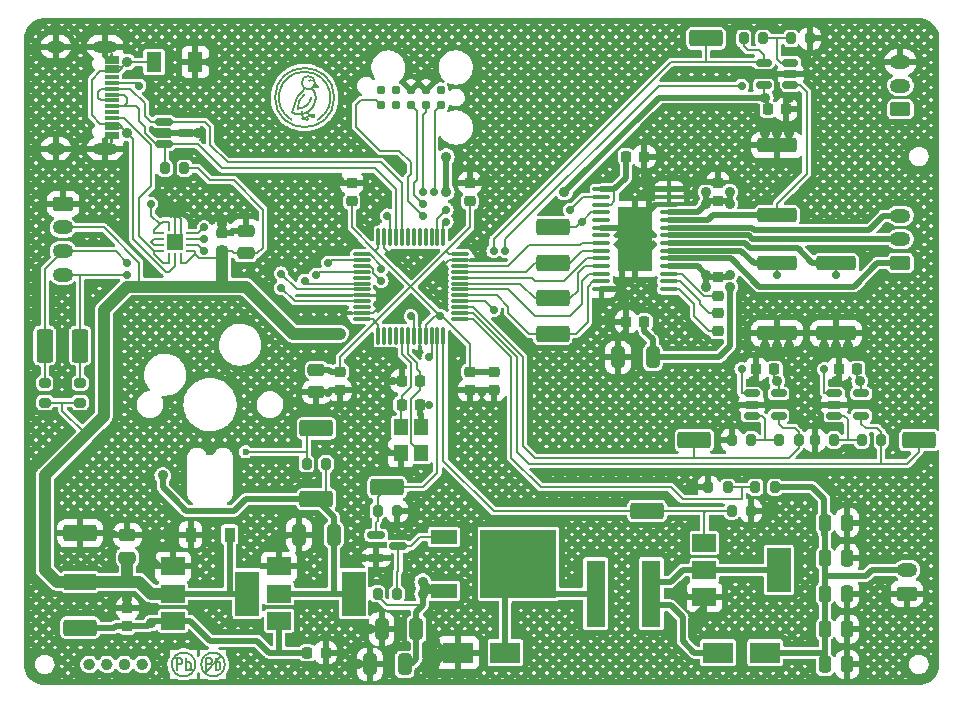
<source format=gbr>
G04 #@! TF.GenerationSoftware,KiCad,Pcbnew,(6.0.8)*
G04 #@! TF.CreationDate,2022-10-26T00:02:15-07:00*
G04 #@! TF.ProjectId,BldcDriverBoard,426c6463-4472-4697-9665-72426f617264,rev?*
G04 #@! TF.SameCoordinates,Original*
G04 #@! TF.FileFunction,Copper,L1,Top*
G04 #@! TF.FilePolarity,Positive*
%FSLAX46Y46*%
G04 Gerber Fmt 4.6, Leading zero omitted, Abs format (unit mm)*
G04 Created by KiCad (PCBNEW (6.0.8)) date 2022-10-26 00:02:15*
%MOMM*%
%LPD*%
G01*
G04 APERTURE LIST*
G04 Aperture macros list*
%AMRoundRect*
0 Rectangle with rounded corners*
0 $1 Rounding radius*
0 $2 $3 $4 $5 $6 $7 $8 $9 X,Y pos of 4 corners*
0 Add a 4 corners polygon primitive as box body*
4,1,4,$2,$3,$4,$5,$6,$7,$8,$9,$2,$3,0*
0 Add four circle primitives for the rounded corners*
1,1,$1+$1,$2,$3*
1,1,$1+$1,$4,$5*
1,1,$1+$1,$6,$7*
1,1,$1+$1,$8,$9*
0 Add four rect primitives between the rounded corners*
20,1,$1+$1,$2,$3,$4,$5,0*
20,1,$1+$1,$4,$5,$6,$7,0*
20,1,$1+$1,$6,$7,$8,$9,0*
20,1,$1+$1,$8,$9,$2,$3,0*%
G04 Aperture macros list end*
%ADD10C,0.200000*%
G04 #@! TA.AperFunction,NonConductor*
%ADD11C,0.200000*%
G04 #@! TD*
G04 #@! TA.AperFunction,EtchedComponent*
%ADD12C,0.200000*%
G04 #@! TD*
G04 #@! TA.AperFunction,EtchedComponent*
%ADD13C,0.160000*%
G04 #@! TD*
G04 #@! TA.AperFunction,EtchedComponent*
%ADD14C,0.500000*%
G04 #@! TD*
G04 #@! TA.AperFunction,SMDPad,CuDef*
%ADD15R,1.200000X1.400000*%
G04 #@! TD*
G04 #@! TA.AperFunction,SMDPad,CuDef*
%ADD16RoundRect,0.250000X-1.175000X-0.450000X1.175000X-0.450000X1.175000X0.450000X-1.175000X0.450000X0*%
G04 #@! TD*
G04 #@! TA.AperFunction,SMDPad,CuDef*
%ADD17RoundRect,0.200000X0.200000X0.275000X-0.200000X0.275000X-0.200000X-0.275000X0.200000X-0.275000X0*%
G04 #@! TD*
G04 #@! TA.AperFunction,SMDPad,CuDef*
%ADD18RoundRect,0.250000X-0.250000X-0.475000X0.250000X-0.475000X0.250000X0.475000X-0.250000X0.475000X0*%
G04 #@! TD*
G04 #@! TA.AperFunction,SMDPad,CuDef*
%ADD19RoundRect,0.250000X0.325000X0.650000X-0.325000X0.650000X-0.325000X-0.650000X0.325000X-0.650000X0*%
G04 #@! TD*
G04 #@! TA.AperFunction,SMDPad,CuDef*
%ADD20R,1.300000X1.700000*%
G04 #@! TD*
G04 #@! TA.AperFunction,SMDPad,CuDef*
%ADD21R,0.900000X1.200000*%
G04 #@! TD*
G04 #@! TA.AperFunction,SMDPad,CuDef*
%ADD22RoundRect,0.225000X-0.225000X-0.250000X0.225000X-0.250000X0.225000X0.250000X-0.225000X0.250000X0*%
G04 #@! TD*
G04 #@! TA.AperFunction,SMDPad,CuDef*
%ADD23R,2.000000X1.500000*%
G04 #@! TD*
G04 #@! TA.AperFunction,SMDPad,CuDef*
%ADD24R,2.000000X3.800000*%
G04 #@! TD*
G04 #@! TA.AperFunction,SMDPad,CuDef*
%ADD25RoundRect,0.225000X0.250000X-0.225000X0.250000X0.225000X-0.250000X0.225000X-0.250000X-0.225000X0*%
G04 #@! TD*
G04 #@! TA.AperFunction,SMDPad,CuDef*
%ADD26RoundRect,0.250000X-0.475000X0.250000X-0.475000X-0.250000X0.475000X-0.250000X0.475000X0.250000X0*%
G04 #@! TD*
G04 #@! TA.AperFunction,SMDPad,CuDef*
%ADD27R,2.850000X5.400000*%
G04 #@! TD*
G04 #@! TA.AperFunction,ComponentPad*
%ADD28C,0.600000*%
G04 #@! TD*
G04 #@! TA.AperFunction,SMDPad,CuDef*
%ADD29RoundRect,0.100000X0.637500X0.100000X-0.637500X0.100000X-0.637500X-0.100000X0.637500X-0.100000X0*%
G04 #@! TD*
G04 #@! TA.AperFunction,SMDPad,CuDef*
%ADD30RoundRect,0.200000X-0.200000X-0.275000X0.200000X-0.275000X0.200000X0.275000X-0.200000X0.275000X0*%
G04 #@! TD*
G04 #@! TA.AperFunction,SMDPad,CuDef*
%ADD31RoundRect,0.250000X-1.425000X0.362500X-1.425000X-0.362500X1.425000X-0.362500X1.425000X0.362500X0*%
G04 #@! TD*
G04 #@! TA.AperFunction,SMDPad,CuDef*
%ADD32RoundRect,0.250000X0.450000X-1.175000X0.450000X1.175000X-0.450000X1.175000X-0.450000X-1.175000X0*%
G04 #@! TD*
G04 #@! TA.AperFunction,SMDPad,CuDef*
%ADD33RoundRect,0.150000X-0.512500X-0.150000X0.512500X-0.150000X0.512500X0.150000X-0.512500X0.150000X0*%
G04 #@! TD*
G04 #@! TA.AperFunction,ComponentPad*
%ADD34O,1.600000X1.000000*%
G04 #@! TD*
G04 #@! TA.AperFunction,ComponentPad*
%ADD35O,2.100000X1.000000*%
G04 #@! TD*
G04 #@! TA.AperFunction,SMDPad,CuDef*
%ADD36R,1.150000X0.300000*%
G04 #@! TD*
G04 #@! TA.AperFunction,SMDPad,CuDef*
%ADD37R,2.200000X1.200000*%
G04 #@! TD*
G04 #@! TA.AperFunction,SMDPad,CuDef*
%ADD38R,6.400000X5.800000*%
G04 #@! TD*
G04 #@! TA.AperFunction,ComponentPad*
%ADD39RoundRect,0.250000X0.625000X-0.350000X0.625000X0.350000X-0.625000X0.350000X-0.625000X-0.350000X0*%
G04 #@! TD*
G04 #@! TA.AperFunction,ComponentPad*
%ADD40O,1.750000X1.200000*%
G04 #@! TD*
G04 #@! TA.AperFunction,SMDPad,CuDef*
%ADD41RoundRect,0.225000X-0.250000X0.225000X-0.250000X-0.225000X0.250000X-0.225000X0.250000X0.225000X0*%
G04 #@! TD*
G04 #@! TA.AperFunction,SMDPad,CuDef*
%ADD42RoundRect,0.225000X0.225000X0.250000X-0.225000X0.250000X-0.225000X-0.250000X0.225000X-0.250000X0*%
G04 #@! TD*
G04 #@! TA.AperFunction,SMDPad,CuDef*
%ADD43R,1.600000X5.700000*%
G04 #@! TD*
G04 #@! TA.AperFunction,SMDPad,CuDef*
%ADD44RoundRect,0.150000X-0.587500X-0.150000X0.587500X-0.150000X0.587500X0.150000X-0.587500X0.150000X0*%
G04 #@! TD*
G04 #@! TA.AperFunction,ComponentPad*
%ADD45RoundRect,0.250000X-0.625000X0.350000X-0.625000X-0.350000X0.625000X-0.350000X0.625000X0.350000X0*%
G04 #@! TD*
G04 #@! TA.AperFunction,SMDPad,CuDef*
%ADD46R,1.450000X1.450000*%
G04 #@! TD*
G04 #@! TA.AperFunction,SMDPad,CuDef*
%ADD47RoundRect,0.062500X0.275000X-0.062500X0.275000X0.062500X-0.275000X0.062500X-0.275000X-0.062500X0*%
G04 #@! TD*
G04 #@! TA.AperFunction,SMDPad,CuDef*
%ADD48RoundRect,0.062500X0.062500X-0.275000X0.062500X0.275000X-0.062500X0.275000X-0.062500X-0.275000X0*%
G04 #@! TD*
G04 #@! TA.AperFunction,SMDPad,CuDef*
%ADD49RoundRect,0.200000X0.275000X-0.200000X0.275000X0.200000X-0.275000X0.200000X-0.275000X-0.200000X0*%
G04 #@! TD*
G04 #@! TA.AperFunction,SMDPad,CuDef*
%ADD50R,2.500000X1.800000*%
G04 #@! TD*
G04 #@! TA.AperFunction,SMDPad,CuDef*
%ADD51RoundRect,0.250000X1.425000X-0.362500X1.425000X0.362500X-1.425000X0.362500X-1.425000X-0.362500X0*%
G04 #@! TD*
G04 #@! TA.AperFunction,ConnectorPad*
%ADD52C,0.787400*%
G04 #@! TD*
G04 #@! TA.AperFunction,SMDPad,CuDef*
%ADD53RoundRect,0.075000X0.662500X-0.075000X0.662500X0.075000X-0.662500X0.075000X-0.662500X-0.075000X0*%
G04 #@! TD*
G04 #@! TA.AperFunction,SMDPad,CuDef*
%ADD54RoundRect,0.075000X0.075000X-0.662500X0.075000X0.662500X-0.075000X0.662500X-0.075000X-0.662500X0*%
G04 #@! TD*
G04 #@! TA.AperFunction,SMDPad,CuDef*
%ADD55RoundRect,0.150000X0.512500X0.150000X-0.512500X0.150000X-0.512500X-0.150000X0.512500X-0.150000X0*%
G04 #@! TD*
G04 #@! TA.AperFunction,SMDPad,CuDef*
%ADD56RoundRect,0.250000X0.475000X-0.250000X0.475000X0.250000X-0.475000X0.250000X-0.475000X-0.250000X0*%
G04 #@! TD*
G04 #@! TA.AperFunction,ViaPad*
%ADD57C,0.900000*%
G04 #@! TD*
G04 #@! TA.AperFunction,ViaPad*
%ADD58C,0.700000*%
G04 #@! TD*
G04 #@! TA.AperFunction,ViaPad*
%ADD59C,0.600000*%
G04 #@! TD*
G04 #@! TA.AperFunction,Conductor*
%ADD60C,0.200000*%
G04 #@! TD*
G04 #@! TA.AperFunction,Conductor*
%ADD61C,0.150000*%
G04 #@! TD*
G04 #@! TA.AperFunction,Conductor*
%ADD62C,0.500000*%
G04 #@! TD*
G04 #@! TA.AperFunction,Conductor*
%ADD63C,1.000000*%
G04 #@! TD*
G04 #@! TA.AperFunction,Conductor*
%ADD64C,0.160000*%
G04 #@! TD*
G04 APERTURE END LIST*
D10*
D11*
X121178571Y-106452380D02*
X121178571Y-105452380D01*
X121483333Y-105452380D01*
X121559523Y-105500000D01*
X121597619Y-105547619D01*
X121635714Y-105642857D01*
X121635714Y-105785714D01*
X121597619Y-105880952D01*
X121559523Y-105928571D01*
X121483333Y-105976190D01*
X121178571Y-105976190D01*
X121978571Y-106452380D02*
X121978571Y-105452380D01*
X121978571Y-105833333D02*
X122054761Y-105785714D01*
X122207142Y-105785714D01*
X122283333Y-105833333D01*
X122321428Y-105880952D01*
X122359523Y-105976190D01*
X122359523Y-106261904D01*
X122321428Y-106357142D01*
X122283333Y-106404761D01*
X122207142Y-106452380D01*
X122054761Y-106452380D01*
X121978571Y-106404761D01*
D10*
D11*
X123678571Y-106452380D02*
X123678571Y-105452380D01*
X123983333Y-105452380D01*
X124059523Y-105500000D01*
X124097619Y-105547619D01*
X124135714Y-105642857D01*
X124135714Y-105785714D01*
X124097619Y-105880952D01*
X124059523Y-105928571D01*
X123983333Y-105976190D01*
X123678571Y-105976190D01*
X124478571Y-106452380D02*
X124478571Y-105452380D01*
X124478571Y-105833333D02*
X124554761Y-105785714D01*
X124707142Y-105785714D01*
X124783333Y-105833333D01*
X124821428Y-105880952D01*
X124859523Y-105976190D01*
X124859523Y-106261904D01*
X124821428Y-106357142D01*
X124783333Y-106404761D01*
X124707142Y-106452380D01*
X124554761Y-106452380D01*
X124478571Y-106404761D01*
D12*
X130927802Y-59250000D02*
X131192723Y-59374087D01*
X131849257Y-59768905D02*
X131800000Y-59395710D01*
X132895035Y-57725950D02*
X132778054Y-57458630D01*
X132614398Y-58900241D02*
X132792579Y-58628467D01*
X131798327Y-59398730D02*
X132101295Y-59297751D01*
X131489050Y-59424715D02*
X131798327Y-59398730D01*
X132902531Y-58329667D02*
X132937407Y-58022451D01*
X132379085Y-59128065D02*
X132614398Y-58900241D01*
X132101295Y-59297751D02*
X132379085Y-59128065D01*
X131192723Y-59374087D02*
X131489050Y-59424715D01*
X131800000Y-59395710D02*
X131787996Y-59146914D01*
X132792579Y-58628467D02*
X132902531Y-58329667D01*
X132937407Y-58022451D02*
X132895035Y-57725950D01*
X132382558Y-59561450D02*
X132273702Y-59202597D01*
X132778054Y-57458630D02*
X132593750Y-57237139D01*
X131696494Y-57608539D02*
G75*
G03*
X132031250Y-57237139I-742367J1005685D01*
G01*
D13*
X132869176Y-56830715D02*
G75*
G03*
X133178836Y-57108849I548644J299385D01*
G01*
X132320057Y-59561451D02*
G75*
G03*
X132819911Y-59686455I468623J812001D01*
G01*
X131786757Y-59768904D02*
G75*
G03*
X132286610Y-59893910I468620J811977D01*
G01*
D12*
X131696494Y-57608539D02*
G75*
G03*
X131190634Y-58547561I742356J-1005681D01*
G01*
D13*
X132820058Y-59561450D02*
G75*
G03*
X132820058Y-59686450I2J-62500D01*
G01*
X131986604Y-57756931D02*
G75*
G03*
X131426162Y-58957346I680309J-1048654D01*
G01*
X132286757Y-59643905D02*
G75*
G03*
X131786885Y-59768832I-31377J-936985D01*
G01*
X132763205Y-57086558D02*
G75*
G03*
X133178844Y-57108704I239175J577408D01*
G01*
D12*
X130927802Y-59250000D02*
G75*
G03*
X131190636Y-58547562I-985385J769097D01*
G01*
D13*
X132286757Y-59768905D02*
G75*
G03*
X132286757Y-59893905I0J-62500D01*
G01*
X132620740Y-56592648D02*
G75*
G03*
X132379260Y-56592648I-120740J-32352D01*
G01*
X132820058Y-59436448D02*
G75*
G03*
X132320186Y-59561377I-31368J-937012D01*
G01*
X132820058Y-59436450D02*
G75*
G03*
X132820058Y-59561450I2J-62500D01*
G01*
D12*
X133093749Y-59894430D02*
G75*
G03*
X130906250Y-59894429I-1093749J1894430D01*
G01*
D13*
X132286757Y-59643905D02*
G75*
G03*
X132286757Y-59768905I0J-62500D01*
G01*
X131426188Y-58957554D02*
G75*
G03*
X132575946Y-58000734I-65790J1248266D01*
G01*
D12*
X132875000Y-56750000D02*
G75*
G03*
X132875000Y-56750000I-562500J0D01*
G01*
X134500000Y-58000000D02*
G75*
G03*
X134500000Y-58000000I-2500000J0D01*
G01*
D14*
X114000000Y-106000000D02*
G75*
G03*
X114000000Y-106000000I-250000J0D01*
G01*
X117000000Y-106000000D02*
G75*
G03*
X117000000Y-106000000I-250000J0D01*
G01*
X118500000Y-106000000D02*
G75*
G03*
X118500000Y-106000000I-250000J0D01*
G01*
X115500000Y-106000000D02*
G75*
G03*
X115500000Y-106000000I-250000J0D01*
G01*
D12*
X122200000Y-106450000D02*
X122600000Y-106450000D01*
X120950000Y-105450000D02*
X121200000Y-105450000D01*
X123600000Y-106700000D02*
X124900000Y-105300000D01*
X122750000Y-106000000D02*
G75*
G03*
X122750000Y-106000000I-1000000J0D01*
G01*
X125250000Y-106000000D02*
G75*
G03*
X125250000Y-106000000I-1000000J0D01*
G01*
D15*
X140150000Y-85900000D03*
X140150000Y-88100000D03*
X141850000Y-88100000D03*
X141850000Y-85900000D03*
D16*
X133000000Y-86000000D03*
X139000000Y-91000000D03*
X161000000Y-93000000D03*
D17*
X169825000Y-93000000D03*
X168175000Y-93000000D03*
X139825000Y-93000000D03*
X138175000Y-93000000D03*
D16*
X153000000Y-69000000D03*
X153000000Y-72000000D03*
X166000000Y-53000000D03*
X184000000Y-87000000D03*
X153000000Y-75000000D03*
X165000000Y-87000000D03*
X153000000Y-78000000D03*
D18*
X176050000Y-100000000D03*
X177950000Y-100000000D03*
D17*
X120175000Y-64000000D03*
X121825000Y-64000000D03*
D19*
X161475000Y-80000000D03*
X158525000Y-80000000D03*
D20*
X119250000Y-55000000D03*
X122750000Y-55000000D03*
D21*
X125650000Y-95000000D03*
X122350000Y-95000000D03*
D22*
X140225000Y-84000000D03*
X141775000Y-84000000D03*
D18*
X176050000Y-97000000D03*
X177950000Y-97000000D03*
D23*
X165850000Y-100300000D03*
D24*
X172150000Y-98000000D03*
D23*
X165850000Y-98000000D03*
X165850000Y-95700000D03*
D17*
X171825000Y-91000000D03*
X170175000Y-91000000D03*
D25*
X125000000Y-71025000D03*
X125000000Y-69475000D03*
D26*
X133000000Y-81050000D03*
X133000000Y-82950000D03*
D25*
X136000000Y-66775000D03*
X136000000Y-65225000D03*
D27*
X160000000Y-70000000D03*
D28*
X161125000Y-70800000D03*
X161125000Y-67600000D03*
X161125000Y-72400000D03*
X158875000Y-69200000D03*
X158875000Y-67600000D03*
X158875000Y-72400000D03*
X158875000Y-70800000D03*
X161125000Y-69200000D03*
D29*
X157137500Y-74225000D03*
X157137500Y-73575000D03*
X157137500Y-72925000D03*
X157137500Y-72275000D03*
X157137500Y-71625000D03*
X157137500Y-70975000D03*
X157137500Y-70325000D03*
X157137500Y-69675000D03*
X157137500Y-69025000D03*
X157137500Y-68375000D03*
X157137500Y-67725000D03*
X157137500Y-67075000D03*
X157137500Y-66425000D03*
X157137500Y-65775000D03*
X162862500Y-65775000D03*
X162862500Y-66425000D03*
X162862500Y-67075000D03*
X162862500Y-67725000D03*
X162862500Y-68375000D03*
X162862500Y-69025000D03*
X162862500Y-69675000D03*
X162862500Y-70325000D03*
X162862500Y-70975000D03*
X162862500Y-71625000D03*
X162862500Y-72275000D03*
X162862500Y-72925000D03*
X162862500Y-73575000D03*
X162862500Y-74225000D03*
D17*
X168175000Y-87000000D03*
X169825000Y-87000000D03*
D22*
X171225000Y-59000000D03*
X172775000Y-59000000D03*
D30*
X139825000Y-100000000D03*
X138175000Y-100000000D03*
D18*
X176050000Y-106000000D03*
X177950000Y-106000000D03*
D17*
X167825000Y-91000000D03*
X166175000Y-91000000D03*
D18*
X176050000Y-103000000D03*
X177950000Y-103000000D03*
D31*
X172000000Y-62037500D03*
X172000000Y-67962500D03*
D32*
X113000000Y-79000000D03*
D33*
X176862500Y-83050000D03*
X176862500Y-84000000D03*
X176862500Y-84950000D03*
X179137500Y-84950000D03*
X179137500Y-83050000D03*
D30*
X170825000Y-53000000D03*
X169175000Y-53000000D03*
D16*
X133000000Y-92000000D03*
D34*
X110925000Y-53680000D03*
D35*
X115105000Y-62320000D03*
D34*
X110925000Y-62320000D03*
D35*
X115105000Y-53680000D03*
D36*
X115670000Y-54950000D03*
X115670000Y-55750000D03*
X115670000Y-56250000D03*
X115670000Y-57250000D03*
X115670000Y-58750000D03*
X115670000Y-59750000D03*
X115670000Y-60250000D03*
X115670000Y-61050000D03*
X115670000Y-61350000D03*
X115670000Y-60550000D03*
X115670000Y-59250000D03*
X115670000Y-58250000D03*
X115670000Y-57750000D03*
X115670000Y-56750000D03*
X115670000Y-55450000D03*
X115670000Y-54650000D03*
D37*
X143800000Y-99755000D03*
D38*
X150100000Y-97475000D03*
D37*
X143800000Y-95195000D03*
D19*
X141475000Y-103000000D03*
X138525000Y-103000000D03*
D39*
X183000000Y-100000000D03*
D40*
X183000000Y-98000000D03*
D25*
X146000000Y-66775000D03*
X146000000Y-65225000D03*
D23*
X129850000Y-97700000D03*
X129850000Y-100000000D03*
D24*
X136150000Y-100000000D03*
D23*
X129850000Y-102300000D03*
D41*
X146000000Y-81225000D03*
X146000000Y-82775000D03*
D42*
X160775000Y-77000000D03*
X159225000Y-77000000D03*
D39*
X182450000Y-59000000D03*
D40*
X182450000Y-57000000D03*
X182450000Y-55000000D03*
X182450000Y-68000000D03*
X182450000Y-70000000D03*
D39*
X182450000Y-72000000D03*
D22*
X159225000Y-63000000D03*
X160775000Y-63000000D03*
D43*
X161350000Y-100000000D03*
X156650000Y-100000000D03*
D25*
X167000000Y-73225000D03*
X167000000Y-74775000D03*
D44*
X121937500Y-61000000D03*
X120062500Y-61950000D03*
X120062500Y-60050000D03*
D40*
X111550000Y-73000000D03*
X111550000Y-71000000D03*
X111550000Y-69000000D03*
D45*
X111550000Y-67000000D03*
D46*
X121000000Y-70250000D03*
D47*
X119737500Y-71000000D03*
X119737500Y-70500000D03*
X119737500Y-70000000D03*
X119737500Y-69500000D03*
D48*
X120500000Y-68987500D03*
X121000000Y-68987500D03*
X121500000Y-68987500D03*
D47*
X122262500Y-69500000D03*
X122262500Y-70000000D03*
X122262500Y-70500000D03*
X122262500Y-71000000D03*
D48*
X121500000Y-71512500D03*
X121000000Y-71512500D03*
X120500000Y-71512500D03*
D19*
X140475000Y-106000000D03*
X137525000Y-106000000D03*
D17*
X176825000Y-87000000D03*
X175175000Y-87000000D03*
D49*
X110000000Y-82175000D03*
X110000000Y-83825000D03*
D41*
X148000000Y-81225000D03*
X148000000Y-82775000D03*
D42*
X141775000Y-82000000D03*
X140225000Y-82000000D03*
D41*
X135000000Y-81225000D03*
X135000000Y-82775000D03*
D17*
X172175000Y-87000000D03*
X173825000Y-87000000D03*
D33*
X172137500Y-83050000D03*
X172137500Y-84950000D03*
X169862500Y-84950000D03*
X169862500Y-84000000D03*
X169862500Y-83050000D03*
D41*
X167000000Y-77775000D03*
X167000000Y-76225000D03*
D50*
X145000000Y-105000000D03*
X149000000Y-105000000D03*
D16*
X113000000Y-94880000D03*
D22*
X132225000Y-105000000D03*
X133775000Y-105000000D03*
D42*
X171775000Y-81000000D03*
X170225000Y-81000000D03*
D51*
X177000000Y-77962500D03*
X177000000Y-72037500D03*
D17*
X180825000Y-87000000D03*
X179175000Y-87000000D03*
D44*
X139937500Y-96000000D03*
X138062500Y-96950000D03*
X138062500Y-95050000D03*
D17*
X133825000Y-89000000D03*
X132175000Y-89000000D03*
D19*
X134475000Y-95000000D03*
X131525000Y-95000000D03*
D30*
X174825000Y-53000000D03*
X173175000Y-53000000D03*
D32*
X110000000Y-79000000D03*
D52*
X143540000Y-58635000D03*
X142270000Y-58635000D03*
X141000000Y-58635000D03*
X139730000Y-58635000D03*
X138460000Y-58635000D03*
X138460000Y-57365000D03*
X139730000Y-57365000D03*
X141000000Y-57365000D03*
X142270000Y-57365000D03*
X143540000Y-57365000D03*
D16*
X113000000Y-99000000D03*
D53*
X136837500Y-76750000D03*
X136837500Y-76250000D03*
X136837500Y-75750000D03*
X136837500Y-75250000D03*
X136837500Y-74750000D03*
X136837500Y-74250000D03*
X136837500Y-73750000D03*
X136837500Y-73250000D03*
X136837500Y-72750000D03*
X136837500Y-72250000D03*
X136837500Y-71750000D03*
X136837500Y-71250000D03*
D54*
X138250000Y-69837500D03*
X138750000Y-69837500D03*
X139250000Y-69837500D03*
X139750000Y-69837500D03*
X140250000Y-69837500D03*
X140750000Y-69837500D03*
X141250000Y-69837500D03*
X141750000Y-69837500D03*
X142250000Y-69837500D03*
X142750000Y-69837500D03*
X143250000Y-69837500D03*
X143750000Y-69837500D03*
D53*
X145162500Y-71250000D03*
X145162500Y-71750000D03*
X145162500Y-72250000D03*
X145162500Y-72750000D03*
X145162500Y-73250000D03*
X145162500Y-73750000D03*
X145162500Y-74250000D03*
X145162500Y-74750000D03*
X145162500Y-75250000D03*
X145162500Y-75750000D03*
X145162500Y-76250000D03*
X145162500Y-76750000D03*
D54*
X143750000Y-78162500D03*
X143250000Y-78162500D03*
X142750000Y-78162500D03*
X142250000Y-78162500D03*
X141750000Y-78162500D03*
X141250000Y-78162500D03*
X140750000Y-78162500D03*
X140250000Y-78162500D03*
X139750000Y-78162500D03*
X139250000Y-78162500D03*
X138750000Y-78162500D03*
X138250000Y-78162500D03*
D16*
X113000000Y-102880000D03*
D25*
X117000000Y-102775000D03*
X117000000Y-101225000D03*
D49*
X113000000Y-82175000D03*
X113000000Y-83825000D03*
D18*
X176050000Y-94000000D03*
X177950000Y-94000000D03*
D23*
X120850000Y-97700000D03*
D24*
X127150000Y-100000000D03*
D23*
X120850000Y-100000000D03*
X120850000Y-102300000D03*
D51*
X172000000Y-77962500D03*
X172000000Y-72037500D03*
D55*
X170862500Y-56950000D03*
X170862500Y-55050000D03*
X173137500Y-55050000D03*
X173137500Y-56000000D03*
X173137500Y-56950000D03*
D42*
X178775000Y-81000000D03*
X177225000Y-81000000D03*
D50*
X167000000Y-105000000D03*
X171000000Y-105000000D03*
D56*
X117000000Y-96950000D03*
X117000000Y-95050000D03*
X127000000Y-71200000D03*
X127000000Y-69300000D03*
D25*
X167000000Y-66775000D03*
X167000000Y-65225000D03*
D57*
X171000000Y-79000000D03*
D58*
X171000000Y-93000000D03*
D57*
X173000000Y-58000000D03*
D58*
X138500000Y-75500000D03*
X135000000Y-65000000D03*
X142270000Y-57365000D03*
X138500000Y-74500000D03*
X139500000Y-82000000D03*
X142000000Y-76500000D03*
X134000000Y-83000000D03*
X137000000Y-97000000D03*
D57*
X171000000Y-61000000D03*
D58*
X143500000Y-72500000D03*
X165000000Y-91000000D03*
D57*
X136500000Y-106000000D03*
X164000000Y-100000000D03*
X129850000Y-96150000D03*
X125000000Y-68750000D03*
X123000000Y-61000000D03*
X143000000Y-104000000D03*
X176000000Y-79000000D03*
X177000000Y-79000000D03*
X170000000Y-82000000D03*
D58*
X142500000Y-84000000D03*
X141000000Y-93000000D03*
D57*
X117000000Y-100500000D03*
X124000000Y-55000000D03*
X173000000Y-79000000D03*
X143000000Y-105000000D03*
D58*
X141000000Y-57365000D03*
D57*
X137500000Y-103000000D03*
D58*
X147000000Y-83000000D03*
D57*
X172000000Y-79000000D03*
X165000000Y-102000000D03*
X143000000Y-106000000D03*
D58*
X147000000Y-65000000D03*
D57*
X178000000Y-79000000D03*
X172000000Y-61000000D03*
X121000000Y-67750000D03*
X119000000Y-96000000D03*
X173000000Y-61000000D03*
D58*
X139500000Y-71500000D03*
D57*
X177000000Y-82000000D03*
X119000000Y-97000000D03*
D58*
X138460000Y-57365000D03*
X143500000Y-76500000D03*
D57*
X154000000Y-66000000D03*
X172000000Y-82000000D03*
X179000000Y-82000000D03*
X135000000Y-78000000D03*
X171000000Y-58000000D03*
X144000000Y-66000000D03*
D58*
X143540000Y-57365000D03*
D57*
X144000000Y-63000000D03*
D58*
X177000000Y-73000000D03*
X176000000Y-81000000D03*
X169000000Y-81000000D03*
X172000000Y-73000000D03*
X148000000Y-71000000D03*
X148000000Y-76000000D03*
D57*
X168000000Y-74000000D03*
X166000000Y-73000000D03*
X168000000Y-66000000D03*
X117000000Y-61000000D03*
X168000000Y-67000000D03*
X166000000Y-67000000D03*
X142000000Y-100000000D03*
X168000000Y-73000000D03*
X166000000Y-74000000D03*
X119000000Y-102500000D03*
X166000000Y-66000000D03*
X142000000Y-99000000D03*
X117000000Y-55000000D03*
D58*
X144000000Y-67500000D03*
X154500000Y-67500000D03*
X144000000Y-68500000D03*
X155500000Y-68500000D03*
X134000000Y-72000000D03*
X123500000Y-71000000D03*
X130000000Y-74099500D03*
X117000000Y-73000000D03*
X123500000Y-70000000D03*
X132000000Y-73500000D03*
D57*
X120000000Y-90000000D03*
D59*
X127000000Y-88000000D03*
D58*
X133000000Y-73000000D03*
X138500000Y-73500000D03*
X142000000Y-67000000D03*
X141000000Y-76500000D03*
X142000000Y-68000000D03*
X142500000Y-80000000D03*
X169000000Y-57000000D03*
X149000000Y-71000000D03*
X138500000Y-72500000D03*
X142000000Y-66000000D03*
X123500000Y-69000000D03*
X130000000Y-72900500D03*
X117000000Y-72000000D03*
X142970023Y-65970023D03*
X139000000Y-68000000D03*
X119000000Y-67000000D03*
X118000000Y-57000000D03*
D60*
X133650000Y-92000000D02*
X133825000Y-91825000D01*
X133000000Y-92000000D02*
X133650000Y-92000000D01*
X132350000Y-86000000D02*
X132175000Y-86175000D01*
X133000000Y-86000000D02*
X132350000Y-86000000D01*
X132000449Y-87999551D02*
X132175000Y-87999551D01*
X132000000Y-88000000D02*
X132000449Y-87999551D01*
X132175000Y-87999551D02*
X132175000Y-86175000D01*
X132175000Y-89000000D02*
X132175000Y-87999551D01*
X127000000Y-88000000D02*
X132000000Y-88000000D01*
X133825000Y-89000000D02*
X133825000Y-91825000D01*
X142000000Y-91000000D02*
X139000000Y-91000000D01*
X143250000Y-89750000D02*
X142000000Y-91000000D01*
X143250000Y-78162500D02*
X143250000Y-89750000D01*
X138175000Y-91825000D02*
X139000000Y-91000000D01*
X138175000Y-93000000D02*
X138175000Y-91825000D01*
X165850000Y-93150000D02*
X166000000Y-93000000D01*
X166000000Y-93000000D02*
X168175000Y-93000000D01*
X161000000Y-93000000D02*
X166000000Y-93000000D01*
X165850000Y-95700000D02*
X165850000Y-93150000D01*
X148250000Y-74750000D02*
X145162500Y-74750000D01*
X149250000Y-75750000D02*
X148250000Y-74750000D01*
X151000000Y-78000000D02*
X149250000Y-76250000D01*
X153000000Y-78000000D02*
X151000000Y-78000000D01*
X149250000Y-76250000D02*
X149250000Y-75750000D01*
X166000000Y-53000000D02*
X166000000Y-55000000D01*
X166000000Y-55000000D02*
X170812500Y-55000000D01*
X163000000Y-55000000D02*
X166000000Y-55000000D01*
X145162500Y-72750000D02*
X150750000Y-72750000D01*
X150750000Y-72750000D02*
X151500000Y-72000000D01*
X151500000Y-72000000D02*
X153000000Y-72000000D01*
X153000000Y-72000000D02*
X154500000Y-72000000D01*
X154500000Y-72000000D02*
X155525000Y-70975000D01*
X155525000Y-70975000D02*
X157137500Y-70975000D01*
X155500000Y-73500000D02*
X156075000Y-72925000D01*
X154500000Y-76500000D02*
X155500000Y-75500000D01*
X151500000Y-76500000D02*
X154500000Y-76500000D01*
X156075000Y-72925000D02*
X157137500Y-72925000D01*
X149250000Y-74250000D02*
X151500000Y-76500000D01*
X145162500Y-74250000D02*
X149250000Y-74250000D01*
X155500000Y-75500000D02*
X155500000Y-73500000D01*
X151500000Y-75000000D02*
X153000000Y-75000000D01*
X150250000Y-73750000D02*
X151500000Y-75000000D01*
X145162500Y-73750000D02*
X150250000Y-73750000D01*
X156425000Y-73575000D02*
X157137500Y-73575000D01*
X156000000Y-77000000D02*
X156000000Y-74000000D01*
X155000000Y-78000000D02*
X156000000Y-77000000D01*
X156000000Y-74000000D02*
X156425000Y-73575000D01*
X153000000Y-78000000D02*
X155000000Y-78000000D01*
X155150000Y-74350000D02*
X155150000Y-72850000D01*
X155150000Y-72850000D02*
X155725000Y-72275000D01*
X155725000Y-72275000D02*
X157137500Y-72275000D01*
X154500000Y-75000000D02*
X155150000Y-74350000D01*
X153000000Y-75000000D02*
X154500000Y-75000000D01*
X154000000Y-73500000D02*
X155875000Y-71625000D01*
X151500000Y-73500000D02*
X154000000Y-73500000D01*
X151250000Y-73250000D02*
X151500000Y-73500000D01*
X145162500Y-73250000D02*
X151250000Y-73250000D01*
X155875000Y-71625000D02*
X157137500Y-71625000D01*
X157137500Y-70325000D02*
X155500000Y-70325000D01*
X151000000Y-70500000D02*
X155325000Y-70500000D01*
X155325000Y-70500000D02*
X155500000Y-70325000D01*
X149250000Y-72250000D02*
X151000000Y-70500000D01*
X145162500Y-72250000D02*
X149250000Y-72250000D01*
X155000000Y-69000000D02*
X153000000Y-69000000D01*
X155500000Y-68500000D02*
X155000000Y-69000000D01*
X156275000Y-67725000D02*
X157137500Y-67725000D01*
X155500000Y-68500000D02*
X156275000Y-67725000D01*
X162000000Y-57000000D02*
X169000000Y-57000000D01*
X149000000Y-70000000D02*
X162000000Y-57000000D01*
X149000000Y-71000000D02*
X149000000Y-70000000D01*
X170812500Y-55000000D02*
X170862500Y-55050000D01*
X148000000Y-70000000D02*
X163000000Y-55000000D01*
X148000000Y-71000000D02*
X148000000Y-70000000D01*
X147250000Y-75250000D02*
X145162500Y-75250000D01*
X148000000Y-76000000D02*
X147250000Y-75250000D01*
X151500000Y-88500000D02*
X165000000Y-88500000D01*
X150500000Y-87500000D02*
X151500000Y-88500000D01*
X146250000Y-75750000D02*
X150500000Y-80000000D01*
X150500000Y-80000000D02*
X150500000Y-87500000D01*
X145162500Y-75750000D02*
X146250000Y-75750000D01*
X150000000Y-88000000D02*
X151000000Y-89000000D01*
X146250000Y-76250000D02*
X150000000Y-80000000D01*
X145162500Y-76250000D02*
X146250000Y-76250000D01*
X150000000Y-80000000D02*
X150000000Y-88000000D01*
X151000000Y-89000000D02*
X180815854Y-89000000D01*
X146250000Y-76750000D02*
X145162500Y-76750000D01*
X149500000Y-80000000D02*
X146250000Y-76750000D01*
X149500000Y-88500000D02*
X149500000Y-80000000D01*
X164000000Y-92000000D02*
X163000000Y-91000000D01*
X163000000Y-91000000D02*
X152000000Y-91000000D01*
X169000000Y-91000000D02*
X169000000Y-92000000D01*
X169000000Y-92000000D02*
X164000000Y-92000000D01*
X152000000Y-91000000D02*
X149500000Y-88500000D01*
X180825000Y-88990854D02*
X180815854Y-89000000D01*
X180825000Y-87675000D02*
X180825000Y-88990854D01*
X180815854Y-89000000D02*
X183000000Y-89000000D01*
X183000000Y-89000000D02*
X184000000Y-88000000D01*
X184000000Y-88000000D02*
X184000000Y-87000000D01*
X165000000Y-88500000D02*
X173000000Y-88500000D01*
D61*
X165000000Y-87000000D02*
X165000000Y-88500000D01*
D60*
X121000000Y-68987500D02*
X121000000Y-70250000D01*
D62*
X173000000Y-78000000D02*
X173000000Y-79000000D01*
X129850000Y-96150000D02*
X129850000Y-95650000D01*
D60*
X110925000Y-62320000D02*
X115105000Y-62320000D01*
X170750000Y-84000000D02*
X169862500Y-84000000D01*
D62*
X172000000Y-62037500D02*
X172000000Y-61000000D01*
X144000000Y-105000000D02*
X143000000Y-104000000D01*
X148000000Y-82775000D02*
X146000000Y-82775000D01*
D60*
X172000000Y-56250000D02*
X172250000Y-56000000D01*
X172775000Y-58225000D02*
X172775000Y-59000000D01*
X140225000Y-82000000D02*
X139500000Y-82000000D01*
X138750000Y-69837500D02*
X138750000Y-70750000D01*
D62*
X158875000Y-74875000D02*
X158875000Y-74125000D01*
X162862500Y-65775000D02*
X161225000Y-65775000D01*
X136000000Y-65225000D02*
X135225000Y-65225000D01*
X117000000Y-101225000D02*
X117000000Y-100500000D01*
D60*
X136837500Y-76250000D02*
X137750000Y-76250000D01*
X121500000Y-68987500D02*
X121500000Y-69750000D01*
D62*
X164300000Y-100300000D02*
X165850000Y-100300000D01*
D60*
X139500000Y-88100000D02*
X139000000Y-87600000D01*
X170040685Y-82000000D02*
X171000000Y-82959315D01*
D62*
X172000000Y-62037500D02*
X171037500Y-62037500D01*
D60*
X169000000Y-84000000D02*
X168175000Y-84825000D01*
X174000000Y-56000000D02*
X174825000Y-55175000D01*
D62*
X161125000Y-65125000D02*
X161125000Y-65875000D01*
X171037500Y-77962500D02*
X171000000Y-78000000D01*
X134050000Y-82950000D02*
X133000000Y-82950000D01*
X173000000Y-62000000D02*
X173000000Y-61000000D01*
X171000000Y-62000000D02*
X171000000Y-61000000D01*
X172000000Y-77962500D02*
X171037500Y-77962500D01*
D60*
X172775000Y-60775000D02*
X173000000Y-61000000D01*
D62*
X146000000Y-65225000D02*
X146775000Y-65225000D01*
X144000000Y-105000000D02*
X143000000Y-106000000D01*
D60*
X121937500Y-61000000D02*
X123000000Y-61000000D01*
X177040685Y-82000000D02*
X178000000Y-82959315D01*
D62*
X160775000Y-63000000D02*
X160775000Y-64775000D01*
X115830000Y-94880000D02*
X116000000Y-95050000D01*
D60*
X139825000Y-93000000D02*
X141000000Y-93000000D01*
X176862500Y-84000000D02*
X176000000Y-84000000D01*
X121500000Y-68250000D02*
X121000000Y-67750000D01*
D62*
X119000000Y-97000000D02*
X119000000Y-96000000D01*
X116000000Y-95050000D02*
X117000000Y-95050000D01*
X162862500Y-65775000D02*
X164225000Y-65775000D01*
D60*
X137750000Y-76250000D02*
X138500000Y-75500000D01*
X144250000Y-71750000D02*
X143500000Y-72500000D01*
D62*
X146000000Y-82775000D02*
X146775000Y-82775000D01*
D60*
X121500000Y-69750000D02*
X121000000Y-70250000D01*
X177750000Y-84000000D02*
X176862500Y-84000000D01*
D62*
X157137500Y-69025000D02*
X158700000Y-69025000D01*
X159000000Y-75000000D02*
X158875000Y-74875000D01*
X165850000Y-101150000D02*
X165850000Y-100300000D01*
D60*
X178000000Y-83750000D02*
X177750000Y-84000000D01*
X138062500Y-96950000D02*
X137050000Y-96950000D01*
X139000000Y-87600000D02*
X139000000Y-82500000D01*
X171000000Y-83750000D02*
X170750000Y-84000000D01*
D62*
X158525000Y-80000000D02*
X158525000Y-78475000D01*
D60*
X121500000Y-68987500D02*
X121500000Y-68250000D01*
X115670000Y-61755000D02*
X115105000Y-62320000D01*
D62*
X119000000Y-95100000D02*
X119050000Y-95050000D01*
D60*
X170000000Y-82000000D02*
X170040685Y-82000000D01*
X170225000Y-81775000D02*
X170225000Y-81000000D01*
X127000000Y-69300000D02*
X125950000Y-69300000D01*
D62*
X145000000Y-105000000D02*
X143000000Y-105000000D01*
D60*
X177000000Y-82000000D02*
X177225000Y-81775000D01*
X141850000Y-84075000D02*
X141775000Y-84000000D01*
D62*
X177962500Y-77962500D02*
X178000000Y-78000000D01*
D60*
X115670000Y-54650000D02*
X115670000Y-54245000D01*
X174825000Y-55175000D02*
X174825000Y-53000000D01*
X169862500Y-84000000D02*
X169000000Y-84000000D01*
X141775000Y-84000000D02*
X142500000Y-84000000D01*
D62*
X172962500Y-77962500D02*
X173000000Y-78000000D01*
X161125000Y-65875000D02*
X161125000Y-66425000D01*
X135225000Y-65225000D02*
X135000000Y-65000000D01*
D60*
X168175000Y-84825000D02*
X168175000Y-87000000D01*
D62*
X164225000Y-65775000D02*
X164850000Y-65150000D01*
D60*
X172775000Y-59000000D02*
X172775000Y-60775000D01*
X162862500Y-66425000D02*
X161125000Y-66425000D01*
D62*
X129850000Y-95650000D02*
X130500000Y-95000000D01*
D60*
X172000000Y-57040685D02*
X172000000Y-56250000D01*
D62*
X158525000Y-78475000D02*
X159225000Y-77775000D01*
D60*
X177225000Y-81775000D02*
X177225000Y-81000000D01*
D62*
X177000000Y-77962500D02*
X177000000Y-79000000D01*
X160775000Y-64775000D02*
X161000000Y-65000000D01*
D60*
X139000000Y-82500000D02*
X139500000Y-82000000D01*
X115670000Y-61350000D02*
X115670000Y-61755000D01*
X173137500Y-56000000D02*
X174000000Y-56000000D01*
D62*
X130500000Y-95000000D02*
X131525000Y-95000000D01*
X172000000Y-77962500D02*
X172962500Y-77962500D01*
X135000000Y-82775000D02*
X134225000Y-82775000D01*
D60*
X137050000Y-96950000D02*
X137000000Y-97000000D01*
D62*
X158700000Y-69025000D02*
X158875000Y-69200000D01*
D60*
X169825000Y-93000000D02*
X171000000Y-93000000D01*
D62*
X177000000Y-77962500D02*
X176037500Y-77962500D01*
X172000000Y-62037500D02*
X172962500Y-62037500D01*
D60*
X170000000Y-82000000D02*
X170225000Y-81775000D01*
D62*
X117000000Y-95050000D02*
X119050000Y-95050000D01*
X146775000Y-65225000D02*
X147000000Y-65000000D01*
X164850000Y-65150000D02*
X166925000Y-65150000D01*
D60*
X170225000Y-81000000D02*
X170225000Y-79775000D01*
X125950000Y-69300000D02*
X125775000Y-69475000D01*
D62*
X159225000Y-77000000D02*
X159225000Y-75225000D01*
D60*
X138250000Y-74750000D02*
X138500000Y-74500000D01*
X141750000Y-76750000D02*
X142000000Y-76500000D01*
D62*
X119000000Y-96000000D02*
X119000000Y-95100000D01*
D60*
X177225000Y-81000000D02*
X177225000Y-79775000D01*
X141850000Y-85900000D02*
X141850000Y-84075000D01*
X166175000Y-91000000D02*
X165000000Y-91000000D01*
D62*
X134225000Y-82775000D02*
X134050000Y-82950000D01*
X119700000Y-97700000D02*
X119000000Y-97000000D01*
X177000000Y-77962500D02*
X177962500Y-77962500D01*
D60*
X121000000Y-68987500D02*
X121000000Y-67750000D01*
D62*
X176037500Y-77962500D02*
X176000000Y-78000000D01*
D60*
X141750000Y-78162500D02*
X141750000Y-76750000D01*
D62*
X171037500Y-62037500D02*
X171000000Y-62000000D01*
D60*
X125000000Y-69475000D02*
X125000000Y-68750000D01*
D62*
X166925000Y-65150000D02*
X167000000Y-65225000D01*
X157137500Y-74225000D02*
X158775000Y-74225000D01*
X134225000Y-82775000D02*
X134000000Y-83000000D01*
X158775000Y-74225000D02*
X158875000Y-74125000D01*
X172000000Y-77962500D02*
X172000000Y-79000000D01*
X158875000Y-74125000D02*
X158875000Y-72400000D01*
D60*
X145162500Y-71750000D02*
X144250000Y-71750000D01*
D62*
X120850000Y-97700000D02*
X119700000Y-97700000D01*
D60*
X136837500Y-74750000D02*
X138250000Y-74750000D01*
D62*
X159225000Y-77775000D02*
X159225000Y-77000000D01*
X122750000Y-55000000D02*
X124000000Y-55000000D01*
X178000000Y-78000000D02*
X178000000Y-79000000D01*
D60*
X175175000Y-84825000D02*
X175175000Y-87000000D01*
D62*
X159000000Y-75000000D02*
X159225000Y-75225000D01*
D60*
X125775000Y-69475000D02*
X125000000Y-69475000D01*
D62*
X165000000Y-102000000D02*
X165850000Y-101150000D01*
D60*
X161175000Y-67075000D02*
X161125000Y-67125000D01*
X110925000Y-53680000D02*
X115105000Y-53680000D01*
D62*
X129850000Y-97700000D02*
X129850000Y-96150000D01*
D60*
X115670000Y-54245000D02*
X115105000Y-53680000D01*
X173000000Y-58000000D02*
X172959315Y-58000000D01*
X170225000Y-79775000D02*
X171000000Y-79000000D01*
X178000000Y-82959315D02*
X178000000Y-83750000D01*
X172959315Y-58000000D02*
X172000000Y-57040685D01*
D62*
X137525000Y-106000000D02*
X136500000Y-106000000D01*
X146775000Y-82775000D02*
X147000000Y-83000000D01*
D60*
X171000000Y-82959315D02*
X171000000Y-83750000D01*
X173000000Y-58000000D02*
X172775000Y-58225000D01*
X176000000Y-84000000D02*
X175175000Y-84825000D01*
D62*
X161125000Y-66425000D02*
X161125000Y-67600000D01*
D60*
X140150000Y-88100000D02*
X139500000Y-88100000D01*
D62*
X161000000Y-65000000D02*
X161125000Y-65125000D01*
X176000000Y-78000000D02*
X176000000Y-79000000D01*
X171000000Y-78000000D02*
X171000000Y-79000000D01*
X145000000Y-105000000D02*
X144000000Y-105000000D01*
X113000000Y-94880000D02*
X115830000Y-94880000D01*
D60*
X177000000Y-82000000D02*
X177040685Y-82000000D01*
X162862500Y-67075000D02*
X161175000Y-67075000D01*
D62*
X137500000Y-103000000D02*
X138525000Y-103000000D01*
X119000000Y-95000000D02*
X119050000Y-95050000D01*
D60*
X138750000Y-70750000D02*
X139500000Y-71500000D01*
X177225000Y-79775000D02*
X178000000Y-79000000D01*
X172250000Y-56000000D02*
X173137500Y-56000000D01*
X161125000Y-67125000D02*
X161125000Y-67600000D01*
D62*
X164000000Y-100000000D02*
X164300000Y-100300000D01*
X122350000Y-95000000D02*
X119000000Y-95000000D01*
X172962500Y-62037500D02*
X173000000Y-62000000D01*
D60*
X143000000Y-76500000D02*
X142250000Y-77250000D01*
X138000000Y-77000000D02*
X135000000Y-80000000D01*
D62*
X144000000Y-63000000D02*
X144000000Y-66000000D01*
X125650000Y-99989700D02*
X125660300Y-100000000D01*
D60*
X146000000Y-69000000D02*
X144000000Y-71000000D01*
X171225000Y-58225000D02*
X170862500Y-57862500D01*
D63*
X115000000Y-76000000D02*
X115000000Y-79000000D01*
X113500000Y-86500000D02*
X110000000Y-90000000D01*
D62*
X154000000Y-66000000D02*
X162000000Y-58000000D01*
D60*
X111506623Y-83825000D02*
X113000000Y-83825000D01*
X125000000Y-71500000D02*
X124900000Y-71600000D01*
D63*
X127000000Y-74000000D02*
X131000000Y-78000000D01*
D60*
X126000000Y-71200000D02*
X127000000Y-71200000D01*
X122262500Y-71000000D02*
X122750000Y-71000000D01*
X138250000Y-77250000D02*
X138000000Y-77000000D01*
X126000000Y-71200000D02*
X125825000Y-71025000D01*
D63*
X125000000Y-71000000D02*
X125000000Y-74000000D01*
X123000000Y-74000000D02*
X125000000Y-74000000D01*
D60*
X118000000Y-74000000D02*
X118000000Y-72000000D01*
D63*
X117000000Y-99000000D02*
X118000000Y-99000000D01*
D60*
X143500000Y-76500000D02*
X138000000Y-71000000D01*
X111500000Y-84500000D02*
X111500000Y-83831623D01*
X172137500Y-82137500D02*
X172137500Y-83050000D01*
X144000000Y-71000000D02*
X138000000Y-77000000D01*
D63*
X110000000Y-98000000D02*
X111000000Y-99000000D01*
D60*
X110000000Y-83825000D02*
X111506623Y-83825000D01*
X136837500Y-76750000D02*
X137750000Y-76750000D01*
X143500000Y-76500000D02*
X143000000Y-76500000D01*
X111500000Y-83831623D02*
X111506623Y-83825000D01*
X144250000Y-71250000D02*
X144000000Y-71000000D01*
X128000000Y-71200000D02*
X128500000Y-70700000D01*
X146000000Y-78857691D02*
X146000000Y-81225000D01*
X142250000Y-77250000D02*
X142250000Y-78162500D01*
X146000000Y-66775000D02*
X146000000Y-69000000D01*
D62*
X162000000Y-58000000D02*
X171000000Y-58000000D01*
D63*
X117000000Y-74000000D02*
X115000000Y-76000000D01*
D60*
X138000000Y-71000000D02*
X136000000Y-69000000D01*
X127000000Y-71200000D02*
X128000000Y-71200000D01*
X145162500Y-71250000D02*
X144250000Y-71250000D01*
X178775000Y-81000000D02*
X178775000Y-81775000D01*
D63*
X125000000Y-74000000D02*
X127000000Y-74000000D01*
X118000000Y-74000000D02*
X117000000Y-74000000D01*
D62*
X135000000Y-81225000D02*
X134225000Y-81225000D01*
D63*
X120850000Y-100000000D02*
X119000000Y-100000000D01*
D60*
X138250000Y-78162500D02*
X138250000Y-77250000D01*
D63*
X110000000Y-90000000D02*
X110000000Y-98000000D01*
D62*
X148000000Y-81225000D02*
X146000000Y-81225000D01*
D63*
X115000000Y-79000000D02*
X115000000Y-85000000D01*
D60*
X125825000Y-71025000D02*
X125000000Y-71025000D01*
X178775000Y-81775000D02*
X179137500Y-82137500D01*
D63*
X123000000Y-74000000D02*
X118000000Y-74000000D01*
D60*
X123100000Y-71600000D02*
X122750000Y-71250000D01*
X121500000Y-71512500D02*
X121500000Y-72000000D01*
X125000000Y-71000000D02*
X125000000Y-71500000D01*
D62*
X134225000Y-81225000D02*
X134050000Y-81050000D01*
D60*
X170862500Y-57862500D02*
X170862500Y-56950000D01*
X122750000Y-71250000D02*
X122000000Y-72000000D01*
X113500000Y-86500000D02*
X111500000Y-84500000D01*
X179137500Y-82137500D02*
X179000000Y-82000000D01*
X172137500Y-82137500D02*
X172000000Y-82000000D01*
X171775000Y-81000000D02*
X171775000Y-81775000D01*
D62*
X125650000Y-95000000D02*
X125650000Y-99989700D01*
D60*
X179137500Y-82137500D02*
X179137500Y-83050000D01*
X143642309Y-76500000D02*
X146000000Y-78857691D01*
X124000000Y-65000000D02*
X123000000Y-64000000D01*
X121500000Y-72000000D02*
X122000000Y-72000000D01*
D62*
X120850000Y-100000000D02*
X125660300Y-100000000D01*
D60*
X115000000Y-69000000D02*
X118000000Y-72000000D01*
X122750000Y-71000000D02*
X122750000Y-71250000D01*
X135000000Y-80000000D02*
X135000000Y-81225000D01*
X128500000Y-70700000D02*
X128500000Y-67500000D01*
X170862500Y-57862500D02*
X171000000Y-58000000D01*
D63*
X117000000Y-96950000D02*
X117000000Y-99000000D01*
D60*
X126000000Y-65000000D02*
X124000000Y-65000000D01*
X136000000Y-66775000D02*
X136000000Y-69000000D01*
X137750000Y-76750000D02*
X138000000Y-77000000D01*
X171225000Y-59000000D02*
X171225000Y-58225000D01*
D62*
X125660300Y-100000000D02*
X127150000Y-100000000D01*
D63*
X115000000Y-85000000D02*
X113500000Y-86500000D01*
X111000000Y-99000000D02*
X113000000Y-99000000D01*
D60*
X138250000Y-70750000D02*
X138000000Y-71000000D01*
D62*
X134050000Y-81050000D02*
X133000000Y-81050000D01*
D60*
X124900000Y-71600000D02*
X123100000Y-71600000D01*
D63*
X131000000Y-78000000D02*
X135000000Y-78000000D01*
X113000000Y-99000000D02*
X117000000Y-99000000D01*
D60*
X138250000Y-69837500D02*
X138250000Y-70750000D01*
X171775000Y-81775000D02*
X172137500Y-82137500D01*
D63*
X119000000Y-100000000D02*
X118000000Y-99000000D01*
D60*
X121825000Y-64000000D02*
X123000000Y-64000000D01*
X143500000Y-76500000D02*
X143642309Y-76500000D01*
X111550000Y-69000000D02*
X115000000Y-69000000D01*
X128500000Y-67500000D02*
X126000000Y-65000000D01*
X176862500Y-83050000D02*
X176050000Y-83050000D01*
X177000000Y-73000000D02*
X177000000Y-72037500D01*
D62*
X173750000Y-70750000D02*
X169750000Y-70750000D01*
X177000000Y-72037500D02*
X176962500Y-72000000D01*
D60*
X176050000Y-83050000D02*
X176000000Y-83000000D01*
D62*
X169750000Y-70750000D02*
X169325000Y-70325000D01*
X176962500Y-72000000D02*
X175000000Y-72000000D01*
X175000000Y-72000000D02*
X173750000Y-70750000D01*
D60*
X176000000Y-83000000D02*
X176000000Y-81000000D01*
D62*
X169325000Y-70325000D02*
X162862500Y-70325000D01*
D60*
X169050000Y-83050000D02*
X169000000Y-83000000D01*
D62*
X162862500Y-70975000D02*
X168975000Y-70975000D01*
X170037500Y-72037500D02*
X172000000Y-72037500D01*
D60*
X172000000Y-73000000D02*
X172000000Y-72037500D01*
X169000000Y-83000000D02*
X169000000Y-81000000D01*
D62*
X168975000Y-70975000D02*
X170037500Y-72037500D01*
D60*
X169862500Y-83050000D02*
X169050000Y-83050000D01*
X173825000Y-87675000D02*
X173825000Y-87000000D01*
X173825000Y-87000000D02*
X173825000Y-86325000D01*
X173500000Y-86000000D02*
X172500000Y-86000000D01*
X173825000Y-86325000D02*
X173500000Y-86000000D01*
X172137500Y-85637500D02*
X172137500Y-84950000D01*
X173000000Y-88500000D02*
X173825000Y-87675000D01*
X172500000Y-86000000D02*
X172137500Y-85637500D01*
X170862500Y-54362500D02*
X170862500Y-55050000D01*
X169500000Y-54000000D02*
X170500000Y-54000000D01*
X170500000Y-54000000D02*
X170862500Y-54362500D01*
X169175000Y-53000000D02*
X169175000Y-53675000D01*
X169175000Y-53675000D02*
X169500000Y-54000000D01*
D62*
X167000000Y-73225000D02*
X167775000Y-73225000D01*
D60*
X114000000Y-59500000D02*
X114714999Y-60214999D01*
X115670000Y-60250000D02*
X116250000Y-60250000D01*
D62*
X165275000Y-67725000D02*
X166000000Y-67000000D01*
D60*
X116250000Y-60250000D02*
X117000000Y-61000000D01*
X114000000Y-56500000D02*
X114000000Y-59500000D01*
D62*
X168000000Y-79066942D02*
X168000000Y-74000000D01*
D60*
X120500000Y-72750000D02*
X120250000Y-72750000D01*
D62*
X122300000Y-102300000D02*
X120850000Y-102300000D01*
D60*
X115670000Y-60550000D02*
X115670000Y-60250000D01*
D62*
X119000000Y-102500000D02*
X118725000Y-102775000D01*
D60*
X121000000Y-72250000D02*
X120500000Y-72750000D01*
D62*
X142245000Y-99755000D02*
X142000000Y-100000000D01*
X141475000Y-101525000D02*
X142000000Y-101000000D01*
X161475000Y-80000000D02*
X161475000Y-78475000D01*
D60*
X115670000Y-60550000D02*
X116550000Y-60550000D01*
D62*
X166000000Y-67000000D02*
X166000000Y-66000000D01*
D60*
X138175000Y-100175000D02*
X139000000Y-101000000D01*
D62*
X128000000Y-104000000D02*
X124000000Y-104000000D01*
X130000000Y-105000000D02*
X129000000Y-105000000D01*
D60*
X121000000Y-71512500D02*
X121000000Y-72250000D01*
D62*
X167775000Y-73225000D02*
X168000000Y-73000000D01*
X167000000Y-66775000D02*
X167775000Y-66775000D01*
D60*
X139000000Y-101000000D02*
X142000000Y-101000000D01*
D62*
X141475000Y-103000000D02*
X141475000Y-101525000D01*
D60*
X120250000Y-72750000D02*
X117500000Y-70000000D01*
D62*
X161475000Y-80000000D02*
X167066942Y-80000000D01*
X119200000Y-102300000D02*
X120850000Y-102300000D01*
X129850000Y-104850000D02*
X130000000Y-105000000D01*
X141475000Y-105525000D02*
X141000000Y-106000000D01*
D60*
X116550000Y-55450000D02*
X117000000Y-55000000D01*
X117500000Y-70000000D02*
X117500000Y-61500000D01*
D62*
X167000000Y-73225000D02*
X166225000Y-73225000D01*
X143800000Y-99755000D02*
X142755000Y-99755000D01*
X116000000Y-102775000D02*
X117000000Y-102775000D01*
D60*
X116250000Y-55750000D02*
X117000000Y-55000000D01*
X114714999Y-55785001D02*
X114000000Y-56500000D01*
X115705001Y-60214999D02*
X115670000Y-60250000D01*
D62*
X115895000Y-102880000D02*
X116000000Y-102775000D01*
X129850000Y-102300000D02*
X129850000Y-104850000D01*
X167066942Y-80000000D02*
X168000000Y-79066942D01*
D60*
X114714999Y-60214999D02*
X115705001Y-60214999D01*
X115670000Y-55450000D02*
X116550000Y-55450000D01*
D62*
X140475000Y-106000000D02*
X141000000Y-106000000D01*
X162862500Y-67725000D02*
X165275000Y-67725000D01*
X166225000Y-66775000D02*
X166000000Y-67000000D01*
X160775000Y-77775000D02*
X160775000Y-77000000D01*
X129000000Y-105000000D02*
X128000000Y-104000000D01*
X143800000Y-99755000D02*
X142245000Y-99755000D01*
X124000000Y-104000000D02*
X122300000Y-102300000D01*
X166225000Y-73225000D02*
X166000000Y-73000000D01*
X142755000Y-99755000D02*
X142000000Y-99000000D01*
D60*
X115634999Y-55785001D02*
X114714999Y-55785001D01*
D62*
X113000000Y-102880000D02*
X115895000Y-102880000D01*
X132225000Y-105000000D02*
X130000000Y-105000000D01*
X167000000Y-66775000D02*
X166225000Y-66775000D01*
D60*
X115670000Y-55750000D02*
X116250000Y-55750000D01*
X117500000Y-61500000D02*
X117000000Y-61000000D01*
D62*
X168000000Y-67000000D02*
X168000000Y-66000000D01*
X161475000Y-78475000D02*
X160775000Y-77775000D01*
X141475000Y-103000000D02*
X141475000Y-105525000D01*
X162862500Y-72275000D02*
X165275000Y-72275000D01*
D60*
X117000000Y-55000000D02*
X119250000Y-55000000D01*
D62*
X118725000Y-102775000D02*
X117000000Y-102775000D01*
X165275000Y-72275000D02*
X166000000Y-73000000D01*
D60*
X115670000Y-55750000D02*
X115670000Y-55450000D01*
D62*
X142000000Y-101000000D02*
X142000000Y-99000000D01*
X166000000Y-73000000D02*
X166000000Y-74000000D01*
D60*
X138175000Y-100000000D02*
X138175000Y-100175000D01*
D62*
X119000000Y-102500000D02*
X119200000Y-102300000D01*
X167775000Y-66775000D02*
X168000000Y-67000000D01*
D60*
X116550000Y-60550000D02*
X117000000Y-61000000D01*
X179137500Y-85637500D02*
X179137500Y-84950000D01*
X180500000Y-86000000D02*
X179500000Y-86000000D01*
X180825000Y-86325000D02*
X180500000Y-86000000D01*
X179500000Y-86000000D02*
X179137500Y-85637500D01*
X180825000Y-87675000D02*
X180825000Y-87000000D01*
X180825000Y-87000000D02*
X180825000Y-86325000D01*
X155575000Y-66425000D02*
X157137500Y-66425000D01*
X143250000Y-69837500D02*
X143250000Y-68250000D01*
X154500000Y-67500000D02*
X155575000Y-66425000D01*
X143250000Y-68250000D02*
X144000000Y-67500000D01*
X143750000Y-68750000D02*
X144000000Y-68500000D01*
X143750000Y-69837500D02*
X143750000Y-68750000D01*
X148000000Y-93000000D02*
X161000000Y-93000000D01*
X143750000Y-88750000D02*
X148000000Y-93000000D01*
X143750000Y-78162500D02*
X143750000Y-88750000D01*
X134000000Y-72000000D02*
X134250000Y-71750000D01*
X134250000Y-71750000D02*
X136837500Y-71750000D01*
X130000000Y-74099500D02*
X131150500Y-75250000D01*
X131150500Y-75250000D02*
X136837500Y-75250000D01*
X122262500Y-70500000D02*
X123000000Y-70500000D01*
X123000000Y-70500000D02*
X123500000Y-71000000D01*
X119737500Y-70500000D02*
X119250000Y-70500000D01*
X119250000Y-70500000D02*
X119000000Y-70250000D01*
X119737500Y-70000000D02*
X119250000Y-70000000D01*
X119000000Y-70250000D02*
X119250000Y-70000000D01*
X173137500Y-56950000D02*
X173950000Y-56950000D01*
X174500000Y-64500000D02*
X172000000Y-67000000D01*
D62*
X166537500Y-67962500D02*
X172000000Y-67962500D01*
D60*
X174500000Y-57500000D02*
X174500000Y-64500000D01*
X173950000Y-56950000D02*
X174500000Y-57500000D01*
X172000000Y-67000000D02*
X172000000Y-67962500D01*
D62*
X162862500Y-68375000D02*
X166125000Y-68375000D01*
X166125000Y-68375000D02*
X166537500Y-67962500D01*
D60*
X138175000Y-93825000D02*
X138062500Y-93937500D01*
X138175000Y-93000000D02*
X138175000Y-93825000D01*
X138062500Y-93937500D02*
X138062500Y-95050000D01*
D62*
X176100000Y-98500000D02*
X176050000Y-98450000D01*
X183000000Y-98000000D02*
X180000000Y-98000000D01*
X176050000Y-94000000D02*
X176050000Y-95050000D01*
X179500000Y-98500000D02*
X176100000Y-98500000D01*
X176000000Y-95000000D02*
X176050000Y-95050000D01*
X171825000Y-91000000D02*
X175000000Y-91000000D01*
X180000000Y-98000000D02*
X179500000Y-98500000D01*
X171000000Y-105000000D02*
X176000000Y-105000000D01*
X176000000Y-92000000D02*
X176000000Y-95000000D01*
X176050000Y-95050000D02*
X176050000Y-98450000D01*
X176050000Y-98450000D02*
X176050000Y-106000000D01*
X175000000Y-91000000D02*
X176000000Y-92000000D01*
D60*
X169000000Y-91000000D02*
X170175000Y-91000000D01*
X167825000Y-91000000D02*
X169000000Y-91000000D01*
X132250000Y-73750000D02*
X136837500Y-73750000D01*
X113000000Y-78175000D02*
X113000000Y-73000000D01*
X113000000Y-82175000D02*
X113000000Y-79000000D01*
X113000000Y-73000000D02*
X111550000Y-73000000D01*
X122262500Y-70000000D02*
X123500000Y-70000000D01*
X117000000Y-73000000D02*
X113000000Y-73000000D01*
X132000000Y-73500000D02*
X132250000Y-73750000D01*
D62*
X134475000Y-93475000D02*
X133000000Y-92000000D01*
X133000000Y-92000000D02*
X127000000Y-92000000D01*
X134475000Y-99958965D02*
X134516035Y-100000000D01*
X129850000Y-100000000D02*
X134516035Y-100000000D01*
X122000000Y-93000000D02*
X121000000Y-92000000D01*
X127000000Y-92000000D02*
X126000000Y-93000000D01*
X121000000Y-92000000D02*
X120000000Y-91000000D01*
X134475000Y-95000000D02*
X134475000Y-93475000D01*
X126000000Y-93000000D02*
X122000000Y-93000000D01*
X120000000Y-91000000D02*
X120000000Y-90000000D01*
X134516035Y-100000000D02*
X136150000Y-100000000D01*
X134475000Y-95000000D02*
X134475000Y-99958965D01*
D60*
X133250000Y-72750000D02*
X136837500Y-72750000D01*
X133000000Y-73000000D02*
X133250000Y-72750000D01*
X141500000Y-81000000D02*
X141500000Y-80500000D01*
X141775000Y-82000000D02*
X141775000Y-82725000D01*
X140750000Y-79750000D02*
X141500000Y-80500000D01*
X141775000Y-82725000D02*
X141000000Y-83500000D01*
X141775000Y-81275000D02*
X141500000Y-81000000D01*
X141775000Y-82000000D02*
X141775000Y-81275000D01*
X140750000Y-78162500D02*
X140750000Y-79750000D01*
X141000000Y-87250000D02*
X141850000Y-88100000D01*
X141000000Y-83500000D02*
X141000000Y-87250000D01*
X124000000Y-62000000D02*
X124000000Y-60500000D01*
X115670000Y-57250000D02*
X117250000Y-57250000D01*
X114750000Y-58250000D02*
X114500000Y-58000000D01*
X119000000Y-60050000D02*
X120062500Y-60050000D01*
X124000000Y-60500000D02*
X123550000Y-60050000D01*
X117250000Y-57250000D02*
X118500000Y-58500000D01*
X118500000Y-58500000D02*
X118500000Y-59550000D01*
X125500000Y-63500000D02*
X124000000Y-62000000D01*
X118500000Y-59550000D02*
X119000000Y-60050000D01*
X114500000Y-57500000D02*
X114500000Y-58000000D01*
X138500000Y-63500000D02*
X125500000Y-63500000D01*
X140250000Y-69837500D02*
X140250000Y-65250000D01*
X115670000Y-57250000D02*
X114750000Y-57250000D01*
X140250000Y-65250000D02*
X138500000Y-63500000D01*
X114750000Y-57250000D02*
X114500000Y-57500000D01*
X115670000Y-58250000D02*
X114750000Y-58250000D01*
X123550000Y-60050000D02*
X120062500Y-60050000D01*
X162862500Y-72925000D02*
X163925000Y-72925000D01*
X163925000Y-72925000D02*
X165775000Y-74775000D01*
X165775000Y-74775000D02*
X167000000Y-74775000D01*
X140250000Y-78162500D02*
X140250000Y-79750000D01*
X140150000Y-85900000D02*
X140150000Y-84075000D01*
X140150000Y-84075000D02*
X140225000Y-84000000D01*
X141000000Y-82500000D02*
X141000000Y-80500000D01*
X140225000Y-83275000D02*
X141000000Y-82500000D01*
X140225000Y-84000000D02*
X140225000Y-83275000D01*
X140250000Y-79750000D02*
X141000000Y-80500000D01*
D64*
X141250000Y-65250000D02*
X141250000Y-66250000D01*
D60*
X137534619Y-72250000D02*
X136837500Y-72250000D01*
D64*
X141500000Y-59135000D02*
X141500000Y-65000000D01*
D60*
X137825000Y-72825000D02*
X137825000Y-72540381D01*
D64*
X141500000Y-65000000D02*
X141250000Y-65250000D01*
X141250000Y-66250000D02*
X142000000Y-67000000D01*
X141000000Y-58635000D02*
X141500000Y-59135000D01*
D60*
X137825000Y-72540381D02*
X137534619Y-72250000D01*
X138500000Y-73500000D02*
X137825000Y-72825000D01*
X116750000Y-58750000D02*
X117000000Y-58500000D01*
X138000000Y-64000000D02*
X125000000Y-64000000D01*
X118500000Y-61000000D02*
X119450000Y-61950000D01*
X117000000Y-58000000D02*
X117000000Y-58500000D01*
X117750000Y-58750000D02*
X118000000Y-59000000D01*
X122950000Y-61950000D02*
X120062500Y-61950000D01*
X139750000Y-65750000D02*
X138000000Y-64000000D01*
X125000000Y-64000000D02*
X122950000Y-61950000D01*
X119450000Y-61950000D02*
X120062500Y-61950000D01*
X118000000Y-60000000D02*
X118500000Y-60500000D01*
X120175000Y-64000000D02*
X120175000Y-62062500D01*
X139750000Y-69837500D02*
X139750000Y-65750000D01*
X115670000Y-58750000D02*
X116750000Y-58750000D01*
X118000000Y-59000000D02*
X118000000Y-60000000D01*
X120175000Y-62062500D02*
X120062500Y-61950000D01*
X116750000Y-57750000D02*
X117000000Y-58000000D01*
X116750000Y-58750000D02*
X117750000Y-58750000D01*
X115670000Y-57750000D02*
X116750000Y-57750000D01*
X118500000Y-60500000D02*
X118500000Y-61000000D01*
X165000000Y-75500000D02*
X165000000Y-76500000D01*
X163725000Y-74225000D02*
X165000000Y-75500000D01*
X165000000Y-76500000D02*
X166275000Y-77775000D01*
X166275000Y-77775000D02*
X167000000Y-77775000D01*
X162862500Y-74225000D02*
X163725000Y-74225000D01*
D62*
X162862500Y-71625000D02*
X168125000Y-71625000D01*
X168125000Y-71625000D02*
X170500000Y-74000000D01*
X180500000Y-72000000D02*
X182450000Y-72000000D01*
X170500000Y-74000000D02*
X178500000Y-74000000D01*
X178500000Y-74000000D02*
X180500000Y-72000000D01*
D64*
X141250000Y-78162500D02*
X141250000Y-76750000D01*
X136809301Y-58190699D02*
X136364699Y-58635301D01*
X140750000Y-64750000D02*
X140750000Y-66750000D01*
X136364699Y-60500000D02*
X138364699Y-62500000D01*
X140750000Y-66750000D02*
X142000000Y-68000000D01*
X141250000Y-76750000D02*
X141000000Y-76500000D01*
X138460000Y-58635000D02*
X138015699Y-58190699D01*
X141000000Y-63500000D02*
X141000000Y-64500000D01*
X138015699Y-58190699D02*
X136809301Y-58190699D01*
X141000000Y-64500000D02*
X140750000Y-64750000D01*
X138364699Y-62500000D02*
X140000000Y-62500000D01*
X136364699Y-58635301D02*
X136364699Y-60500000D01*
X140000000Y-62500000D02*
X141000000Y-63500000D01*
D60*
X142750000Y-79750000D02*
X142500000Y-80000000D01*
X142750000Y-78162500D02*
X142750000Y-79750000D01*
D64*
X137506335Y-71250000D02*
X138500000Y-72243665D01*
X138500000Y-72243665D02*
X138500000Y-72500000D01*
X142000000Y-59500000D02*
X142270000Y-59230000D01*
X142270000Y-59230000D02*
X142270000Y-58635000D01*
X136837500Y-71250000D02*
X137506335Y-71250000D01*
X142000000Y-66000000D02*
X142000000Y-59500000D01*
D60*
X123000000Y-69500000D02*
X123500000Y-69000000D01*
X110000000Y-82175000D02*
X110000000Y-79000000D01*
X130000000Y-72900500D02*
X131349500Y-74250000D01*
X117000000Y-72000000D02*
X116000000Y-71000000D01*
X131349500Y-74250000D02*
X136837500Y-74250000D01*
X110000000Y-72550000D02*
X111550000Y-71000000D01*
X110000000Y-78175000D02*
X110000000Y-72550000D01*
X122262500Y-69500000D02*
X123000000Y-69500000D01*
X116000000Y-71000000D02*
X111550000Y-71000000D01*
X178000000Y-87000000D02*
X179175000Y-87000000D01*
X176825000Y-87000000D02*
X178000000Y-87000000D01*
X178000000Y-85250000D02*
X178000000Y-87000000D01*
X177700000Y-84950000D02*
X178000000Y-85250000D01*
X176862500Y-84950000D02*
X177700000Y-84950000D01*
X170700000Y-84950000D02*
X171000000Y-85250000D01*
X171000000Y-87000000D02*
X172175000Y-87000000D01*
X169862500Y-84950000D02*
X170700000Y-84950000D01*
X171000000Y-85250000D02*
X171000000Y-87000000D01*
X169825000Y-87000000D02*
X171000000Y-87000000D01*
X139937500Y-98062500D02*
X139825000Y-98175000D01*
X141000000Y-96000000D02*
X139937500Y-96000000D01*
X139825000Y-100000000D02*
X139825000Y-98175000D01*
X141805000Y-95195000D02*
X141000000Y-96000000D01*
X139937500Y-96000000D02*
X139937500Y-98062500D01*
X143800000Y-95195000D02*
X141805000Y-95195000D01*
X172300000Y-55050000D02*
X172000000Y-54750000D01*
X172000000Y-53000000D02*
X170825000Y-53000000D01*
X173175000Y-53000000D02*
X172000000Y-53000000D01*
X172000000Y-54750000D02*
X172000000Y-53000000D01*
X173137500Y-55050000D02*
X172300000Y-55050000D01*
D62*
X156650000Y-100000000D02*
X152625000Y-100000000D01*
X152625000Y-100000000D02*
X150100000Y-97475000D01*
X149000000Y-105000000D02*
X149000000Y-98575000D01*
X149000000Y-98575000D02*
X150100000Y-97475000D01*
X164000000Y-102000000D02*
X163000000Y-101000000D01*
X163000000Y-99000000D02*
X161000000Y-99000000D01*
X164000000Y-104000000D02*
X164000000Y-102000000D01*
X165000000Y-105000000D02*
X164000000Y-104000000D01*
X163000000Y-101000000D02*
X161000000Y-101000000D01*
X164000000Y-98000000D02*
X163000000Y-99000000D01*
X165850000Y-98000000D02*
X164000000Y-98000000D01*
X167000000Y-105000000D02*
X165000000Y-105000000D01*
X172150000Y-98000000D02*
X165850000Y-98000000D01*
D60*
X162862500Y-73575000D02*
X163825000Y-73575000D01*
X163825000Y-73575000D02*
X165500000Y-75250000D01*
X165500000Y-75250000D02*
X165500000Y-75500000D01*
X165500000Y-75500000D02*
X166225000Y-76225000D01*
X166225000Y-76225000D02*
X167000000Y-76225000D01*
D62*
X162862500Y-69675000D02*
X169594239Y-69675000D01*
X169594239Y-69675000D02*
X169919239Y-70000000D01*
X169919239Y-70000000D02*
X182450000Y-70000000D01*
X181000000Y-68000000D02*
X182450000Y-68000000D01*
X179750000Y-69250000D02*
X181000000Y-68000000D01*
X169863477Y-69025000D02*
X170088477Y-69250000D01*
X170088477Y-69250000D02*
X179750000Y-69250000D01*
X162862500Y-69025000D02*
X169863477Y-69025000D01*
X158225000Y-65775000D02*
X157137500Y-65775000D01*
D60*
X158225000Y-66775000D02*
X158225000Y-65775000D01*
X157925000Y-67075000D02*
X158225000Y-66775000D01*
D62*
X159225000Y-63000000D02*
X159225000Y-64775000D01*
X159225000Y-64775000D02*
X158225000Y-65775000D01*
D60*
X157137500Y-67075000D02*
X157925000Y-67075000D01*
D64*
X142970023Y-65970023D02*
X143000000Y-65940046D01*
X143000000Y-65940046D02*
X143000000Y-59175000D01*
X139000000Y-68000000D02*
X139250000Y-68250000D01*
X143000000Y-59175000D02*
X143540000Y-58635000D01*
X139250000Y-68250000D02*
X139250000Y-69837500D01*
D60*
X120500000Y-71512500D02*
X120500000Y-72000000D01*
X119000000Y-62000000D02*
X119000000Y-65500000D01*
X116750000Y-59750000D02*
X119000000Y-62000000D01*
X119250000Y-71250000D02*
X119250000Y-71000000D01*
X120000000Y-72000000D02*
X119250000Y-71250000D01*
X119000000Y-65500000D02*
X118000000Y-66500000D01*
X115670000Y-59750000D02*
X116750000Y-59750000D01*
X119250000Y-71000000D02*
X119737500Y-71000000D01*
X120500000Y-72000000D02*
X120000000Y-72000000D01*
X118000000Y-69750000D02*
X119250000Y-71000000D01*
X118000000Y-66500000D02*
X118000000Y-69750000D01*
X119000000Y-68000000D02*
X119750000Y-68750000D01*
X119250000Y-69500000D02*
X119250000Y-69250000D01*
X119750000Y-68750000D02*
X120000000Y-68500000D01*
X119000000Y-67000000D02*
X119000000Y-68000000D01*
X118000000Y-57000000D02*
X117750000Y-56750000D01*
X119250000Y-69500000D02*
X119737500Y-69500000D01*
X117750000Y-56750000D02*
X115670000Y-56750000D01*
X120000000Y-68500000D02*
X120500000Y-68500000D01*
X120500000Y-68500000D02*
X120500000Y-68987500D01*
X119250000Y-69250000D02*
X119750000Y-68750000D01*
G04 #@! TA.AperFunction,Conductor*
G36*
X183987103Y-51256921D02*
G01*
X184000000Y-51259486D01*
X184012172Y-51257065D01*
X184024579Y-51257065D01*
X184024579Y-51257705D01*
X184035358Y-51257029D01*
X184219248Y-51270181D01*
X184239420Y-51271624D01*
X184257214Y-51274182D01*
X184482960Y-51323290D01*
X184500209Y-51328355D01*
X184555356Y-51348923D01*
X184716670Y-51409090D01*
X184733017Y-51416556D01*
X184935782Y-51527275D01*
X184950905Y-51536994D01*
X185135848Y-51675441D01*
X185149434Y-51687214D01*
X185312786Y-51850566D01*
X185324559Y-51864152D01*
X185463006Y-52049095D01*
X185472725Y-52064218D01*
X185477365Y-52072715D01*
X185573703Y-52249143D01*
X185583444Y-52266983D01*
X185590910Y-52283330D01*
X185616903Y-52353020D01*
X185671645Y-52499791D01*
X185676710Y-52517040D01*
X185725818Y-52742786D01*
X185728376Y-52760580D01*
X185737074Y-52882185D01*
X185742971Y-52964639D01*
X185742295Y-52975421D01*
X185742935Y-52975421D01*
X185742935Y-52987828D01*
X185740514Y-53000000D01*
X185742935Y-53012170D01*
X185743079Y-53012894D01*
X185745500Y-53037476D01*
X185745500Y-86097301D01*
X185725498Y-86165422D01*
X185671842Y-86211915D01*
X185601568Y-86222019D01*
X185537917Y-86192949D01*
X185535404Y-86189596D01*
X185514977Y-86174287D01*
X185426946Y-86108311D01*
X185426943Y-86108309D01*
X185419764Y-86102929D01*
X185292995Y-86055406D01*
X185291843Y-86054974D01*
X185291841Y-86054974D01*
X185284448Y-86052202D01*
X185276598Y-86051349D01*
X185276597Y-86051349D01*
X185226153Y-86045869D01*
X185226152Y-86045869D01*
X185222756Y-86045500D01*
X182777244Y-86045500D01*
X182773848Y-86045869D01*
X182773847Y-86045869D01*
X182723403Y-86051349D01*
X182723402Y-86051349D01*
X182715552Y-86052202D01*
X182708159Y-86054974D01*
X182708157Y-86054974D01*
X182707005Y-86055406D01*
X182580236Y-86102929D01*
X182573057Y-86108309D01*
X182573054Y-86108311D01*
X182485023Y-86174287D01*
X182464596Y-86189596D01*
X182459215Y-86196776D01*
X182383311Y-86298054D01*
X182383309Y-86298057D01*
X182377929Y-86305236D01*
X182351963Y-86374502D01*
X182333028Y-86425012D01*
X182327202Y-86440552D01*
X182320500Y-86502244D01*
X182320500Y-87497756D01*
X182320869Y-87501152D01*
X182320869Y-87501153D01*
X182322990Y-87520672D01*
X182327202Y-87559448D01*
X182329974Y-87566841D01*
X182329974Y-87566843D01*
X182342217Y-87599500D01*
X182377929Y-87694764D01*
X182383309Y-87701943D01*
X182383311Y-87701946D01*
X182447366Y-87787414D01*
X182464596Y-87810404D01*
X182471776Y-87815785D01*
X182573054Y-87891689D01*
X182573057Y-87891691D01*
X182580236Y-87897071D01*
X182660833Y-87927285D01*
X182708157Y-87945026D01*
X182708159Y-87945026D01*
X182715552Y-87947798D01*
X182723402Y-87948651D01*
X182723403Y-87948651D01*
X182743765Y-87950863D01*
X182777244Y-87954500D01*
X183239970Y-87954500D01*
X183308091Y-87974502D01*
X183354584Y-88028158D01*
X183364688Y-88098432D01*
X183335194Y-88163012D01*
X183329066Y-88169595D01*
X182890067Y-88608595D01*
X182827754Y-88642620D01*
X182800971Y-88645500D01*
X181305500Y-88645500D01*
X181237379Y-88625498D01*
X181190886Y-88571842D01*
X181179500Y-88519500D01*
X181179500Y-88080075D01*
X181677500Y-88080075D01*
X181744926Y-88147500D01*
X181873037Y-88147500D01*
X181990001Y-88030536D01*
X181808981Y-87849516D01*
X181677500Y-87980997D01*
X181677500Y-88080075D01*
X181179500Y-88080075D01*
X181179500Y-87787556D01*
X181199502Y-87719435D01*
X181240487Y-87681766D01*
X181240076Y-87681209D01*
X181245256Y-87677383D01*
X181350010Y-87600010D01*
X181431209Y-87490076D01*
X181476493Y-87361127D01*
X181477520Y-87350270D01*
X181479014Y-87334454D01*
X181479500Y-87329315D01*
X181479499Y-86670686D01*
X181476493Y-86638873D01*
X181431209Y-86509924D01*
X181350010Y-86399990D01*
X181240076Y-86318791D01*
X181234127Y-86316702D01*
X181184460Y-86268295D01*
X181173268Y-86241654D01*
X181171355Y-86235070D01*
X181170131Y-86224730D01*
X181166430Y-86217022D01*
X181165025Y-86208583D01*
X181142382Y-86166619D01*
X181139686Y-86161328D01*
X181122477Y-86125489D01*
X181122473Y-86125482D01*
X181119044Y-86118342D01*
X181115688Y-86114350D01*
X181113741Y-86112403D01*
X181112253Y-86110781D01*
X181112018Y-86110345D01*
X181112054Y-86110313D01*
X181111917Y-86110158D01*
X181108983Y-86104720D01*
X181100958Y-86097301D01*
X181072106Y-86070631D01*
X181068540Y-86067202D01*
X180899240Y-85897902D01*
X181627961Y-85897902D01*
X181808981Y-86078922D01*
X181990001Y-85897902D01*
X181808981Y-85716882D01*
X181627961Y-85897902D01*
X180899240Y-85897902D01*
X180786918Y-85785580D01*
X180774413Y-85770098D01*
X180771477Y-85766871D01*
X180765825Y-85758118D01*
X180741562Y-85738991D01*
X180737567Y-85735441D01*
X180737483Y-85735540D01*
X180733520Y-85732182D01*
X180729844Y-85728506D01*
X180725614Y-85725483D01*
X180715348Y-85718146D01*
X180710605Y-85714585D01*
X180681325Y-85691503D01*
X180681321Y-85691501D01*
X180673143Y-85685054D01*
X180665075Y-85682221D01*
X180658115Y-85677247D01*
X180612414Y-85663580D01*
X180606765Y-85661744D01*
X180576846Y-85651237D01*
X180561792Y-85645950D01*
X180556596Y-85645500D01*
X180553891Y-85645500D01*
X180551635Y-85645403D01*
X180551159Y-85645260D01*
X180551161Y-85645214D01*
X180550962Y-85645201D01*
X180545045Y-85643432D01*
X180495411Y-85645382D01*
X180494876Y-85645403D01*
X180489930Y-85645500D01*
X179980739Y-85645500D01*
X179912618Y-85625498D01*
X179866125Y-85571842D01*
X179856021Y-85501568D01*
X179885515Y-85436988D01*
X179891644Y-85430405D01*
X179957306Y-85364743D01*
X181094802Y-85364743D01*
X181275822Y-85545763D01*
X181456842Y-85364743D01*
X182161119Y-85364743D01*
X182342139Y-85545763D01*
X182523159Y-85364743D01*
X183227436Y-85364743D01*
X183408456Y-85545763D01*
X183589476Y-85364743D01*
X184293753Y-85364743D01*
X184474773Y-85545763D01*
X184655793Y-85364743D01*
X184474773Y-85183723D01*
X184293753Y-85364743D01*
X183589476Y-85364743D01*
X183408456Y-85183723D01*
X183227436Y-85364743D01*
X182523159Y-85364743D01*
X182342139Y-85183723D01*
X182161119Y-85364743D01*
X181456842Y-85364743D01*
X181275822Y-85183723D01*
X181094802Y-85364743D01*
X179957306Y-85364743D01*
X179981326Y-85340723D01*
X180039498Y-85226555D01*
X180054500Y-85131834D01*
X180054500Y-84831585D01*
X180561643Y-84831585D01*
X180742663Y-85012605D01*
X180923683Y-84831585D01*
X181627961Y-84831585D01*
X181808981Y-85012605D01*
X181990001Y-84831585D01*
X182694278Y-84831585D01*
X182875298Y-85012605D01*
X183056318Y-84831585D01*
X183760595Y-84831585D01*
X183941615Y-85012605D01*
X184122635Y-84831585D01*
X184826912Y-84831585D01*
X185007932Y-85012605D01*
X185188952Y-84831585D01*
X185007932Y-84650565D01*
X184826912Y-84831585D01*
X184122635Y-84831585D01*
X183941615Y-84650565D01*
X183760595Y-84831585D01*
X183056318Y-84831585D01*
X182875298Y-84650565D01*
X182694278Y-84831585D01*
X181990001Y-84831585D01*
X181808981Y-84650565D01*
X181627961Y-84831585D01*
X180923683Y-84831585D01*
X180742663Y-84650565D01*
X180561643Y-84831585D01*
X180054500Y-84831585D01*
X180054500Y-84768166D01*
X180039498Y-84673445D01*
X179981326Y-84559277D01*
X179890723Y-84468674D01*
X179776555Y-84410502D01*
X179681834Y-84395500D01*
X178593166Y-84395500D01*
X178498445Y-84410502D01*
X178384277Y-84468674D01*
X178293674Y-84559277D01*
X178235502Y-84673445D01*
X178233280Y-84687476D01*
X178231703Y-84697432D01*
X178201292Y-84761586D01*
X178141025Y-84799114D01*
X178070035Y-84798102D01*
X178018160Y-84766821D01*
X177986917Y-84735579D01*
X177974415Y-84720099D01*
X177971475Y-84716868D01*
X177965825Y-84708118D01*
X177945677Y-84692235D01*
X177904565Y-84634354D01*
X177901271Y-84563434D01*
X177915230Y-84529147D01*
X177979648Y-84420221D01*
X177985893Y-84405790D01*
X178017086Y-84298426D01*
X181094802Y-84298426D01*
X181275822Y-84479446D01*
X181456842Y-84298426D01*
X182161119Y-84298426D01*
X182342139Y-84479446D01*
X182523159Y-84298426D01*
X183227436Y-84298426D01*
X183408456Y-84479446D01*
X183589476Y-84298426D01*
X184293753Y-84298426D01*
X184474773Y-84479446D01*
X184655793Y-84298426D01*
X184474773Y-84117406D01*
X184293753Y-84298426D01*
X183589476Y-84298426D01*
X183408456Y-84117406D01*
X183227436Y-84298426D01*
X182523159Y-84298426D01*
X182342139Y-84117406D01*
X182161119Y-84298426D01*
X181456842Y-84298426D01*
X181275822Y-84117406D01*
X181094802Y-84298426D01*
X178017086Y-84298426D01*
X178024939Y-84271395D01*
X178024899Y-84257294D01*
X178017630Y-84254000D01*
X175713122Y-84254000D01*
X175699591Y-84257973D01*
X175698456Y-84265871D01*
X175739107Y-84405790D01*
X175745352Y-84420221D01*
X175821911Y-84549678D01*
X175831551Y-84562104D01*
X175912697Y-84643250D01*
X175946723Y-84705562D01*
X175948051Y-84752051D01*
X175946275Y-84763264D01*
X175946274Y-84763281D01*
X175945500Y-84768166D01*
X175945500Y-85131834D01*
X175960502Y-85226555D01*
X176018674Y-85340723D01*
X176109277Y-85431326D01*
X176223445Y-85489498D01*
X176318166Y-85504500D01*
X177406834Y-85504500D01*
X177421078Y-85502244D01*
X177499790Y-85489778D01*
X177570201Y-85498878D01*
X177624515Y-85544600D01*
X177645500Y-85614227D01*
X177645500Y-86417382D01*
X177625498Y-86485503D01*
X177571842Y-86531996D01*
X177501568Y-86542100D01*
X177436988Y-86512606D01*
X177418149Y-86492242D01*
X177355602Y-86407561D01*
X177350010Y-86399990D01*
X177240076Y-86318791D01*
X177111127Y-86273507D01*
X177103485Y-86272785D01*
X177103482Y-86272784D01*
X177088579Y-86271376D01*
X177079315Y-86270500D01*
X176825172Y-86270500D01*
X176570686Y-86270501D01*
X176567738Y-86270780D01*
X176567729Y-86270780D01*
X176546522Y-86272784D01*
X176546520Y-86272784D01*
X176538873Y-86273507D01*
X176409924Y-86318791D01*
X176299990Y-86399990D01*
X176294398Y-86407561D01*
X176247387Y-86471208D01*
X176190826Y-86514119D01*
X176120044Y-86519638D01*
X176057514Y-86486014D01*
X176032372Y-86444791D01*
X176030409Y-86445677D01*
X176021079Y-86425012D01*
X175940176Y-86291426D01*
X175930869Y-86279557D01*
X175820443Y-86169131D01*
X175808574Y-86159824D01*
X175674988Y-86078921D01*
X175661243Y-86072715D01*
X175511356Y-86025744D01*
X175498306Y-86023131D01*
X175443414Y-86018087D01*
X175431876Y-86021475D01*
X175430671Y-86022865D01*
X175429000Y-86030548D01*
X175429000Y-87964884D01*
X175433475Y-87980123D01*
X175434865Y-87981328D01*
X175439294Y-87982291D01*
X175498315Y-87976868D01*
X175511351Y-87974257D01*
X175661243Y-87927285D01*
X175674988Y-87921079D01*
X175808574Y-87840176D01*
X175820443Y-87830869D01*
X175930869Y-87720443D01*
X175940176Y-87708574D01*
X176021079Y-87574988D01*
X176030409Y-87554323D01*
X176032856Y-87555428D01*
X176065245Y-87506963D01*
X176130345Y-87478633D01*
X176200426Y-87489996D01*
X176247387Y-87528792D01*
X176299990Y-87600010D01*
X176409924Y-87681209D01*
X176538873Y-87726493D01*
X176546515Y-87727215D01*
X176546518Y-87727216D01*
X176561421Y-87728624D01*
X176570685Y-87729500D01*
X176824828Y-87729500D01*
X177079314Y-87729499D01*
X177082262Y-87729220D01*
X177082271Y-87729220D01*
X177103478Y-87727216D01*
X177103480Y-87727216D01*
X177111127Y-87726493D01*
X177240076Y-87681209D01*
X177350010Y-87600010D01*
X177431209Y-87490076D01*
X177449234Y-87438750D01*
X177490676Y-87381106D01*
X177556705Y-87355018D01*
X177568115Y-87354500D01*
X177978946Y-87354500D01*
X177989818Y-87354970D01*
X178028198Y-87358294D01*
X178038308Y-87355783D01*
X178048688Y-87354966D01*
X178048749Y-87355740D01*
X178058887Y-87354500D01*
X178431885Y-87354500D01*
X178500006Y-87374502D01*
X178546499Y-87428158D01*
X178550761Y-87438736D01*
X178568791Y-87490076D01*
X178649990Y-87600010D01*
X178759924Y-87681209D01*
X178888873Y-87726493D01*
X178896515Y-87727215D01*
X178896518Y-87727216D01*
X178911421Y-87728624D01*
X178920685Y-87729500D01*
X179174828Y-87729500D01*
X179429314Y-87729499D01*
X179432262Y-87729220D01*
X179432271Y-87729220D01*
X179453478Y-87727216D01*
X179453480Y-87727216D01*
X179461127Y-87726493D01*
X179590076Y-87681209D01*
X179700010Y-87600010D01*
X179781209Y-87490076D01*
X179826493Y-87361127D01*
X179827520Y-87350270D01*
X179829014Y-87334454D01*
X179829500Y-87329315D01*
X179829499Y-86670686D01*
X179826493Y-86638873D01*
X179785537Y-86522248D01*
X179781838Y-86451349D01*
X179817057Y-86389704D01*
X179880014Y-86356886D01*
X179904419Y-86354500D01*
X180095581Y-86354500D01*
X180163702Y-86374502D01*
X180210195Y-86428158D01*
X180220299Y-86498432D01*
X180214464Y-86522247D01*
X180173507Y-86638873D01*
X180170500Y-86670685D01*
X180170501Y-87329314D01*
X180170780Y-87332262D01*
X180170780Y-87332271D01*
X180172160Y-87346874D01*
X180173507Y-87361127D01*
X180218791Y-87490076D01*
X180299990Y-87600010D01*
X180404442Y-87677160D01*
X180409924Y-87681209D01*
X180409368Y-87681961D01*
X180454302Y-87725753D01*
X180470500Y-87787556D01*
X180470500Y-88519500D01*
X180450498Y-88587621D01*
X180396842Y-88634114D01*
X180344500Y-88645500D01*
X173660030Y-88645500D01*
X173591909Y-88625498D01*
X173545416Y-88571842D01*
X173535312Y-88501568D01*
X173564806Y-88436988D01*
X173570934Y-88430405D01*
X173874256Y-88127082D01*
X177459238Y-88127082D01*
X177479656Y-88147500D01*
X177607767Y-88147500D01*
X177645593Y-88109674D01*
X178508147Y-88109674D01*
X178545973Y-88147500D01*
X178585863Y-88147500D01*
X178552570Y-88132937D01*
X178544108Y-88128853D01*
X178510997Y-88111322D01*
X178508147Y-88109674D01*
X177645593Y-88109674D01*
X177724732Y-88030536D01*
X177672410Y-87978215D01*
X177653231Y-87994726D01*
X177645884Y-88000588D01*
X177535950Y-88081787D01*
X177528185Y-88087086D01*
X177497140Y-88106617D01*
X177489003Y-88111322D01*
X177459238Y-88127082D01*
X173874256Y-88127082D01*
X174039422Y-87961916D01*
X174054902Y-87949414D01*
X174058132Y-87946475D01*
X174066882Y-87940825D01*
X174086009Y-87916562D01*
X174089559Y-87912567D01*
X174089460Y-87912483D01*
X174092818Y-87908520D01*
X174096494Y-87904844D01*
X174099798Y-87900221D01*
X174106854Y-87890348D01*
X174110415Y-87885605D01*
X174133497Y-87856325D01*
X174133499Y-87856321D01*
X174139946Y-87848143D01*
X174142779Y-87840075D01*
X174147753Y-87833115D01*
X174153588Y-87813604D01*
X174161420Y-87787414D01*
X174163256Y-87781764D01*
X174173433Y-87752786D01*
X174214878Y-87695142D01*
X174232052Y-87684027D01*
X174240076Y-87681209D01*
X174247650Y-87675615D01*
X174250879Y-87673905D01*
X174320441Y-87659706D01*
X174386637Y-87685369D01*
X174408990Y-87707510D01*
X174419132Y-87720444D01*
X174529557Y-87830869D01*
X174541426Y-87840176D01*
X174675012Y-87921079D01*
X174688757Y-87927285D01*
X174838644Y-87974256D01*
X174851694Y-87976869D01*
X174906586Y-87981913D01*
X174918124Y-87978525D01*
X174919329Y-87977135D01*
X174921000Y-87969452D01*
X174921000Y-86035116D01*
X174916525Y-86019877D01*
X174915135Y-86018672D01*
X174910706Y-86017709D01*
X174851685Y-86023132D01*
X174838649Y-86025743D01*
X174688757Y-86072715D01*
X174675012Y-86078921D01*
X174541426Y-86159824D01*
X174529557Y-86169131D01*
X174419132Y-86279556D01*
X174408990Y-86292490D01*
X174351215Y-86333753D01*
X174280304Y-86337231D01*
X174250876Y-86326094D01*
X174247653Y-86324387D01*
X174240076Y-86318791D01*
X174234126Y-86316701D01*
X174184459Y-86268293D01*
X174173268Y-86241654D01*
X174171355Y-86235070D01*
X174170131Y-86224730D01*
X174166430Y-86217022D01*
X174165025Y-86208583D01*
X174142382Y-86166619D01*
X174139686Y-86161328D01*
X174122477Y-86125489D01*
X174122473Y-86125482D01*
X174119044Y-86118342D01*
X174115688Y-86114350D01*
X174113741Y-86112403D01*
X174112253Y-86110781D01*
X174112018Y-86110345D01*
X174112054Y-86110313D01*
X174111917Y-86110158D01*
X174108983Y-86104720D01*
X174100958Y-86097301D01*
X174072106Y-86070631D01*
X174068540Y-86067202D01*
X173786918Y-85785580D01*
X173774413Y-85770098D01*
X173771477Y-85766871D01*
X173765825Y-85758118D01*
X173741562Y-85738991D01*
X173737567Y-85735441D01*
X173737483Y-85735540D01*
X173733520Y-85732182D01*
X173729844Y-85728506D01*
X173725614Y-85725483D01*
X173715348Y-85718146D01*
X173710605Y-85714585D01*
X173681325Y-85691503D01*
X173681321Y-85691501D01*
X173673143Y-85685054D01*
X173665075Y-85682221D01*
X173658115Y-85677247D01*
X173612414Y-85663580D01*
X173606765Y-85661744D01*
X173576846Y-85651237D01*
X173561792Y-85645950D01*
X173556596Y-85645500D01*
X173553891Y-85645500D01*
X173551635Y-85645403D01*
X173551159Y-85645260D01*
X173551161Y-85645214D01*
X173550962Y-85645201D01*
X173545045Y-85643432D01*
X173495411Y-85645382D01*
X173494876Y-85645403D01*
X173489930Y-85645500D01*
X172980739Y-85645500D01*
X172912618Y-85625498D01*
X172866125Y-85571842D01*
X172856021Y-85501568D01*
X172885515Y-85436988D01*
X172891644Y-85430405D01*
X172957306Y-85364743D01*
X174696900Y-85364743D01*
X174854896Y-85522738D01*
X174872849Y-85521089D01*
X174875730Y-85520858D01*
X174886982Y-85520084D01*
X174889864Y-85519919D01*
X174901392Y-85519391D01*
X174904269Y-85519292D01*
X174904394Y-85519289D01*
X175058940Y-85364743D01*
X174877920Y-85183723D01*
X174696900Y-85364743D01*
X172957306Y-85364743D01*
X172981326Y-85340723D01*
X173039498Y-85226555D01*
X173043888Y-85198836D01*
X173796490Y-85198836D01*
X173800800Y-85200125D01*
X173810622Y-85203509D01*
X173844744Y-85216864D01*
X173811603Y-85183723D01*
X173796490Y-85198836D01*
X173043888Y-85198836D01*
X173054500Y-85131834D01*
X173054500Y-84831585D01*
X174163741Y-84831585D01*
X174344761Y-85012605D01*
X174525781Y-84831585D01*
X175230058Y-84831585D01*
X175411078Y-85012605D01*
X175447500Y-84976183D01*
X175447500Y-84879141D01*
X175442919Y-84873603D01*
X175423560Y-84848647D01*
X175418904Y-84842240D01*
X175401535Y-84816682D01*
X175397294Y-84809999D01*
X175343168Y-84718475D01*
X175230058Y-84831585D01*
X174525781Y-84831585D01*
X174344761Y-84650565D01*
X174163741Y-84831585D01*
X173054500Y-84831585D01*
X173054500Y-84768166D01*
X173039498Y-84673445D01*
X172981326Y-84559277D01*
X172890723Y-84468674D01*
X172776555Y-84410502D01*
X172681834Y-84395500D01*
X171593166Y-84395500D01*
X171498445Y-84410502D01*
X171384277Y-84468674D01*
X171293674Y-84559277D01*
X171235502Y-84673445D01*
X171233280Y-84687476D01*
X171231703Y-84697432D01*
X171201292Y-84761586D01*
X171141025Y-84799114D01*
X171070035Y-84798102D01*
X171018160Y-84766821D01*
X170986917Y-84735579D01*
X170974415Y-84720099D01*
X170971475Y-84716868D01*
X170965825Y-84708118D01*
X170945677Y-84692235D01*
X170904565Y-84634354D01*
X170901271Y-84563434D01*
X170915230Y-84529147D01*
X170979648Y-84420221D01*
X170985893Y-84405790D01*
X171017086Y-84298426D01*
X173630583Y-84298426D01*
X173811603Y-84479446D01*
X173992623Y-84298426D01*
X174696900Y-84298426D01*
X174877920Y-84479446D01*
X175058940Y-84298426D01*
X174877920Y-84117406D01*
X174696900Y-84298426D01*
X173992623Y-84298426D01*
X173811603Y-84117406D01*
X173630583Y-84298426D01*
X171017086Y-84298426D01*
X171024939Y-84271395D01*
X171024899Y-84257294D01*
X171017630Y-84254000D01*
X168713122Y-84254000D01*
X168699591Y-84257973D01*
X168698456Y-84265871D01*
X168739107Y-84405790D01*
X168745352Y-84420221D01*
X168821911Y-84549678D01*
X168831551Y-84562104D01*
X168912697Y-84643250D01*
X168946723Y-84705562D01*
X168948051Y-84752051D01*
X168946275Y-84763264D01*
X168946274Y-84763281D01*
X168945500Y-84768166D01*
X168945500Y-85131834D01*
X168960502Y-85226555D01*
X169018674Y-85340723D01*
X169109277Y-85431326D01*
X169223445Y-85489498D01*
X169318166Y-85504500D01*
X170406834Y-85504500D01*
X170421078Y-85502244D01*
X170499790Y-85489778D01*
X170570201Y-85498878D01*
X170624515Y-85544600D01*
X170645500Y-85614227D01*
X170645500Y-86417382D01*
X170625498Y-86485503D01*
X170571842Y-86531996D01*
X170501568Y-86542100D01*
X170436988Y-86512606D01*
X170418149Y-86492242D01*
X170355602Y-86407561D01*
X170350010Y-86399990D01*
X170240076Y-86318791D01*
X170111127Y-86273507D01*
X170103485Y-86272785D01*
X170103482Y-86272784D01*
X170088579Y-86271376D01*
X170079315Y-86270500D01*
X169825172Y-86270500D01*
X169570686Y-86270501D01*
X169567738Y-86270780D01*
X169567729Y-86270780D01*
X169546522Y-86272784D01*
X169546520Y-86272784D01*
X169538873Y-86273507D01*
X169409924Y-86318791D01*
X169299990Y-86399990D01*
X169294398Y-86407561D01*
X169247387Y-86471208D01*
X169190826Y-86514119D01*
X169120044Y-86519638D01*
X169057514Y-86486014D01*
X169032372Y-86444791D01*
X169030409Y-86445677D01*
X169021079Y-86425012D01*
X168940176Y-86291426D01*
X168930869Y-86279557D01*
X168820443Y-86169131D01*
X168808574Y-86159824D01*
X168674988Y-86078921D01*
X168661243Y-86072715D01*
X168511356Y-86025744D01*
X168498306Y-86023131D01*
X168443414Y-86018087D01*
X168431876Y-86021475D01*
X168430671Y-86022865D01*
X168429000Y-86030548D01*
X168429000Y-87128000D01*
X168408998Y-87196121D01*
X168355342Y-87242614D01*
X168303000Y-87254000D01*
X167285116Y-87254000D01*
X167269877Y-87258475D01*
X167268672Y-87259865D01*
X167267001Y-87267548D01*
X167267001Y-87328705D01*
X167267264Y-87334454D01*
X167273132Y-87398315D01*
X167275743Y-87411351D01*
X167322715Y-87561243D01*
X167328921Y-87574988D01*
X167409824Y-87708574D01*
X167419131Y-87720443D01*
X167529557Y-87830869D01*
X167541426Y-87840176D01*
X167659565Y-87911724D01*
X167707471Y-87964122D01*
X167719444Y-88034101D01*
X167691683Y-88099445D01*
X167633001Y-88139407D01*
X167594293Y-88145500D01*
X166452130Y-88145500D01*
X166384009Y-88125498D01*
X166337516Y-88071842D01*
X166327412Y-88001568D01*
X166356906Y-87936988D01*
X166403508Y-87904574D01*
X166403485Y-87904533D01*
X166403870Y-87904322D01*
X166407902Y-87901518D01*
X166419764Y-87897071D01*
X166426943Y-87891691D01*
X166426946Y-87891689D01*
X166528224Y-87815785D01*
X166535404Y-87810404D01*
X166552634Y-87787414D01*
X166616689Y-87701946D01*
X166616691Y-87701943D01*
X166622071Y-87694764D01*
X166657783Y-87599500D01*
X166670026Y-87566843D01*
X166670026Y-87566841D01*
X166672798Y-87559448D01*
X166677011Y-87520672D01*
X166679131Y-87501153D01*
X166679131Y-87501152D01*
X166679500Y-87497756D01*
X166679500Y-86727885D01*
X167267000Y-86727885D01*
X167271475Y-86743124D01*
X167272865Y-86744329D01*
X167280548Y-86746000D01*
X167902885Y-86746000D01*
X167918124Y-86741525D01*
X167919329Y-86740135D01*
X167921000Y-86732452D01*
X167921000Y-86035116D01*
X167916525Y-86019877D01*
X167915135Y-86018672D01*
X167910706Y-86017709D01*
X167851685Y-86023132D01*
X167838649Y-86025743D01*
X167688757Y-86072715D01*
X167675012Y-86078921D01*
X167541426Y-86159824D01*
X167529557Y-86169131D01*
X167419131Y-86279557D01*
X167409824Y-86291426D01*
X167328921Y-86425012D01*
X167322715Y-86438757D01*
X167275744Y-86588644D01*
X167273131Y-86601694D01*
X167267266Y-86665521D01*
X167267000Y-86671309D01*
X167267000Y-86727885D01*
X166679500Y-86727885D01*
X166679500Y-86502244D01*
X166672798Y-86440552D01*
X166666973Y-86425012D01*
X166648037Y-86374502D01*
X166622071Y-86305236D01*
X166616691Y-86298057D01*
X166616689Y-86298054D01*
X166540785Y-86196776D01*
X166535404Y-86189596D01*
X166514977Y-86174287D01*
X166426946Y-86108311D01*
X166426943Y-86108309D01*
X166419764Y-86102929D01*
X166292995Y-86055406D01*
X166291843Y-86054974D01*
X166291841Y-86054974D01*
X166284448Y-86052202D01*
X166276598Y-86051349D01*
X166276597Y-86051349D01*
X166226153Y-86045869D01*
X166226152Y-86045869D01*
X166222756Y-86045500D01*
X163777244Y-86045500D01*
X163773848Y-86045869D01*
X163773847Y-86045869D01*
X163723403Y-86051349D01*
X163723402Y-86051349D01*
X163715552Y-86052202D01*
X163708159Y-86054974D01*
X163708157Y-86054974D01*
X163707005Y-86055406D01*
X163580236Y-86102929D01*
X163573057Y-86108309D01*
X163573054Y-86108311D01*
X163485023Y-86174287D01*
X163464596Y-86189596D01*
X163459215Y-86196776D01*
X163383311Y-86298054D01*
X163383309Y-86298057D01*
X163377929Y-86305236D01*
X163351963Y-86374502D01*
X163333028Y-86425012D01*
X163327202Y-86440552D01*
X163320500Y-86502244D01*
X163320500Y-87497756D01*
X163320869Y-87501152D01*
X163320869Y-87501153D01*
X163322990Y-87520672D01*
X163327202Y-87559448D01*
X163329974Y-87566841D01*
X163329974Y-87566843D01*
X163342217Y-87599500D01*
X163377929Y-87694764D01*
X163383309Y-87701943D01*
X163383311Y-87701946D01*
X163447366Y-87787414D01*
X163464596Y-87810404D01*
X163471776Y-87815785D01*
X163573054Y-87891689D01*
X163573057Y-87891691D01*
X163580236Y-87897071D01*
X163592098Y-87901518D01*
X163595029Y-87903719D01*
X163596515Y-87904533D01*
X163596398Y-87904747D01*
X163648863Y-87944158D01*
X163673564Y-88010719D01*
X163658358Y-88080068D01*
X163608073Y-88130187D01*
X163547870Y-88145500D01*
X151699030Y-88145500D01*
X151630909Y-88125498D01*
X151609935Y-88108596D01*
X150998716Y-87497378D01*
X152304242Y-87497378D01*
X152454364Y-87647500D01*
X152516159Y-87647500D01*
X152666281Y-87497378D01*
X153370559Y-87497378D01*
X153520681Y-87647500D01*
X153582476Y-87647500D01*
X153732598Y-87497378D01*
X154436876Y-87497378D01*
X154586998Y-87647500D01*
X154648793Y-87647500D01*
X154798915Y-87497378D01*
X155503193Y-87497378D01*
X155653315Y-87647500D01*
X155715110Y-87647500D01*
X155865232Y-87497378D01*
X156569510Y-87497378D01*
X156719632Y-87647500D01*
X156781427Y-87647500D01*
X156931549Y-87497378D01*
X157635827Y-87497378D01*
X157785949Y-87647500D01*
X157847744Y-87647500D01*
X157997866Y-87497378D01*
X158702144Y-87497378D01*
X158852266Y-87647500D01*
X158914061Y-87647500D01*
X159064183Y-87497378D01*
X159768461Y-87497378D01*
X159918583Y-87647500D01*
X159980378Y-87647500D01*
X160130501Y-87497377D01*
X160834779Y-87497377D01*
X160984902Y-87647500D01*
X161046697Y-87647500D01*
X161196819Y-87497378D01*
X161196818Y-87497377D01*
X161901096Y-87497377D01*
X162051219Y-87647500D01*
X162113014Y-87647500D01*
X162263136Y-87497378D01*
X162082115Y-87316358D01*
X161901096Y-87497377D01*
X161196818Y-87497377D01*
X161015798Y-87316358D01*
X160834779Y-87497377D01*
X160130501Y-87497377D01*
X159949482Y-87316358D01*
X159768461Y-87497378D01*
X159064183Y-87497378D01*
X159064184Y-87497377D01*
X158883165Y-87316358D01*
X158702144Y-87497378D01*
X157997866Y-87497378D01*
X157997867Y-87497377D01*
X157816848Y-87316358D01*
X157635827Y-87497378D01*
X156931549Y-87497378D01*
X156931550Y-87497377D01*
X156750531Y-87316358D01*
X156569510Y-87497378D01*
X155865232Y-87497378D01*
X155865233Y-87497377D01*
X155684214Y-87316358D01*
X155503193Y-87497378D01*
X154798915Y-87497378D01*
X154798916Y-87497377D01*
X154617897Y-87316358D01*
X154436876Y-87497378D01*
X153732598Y-87497378D01*
X153732599Y-87497377D01*
X153551580Y-87316358D01*
X153370559Y-87497378D01*
X152666281Y-87497378D01*
X152666282Y-87497377D01*
X152485263Y-87316358D01*
X152304242Y-87497378D01*
X150998716Y-87497378D01*
X150891405Y-87390067D01*
X150857380Y-87327754D01*
X150854500Y-87300971D01*
X150854500Y-86964219D01*
X151771084Y-86964219D01*
X151952104Y-87145239D01*
X152133124Y-86964219D01*
X152837401Y-86964219D01*
X153018421Y-87145239D01*
X153199441Y-86964219D01*
X153903718Y-86964219D01*
X154084738Y-87145239D01*
X154265758Y-86964219D01*
X154970035Y-86964219D01*
X155151055Y-87145239D01*
X155332075Y-86964219D01*
X156036352Y-86964219D01*
X156217372Y-87145239D01*
X156398392Y-86964219D01*
X157102669Y-86964219D01*
X157283689Y-87145239D01*
X157464709Y-86964219D01*
X158168986Y-86964219D01*
X158350006Y-87145239D01*
X158531026Y-86964219D01*
X159235303Y-86964219D01*
X159416323Y-87145239D01*
X159597343Y-86964219D01*
X160301620Y-86964219D01*
X160482640Y-87145239D01*
X160663660Y-86964219D01*
X161367937Y-86964219D01*
X161548957Y-87145239D01*
X161729977Y-86964219D01*
X162434254Y-86964219D01*
X162615274Y-87145239D01*
X162796294Y-86964219D01*
X162615274Y-86783199D01*
X162434254Y-86964219D01*
X161729977Y-86964219D01*
X161548957Y-86783199D01*
X161367937Y-86964219D01*
X160663660Y-86964219D01*
X160482640Y-86783199D01*
X160301620Y-86964219D01*
X159597343Y-86964219D01*
X159416323Y-86783199D01*
X159235303Y-86964219D01*
X158531026Y-86964219D01*
X158350006Y-86783199D01*
X158168986Y-86964219D01*
X157464709Y-86964219D01*
X157283689Y-86783199D01*
X157102669Y-86964219D01*
X156398392Y-86964219D01*
X156217372Y-86783199D01*
X156036352Y-86964219D01*
X155332075Y-86964219D01*
X155151055Y-86783199D01*
X154970035Y-86964219D01*
X154265758Y-86964219D01*
X154084738Y-86783199D01*
X153903718Y-86964219D01*
X153199441Y-86964219D01*
X153018421Y-86783199D01*
X152837401Y-86964219D01*
X152133124Y-86964219D01*
X151952104Y-86783199D01*
X151771084Y-86964219D01*
X150854500Y-86964219D01*
X150854500Y-86545636D01*
X151352500Y-86545636D01*
X151418945Y-86612081D01*
X151599964Y-86431061D01*
X152304242Y-86431061D01*
X152485262Y-86612081D01*
X152666281Y-86431061D01*
X153370559Y-86431061D01*
X153551579Y-86612081D01*
X153732598Y-86431061D01*
X154436876Y-86431061D01*
X154617896Y-86612081D01*
X154798915Y-86431061D01*
X155503193Y-86431061D01*
X155684213Y-86612081D01*
X155865232Y-86431061D01*
X156569510Y-86431061D01*
X156750530Y-86612081D01*
X156931549Y-86431061D01*
X157635827Y-86431061D01*
X157816847Y-86612081D01*
X157997866Y-86431061D01*
X158702144Y-86431061D01*
X158883164Y-86612081D01*
X159064183Y-86431061D01*
X159768461Y-86431061D01*
X159949481Y-86612081D01*
X160130501Y-86431060D01*
X160834779Y-86431060D01*
X161015799Y-86612081D01*
X161196819Y-86431061D01*
X161196818Y-86431060D01*
X161901096Y-86431060D01*
X162082116Y-86612081D01*
X162263136Y-86431061D01*
X162082115Y-86250041D01*
X161901096Y-86431060D01*
X161196818Y-86431060D01*
X161015798Y-86250041D01*
X160834779Y-86431060D01*
X160130501Y-86431060D01*
X159949482Y-86250041D01*
X159768461Y-86431061D01*
X159064183Y-86431061D01*
X159064184Y-86431060D01*
X158883165Y-86250041D01*
X158702144Y-86431061D01*
X157997866Y-86431061D01*
X157997867Y-86431060D01*
X157816848Y-86250041D01*
X157635827Y-86431061D01*
X156931549Y-86431061D01*
X156931550Y-86431060D01*
X156750531Y-86250041D01*
X156569510Y-86431061D01*
X155865232Y-86431061D01*
X155865233Y-86431060D01*
X155684214Y-86250041D01*
X155503193Y-86431061D01*
X154798915Y-86431061D01*
X154798916Y-86431060D01*
X154617897Y-86250041D01*
X154436876Y-86431061D01*
X153732598Y-86431061D01*
X153732599Y-86431060D01*
X153551580Y-86250041D01*
X153370559Y-86431061D01*
X152666281Y-86431061D01*
X152666282Y-86431060D01*
X152485263Y-86250041D01*
X152304242Y-86431061D01*
X151599964Y-86431061D01*
X151599965Y-86431060D01*
X151418946Y-86250041D01*
X151352500Y-86316487D01*
X151352500Y-86545636D01*
X150854500Y-86545636D01*
X150854500Y-85897902D01*
X151771084Y-85897902D01*
X151952104Y-86078922D01*
X152133124Y-85897902D01*
X152837401Y-85897902D01*
X153018421Y-86078922D01*
X153199441Y-85897902D01*
X153903718Y-85897902D01*
X154084738Y-86078922D01*
X154265758Y-85897902D01*
X154970035Y-85897902D01*
X155151055Y-86078922D01*
X155332075Y-85897902D01*
X156036352Y-85897902D01*
X156217372Y-86078922D01*
X156398392Y-85897902D01*
X157102669Y-85897902D01*
X157283689Y-86078922D01*
X157464709Y-85897902D01*
X158168986Y-85897902D01*
X158350006Y-86078922D01*
X158531026Y-85897902D01*
X159235303Y-85897902D01*
X159416323Y-86078922D01*
X159597343Y-85897902D01*
X160301620Y-85897902D01*
X160482640Y-86078922D01*
X160663660Y-85897902D01*
X161367937Y-85897902D01*
X161548957Y-86078922D01*
X161729977Y-85897902D01*
X162434254Y-85897902D01*
X162615274Y-86078922D01*
X162796294Y-85897902D01*
X162677604Y-85779212D01*
X166818212Y-85779212D01*
X166834065Y-85791093D01*
X166841038Y-85796717D01*
X166867455Y-85819620D01*
X166874012Y-85825727D01*
X166899273Y-85850988D01*
X166905380Y-85857545D01*
X166928283Y-85883962D01*
X166933907Y-85890935D01*
X166991578Y-85967886D01*
X167061562Y-85897902D01*
X166880542Y-85716882D01*
X166818212Y-85779212D01*
X162677604Y-85779212D01*
X162615274Y-85716882D01*
X162434254Y-85897902D01*
X161729977Y-85897902D01*
X161548957Y-85716882D01*
X161367937Y-85897902D01*
X160663660Y-85897902D01*
X160482640Y-85716882D01*
X160301620Y-85897902D01*
X159597343Y-85897902D01*
X159416323Y-85716882D01*
X159235303Y-85897902D01*
X158531026Y-85897902D01*
X158350006Y-85716882D01*
X158168986Y-85897902D01*
X157464709Y-85897902D01*
X157283689Y-85716882D01*
X157102669Y-85897902D01*
X156398392Y-85897902D01*
X156217372Y-85716882D01*
X156036352Y-85897902D01*
X155332075Y-85897902D01*
X155151055Y-85716882D01*
X154970035Y-85897902D01*
X154265758Y-85897902D01*
X154084738Y-85716882D01*
X153903718Y-85897902D01*
X153199441Y-85897902D01*
X153018421Y-85716882D01*
X152837401Y-85897902D01*
X152133124Y-85897902D01*
X151952104Y-85716882D01*
X151771084Y-85897902D01*
X150854500Y-85897902D01*
X150854500Y-85479317D01*
X151352500Y-85479317D01*
X151418946Y-85545763D01*
X151599965Y-85364744D01*
X151599964Y-85364743D01*
X152304242Y-85364743D01*
X152485263Y-85545763D01*
X152666282Y-85364744D01*
X152666281Y-85364743D01*
X153370559Y-85364743D01*
X153551580Y-85545763D01*
X153732599Y-85364744D01*
X153732598Y-85364743D01*
X154436876Y-85364743D01*
X154617897Y-85545763D01*
X154798916Y-85364744D01*
X154798915Y-85364743D01*
X155503193Y-85364743D01*
X155684214Y-85545763D01*
X155865233Y-85364744D01*
X155865232Y-85364743D01*
X156569510Y-85364743D01*
X156750531Y-85545763D01*
X156931550Y-85364744D01*
X156931549Y-85364743D01*
X157635827Y-85364743D01*
X157816848Y-85545763D01*
X157997867Y-85364744D01*
X157997866Y-85364743D01*
X158702144Y-85364743D01*
X158883165Y-85545763D01*
X159064184Y-85364744D01*
X159064183Y-85364743D01*
X159768461Y-85364743D01*
X159949482Y-85545763D01*
X160130501Y-85364744D01*
X160834779Y-85364744D01*
X161015798Y-85545763D01*
X161196818Y-85364744D01*
X161901096Y-85364744D01*
X162082115Y-85545763D01*
X162263135Y-85364744D01*
X162967413Y-85364744D01*
X163148432Y-85545763D01*
X163329452Y-85364744D01*
X164033730Y-85364744D01*
X164214749Y-85545763D01*
X164395769Y-85364744D01*
X165100047Y-85364744D01*
X165281066Y-85545763D01*
X165462086Y-85364744D01*
X166166364Y-85364744D01*
X166347383Y-85545763D01*
X166528403Y-85364744D01*
X167232681Y-85364744D01*
X167413700Y-85545763D01*
X167594720Y-85364744D01*
X168298998Y-85364744D01*
X168453886Y-85519632D01*
X168460169Y-85519920D01*
X168463043Y-85520085D01*
X168474278Y-85520858D01*
X168477159Y-85521090D01*
X168502374Y-85523407D01*
X168535804Y-85489977D01*
X168516781Y-85452643D01*
X168512639Y-85443658D01*
X168497866Y-85407993D01*
X168494442Y-85398711D01*
X168482260Y-85361218D01*
X168479574Y-85351695D01*
X168470563Y-85314160D01*
X168468633Y-85304457D01*
X168453682Y-85210059D01*
X168298998Y-85364744D01*
X167594720Y-85364744D01*
X167594721Y-85364743D01*
X167413701Y-85183723D01*
X167232681Y-85364744D01*
X166528403Y-85364744D01*
X166528404Y-85364743D01*
X166347384Y-85183723D01*
X166166364Y-85364744D01*
X165462086Y-85364744D01*
X165462087Y-85364743D01*
X165281067Y-85183723D01*
X165100047Y-85364744D01*
X164395769Y-85364744D01*
X164395770Y-85364743D01*
X164214750Y-85183723D01*
X164033730Y-85364744D01*
X163329452Y-85364744D01*
X163329453Y-85364743D01*
X163148433Y-85183723D01*
X162967413Y-85364744D01*
X162263135Y-85364744D01*
X162263136Y-85364743D01*
X162082116Y-85183723D01*
X161901096Y-85364744D01*
X161196818Y-85364744D01*
X161196819Y-85364743D01*
X161015799Y-85183723D01*
X160834779Y-85364744D01*
X160130501Y-85364744D01*
X159949481Y-85183723D01*
X159768461Y-85364743D01*
X159064183Y-85364743D01*
X158883164Y-85183723D01*
X158702144Y-85364743D01*
X157997866Y-85364743D01*
X157816847Y-85183723D01*
X157635827Y-85364743D01*
X156931549Y-85364743D01*
X156750530Y-85183723D01*
X156569510Y-85364743D01*
X155865232Y-85364743D01*
X155684213Y-85183723D01*
X155503193Y-85364743D01*
X154798915Y-85364743D01*
X154617896Y-85183723D01*
X154436876Y-85364743D01*
X153732598Y-85364743D01*
X153551579Y-85183723D01*
X153370559Y-85364743D01*
X152666281Y-85364743D01*
X152485262Y-85183723D01*
X152304242Y-85364743D01*
X151599964Y-85364743D01*
X151418945Y-85183723D01*
X151352500Y-85250168D01*
X151352500Y-85479317D01*
X150854500Y-85479317D01*
X150854500Y-84831585D01*
X151771084Y-84831585D01*
X151952104Y-85012605D01*
X152133124Y-84831585D01*
X152837401Y-84831585D01*
X153018421Y-85012605D01*
X153199441Y-84831585D01*
X153903718Y-84831585D01*
X154084738Y-85012605D01*
X154265758Y-84831585D01*
X154970035Y-84831585D01*
X155151055Y-85012605D01*
X155332075Y-84831585D01*
X156036352Y-84831585D01*
X156217372Y-85012605D01*
X156398392Y-84831585D01*
X157102669Y-84831585D01*
X157283689Y-85012605D01*
X157464709Y-84831585D01*
X158168986Y-84831585D01*
X158350006Y-85012605D01*
X158531026Y-84831585D01*
X159235303Y-84831585D01*
X159416323Y-85012605D01*
X159597343Y-84831585D01*
X160301620Y-84831585D01*
X160482640Y-85012605D01*
X160663660Y-84831585D01*
X161367937Y-84831585D01*
X161548957Y-85012605D01*
X161729977Y-84831585D01*
X162434254Y-84831585D01*
X162615274Y-85012605D01*
X162796294Y-84831585D01*
X163500571Y-84831585D01*
X163681591Y-85012605D01*
X163862611Y-84831585D01*
X164566888Y-84831585D01*
X164747908Y-85012605D01*
X164928928Y-84831585D01*
X165633205Y-84831585D01*
X165814225Y-85012605D01*
X165995245Y-84831585D01*
X166699522Y-84831585D01*
X166880542Y-85012605D01*
X167061562Y-84831585D01*
X167765839Y-84831585D01*
X167946859Y-85012605D01*
X168127879Y-84831585D01*
X167946859Y-84650565D01*
X167765839Y-84831585D01*
X167061562Y-84831585D01*
X166880542Y-84650565D01*
X166699522Y-84831585D01*
X165995245Y-84831585D01*
X165814225Y-84650565D01*
X165633205Y-84831585D01*
X164928928Y-84831585D01*
X164747908Y-84650565D01*
X164566888Y-84831585D01*
X163862611Y-84831585D01*
X163681591Y-84650565D01*
X163500571Y-84831585D01*
X162796294Y-84831585D01*
X162615274Y-84650565D01*
X162434254Y-84831585D01*
X161729977Y-84831585D01*
X161548957Y-84650565D01*
X161367937Y-84831585D01*
X160663660Y-84831585D01*
X160482640Y-84650565D01*
X160301620Y-84831585D01*
X159597343Y-84831585D01*
X159416323Y-84650565D01*
X159235303Y-84831585D01*
X158531026Y-84831585D01*
X158350006Y-84650565D01*
X158168986Y-84831585D01*
X157464709Y-84831585D01*
X157283689Y-84650565D01*
X157102669Y-84831585D01*
X156398392Y-84831585D01*
X156217372Y-84650565D01*
X156036352Y-84831585D01*
X155332075Y-84831585D01*
X155151055Y-84650565D01*
X154970035Y-84831585D01*
X154265758Y-84831585D01*
X154084738Y-84650565D01*
X153903718Y-84831585D01*
X153199441Y-84831585D01*
X153018421Y-84650565D01*
X152837401Y-84831585D01*
X152133124Y-84831585D01*
X151952104Y-84650565D01*
X151771084Y-84831585D01*
X150854500Y-84831585D01*
X150854500Y-84413000D01*
X151352500Y-84413000D01*
X151418946Y-84479446D01*
X151599965Y-84298427D01*
X151599964Y-84298426D01*
X152304242Y-84298426D01*
X152485263Y-84479446D01*
X152666282Y-84298427D01*
X152666281Y-84298426D01*
X153370559Y-84298426D01*
X153551580Y-84479446D01*
X153732599Y-84298427D01*
X153732598Y-84298426D01*
X154436876Y-84298426D01*
X154617897Y-84479446D01*
X154798916Y-84298427D01*
X154798915Y-84298426D01*
X155503193Y-84298426D01*
X155684214Y-84479446D01*
X155865233Y-84298427D01*
X155865232Y-84298426D01*
X156569510Y-84298426D01*
X156750531Y-84479446D01*
X156931550Y-84298427D01*
X156931549Y-84298426D01*
X157635827Y-84298426D01*
X157816848Y-84479446D01*
X157997867Y-84298427D01*
X157997866Y-84298426D01*
X158702144Y-84298426D01*
X158883165Y-84479446D01*
X159064184Y-84298427D01*
X159064183Y-84298426D01*
X159768461Y-84298426D01*
X159949482Y-84479446D01*
X160130501Y-84298427D01*
X160834779Y-84298427D01*
X161015798Y-84479446D01*
X161196818Y-84298427D01*
X161901096Y-84298427D01*
X162082115Y-84479446D01*
X162263135Y-84298427D01*
X162967413Y-84298427D01*
X163148432Y-84479446D01*
X163329452Y-84298427D01*
X164033730Y-84298427D01*
X164214749Y-84479446D01*
X164395769Y-84298427D01*
X165100047Y-84298427D01*
X165281066Y-84479446D01*
X165462086Y-84298427D01*
X166166364Y-84298427D01*
X166347383Y-84479446D01*
X166528403Y-84298427D01*
X167232681Y-84298427D01*
X167413700Y-84479446D01*
X167594721Y-84298426D01*
X167413701Y-84117406D01*
X167232681Y-84298427D01*
X166528403Y-84298427D01*
X166528404Y-84298426D01*
X166347384Y-84117406D01*
X166166364Y-84298427D01*
X165462086Y-84298427D01*
X165462087Y-84298426D01*
X165281067Y-84117406D01*
X165100047Y-84298427D01*
X164395769Y-84298427D01*
X164395770Y-84298426D01*
X164214750Y-84117406D01*
X164033730Y-84298427D01*
X163329452Y-84298427D01*
X163329453Y-84298426D01*
X163148433Y-84117406D01*
X162967413Y-84298427D01*
X162263135Y-84298427D01*
X162263136Y-84298426D01*
X162082116Y-84117406D01*
X161901096Y-84298427D01*
X161196818Y-84298427D01*
X161196819Y-84298426D01*
X161015799Y-84117406D01*
X160834779Y-84298427D01*
X160130501Y-84298427D01*
X159949481Y-84117406D01*
X159768461Y-84298426D01*
X159064183Y-84298426D01*
X158883164Y-84117406D01*
X158702144Y-84298426D01*
X157997866Y-84298426D01*
X157816847Y-84117406D01*
X157635827Y-84298426D01*
X156931549Y-84298426D01*
X156750530Y-84117406D01*
X156569510Y-84298426D01*
X155865232Y-84298426D01*
X155684213Y-84117406D01*
X155503193Y-84298426D01*
X154798915Y-84298426D01*
X154617896Y-84117406D01*
X154436876Y-84298426D01*
X153732598Y-84298426D01*
X153551579Y-84117406D01*
X153370559Y-84298426D01*
X152666281Y-84298426D01*
X152485262Y-84117406D01*
X152304242Y-84298426D01*
X151599964Y-84298426D01*
X151418945Y-84117406D01*
X151352500Y-84183851D01*
X151352500Y-84413000D01*
X150854500Y-84413000D01*
X150854500Y-83765268D01*
X151771084Y-83765268D01*
X151952104Y-83946288D01*
X152133124Y-83765268D01*
X152837401Y-83765268D01*
X153018421Y-83946288D01*
X153199441Y-83765268D01*
X153903718Y-83765268D01*
X154084738Y-83946288D01*
X154265758Y-83765268D01*
X154970035Y-83765268D01*
X155151055Y-83946288D01*
X155332075Y-83765268D01*
X156036352Y-83765268D01*
X156217372Y-83946288D01*
X156398392Y-83765268D01*
X157102669Y-83765268D01*
X157283689Y-83946288D01*
X157464709Y-83765268D01*
X158168986Y-83765268D01*
X158350006Y-83946288D01*
X158531026Y-83765268D01*
X159235303Y-83765268D01*
X159416323Y-83946288D01*
X159597343Y-83765268D01*
X160301620Y-83765268D01*
X160482640Y-83946288D01*
X160663660Y-83765268D01*
X161367937Y-83765268D01*
X161548957Y-83946288D01*
X161729977Y-83765268D01*
X162434254Y-83765268D01*
X162615274Y-83946288D01*
X162796294Y-83765268D01*
X163500571Y-83765268D01*
X163681591Y-83946288D01*
X163862611Y-83765268D01*
X164566888Y-83765268D01*
X164747908Y-83946288D01*
X164928928Y-83765268D01*
X165633205Y-83765268D01*
X165814225Y-83946288D01*
X165995245Y-83765268D01*
X166699522Y-83765268D01*
X166880542Y-83946288D01*
X167061562Y-83765268D01*
X167765839Y-83765268D01*
X167946859Y-83946288D01*
X167996858Y-83896289D01*
X173228445Y-83896289D01*
X173278444Y-83946288D01*
X173459464Y-83765268D01*
X174163741Y-83765268D01*
X174344761Y-83946288D01*
X174525781Y-83765268D01*
X180561643Y-83765268D01*
X180742663Y-83946288D01*
X180923683Y-83765268D01*
X181627961Y-83765268D01*
X181808981Y-83946288D01*
X181990001Y-83765268D01*
X182694278Y-83765268D01*
X182875298Y-83946288D01*
X183056318Y-83765268D01*
X183760595Y-83765268D01*
X183941615Y-83946288D01*
X184122635Y-83765268D01*
X184826912Y-83765268D01*
X185007932Y-83946288D01*
X185188952Y-83765268D01*
X185007932Y-83584248D01*
X184826912Y-83765268D01*
X184122635Y-83765268D01*
X183941615Y-83584248D01*
X183760595Y-83765268D01*
X183056318Y-83765268D01*
X182875298Y-83584248D01*
X182694278Y-83765268D01*
X181990001Y-83765268D01*
X181808981Y-83584248D01*
X181627961Y-83765268D01*
X180923683Y-83765268D01*
X180742663Y-83584248D01*
X180561643Y-83765268D01*
X174525781Y-83765268D01*
X174344761Y-83584248D01*
X174163741Y-83765268D01*
X173459464Y-83765268D01*
X173400996Y-83706801D01*
X173400041Y-83708360D01*
X173394542Y-83716589D01*
X173371370Y-83748481D01*
X173365245Y-83756251D01*
X173340178Y-83785599D01*
X173333464Y-83792861D01*
X173242861Y-83883464D01*
X173235599Y-83890178D01*
X173228445Y-83896289D01*
X167996858Y-83896289D01*
X168127879Y-83765268D01*
X167946859Y-83584248D01*
X167765839Y-83765268D01*
X167061562Y-83765268D01*
X166880542Y-83584248D01*
X166699522Y-83765268D01*
X165995245Y-83765268D01*
X165814225Y-83584248D01*
X165633205Y-83765268D01*
X164928928Y-83765268D01*
X164747908Y-83584248D01*
X164566888Y-83765268D01*
X163862611Y-83765268D01*
X163681591Y-83584248D01*
X163500571Y-83765268D01*
X162796294Y-83765268D01*
X162615274Y-83584248D01*
X162434254Y-83765268D01*
X161729977Y-83765268D01*
X161548957Y-83584248D01*
X161367937Y-83765268D01*
X160663660Y-83765268D01*
X160482640Y-83584248D01*
X160301620Y-83765268D01*
X159597343Y-83765268D01*
X159416323Y-83584248D01*
X159235303Y-83765268D01*
X158531026Y-83765268D01*
X158350006Y-83584248D01*
X158168986Y-83765268D01*
X157464709Y-83765268D01*
X157283689Y-83584248D01*
X157102669Y-83765268D01*
X156398392Y-83765268D01*
X156217372Y-83584248D01*
X156036352Y-83765268D01*
X155332075Y-83765268D01*
X155151055Y-83584248D01*
X154970035Y-83765268D01*
X154265758Y-83765268D01*
X154084738Y-83584248D01*
X153903718Y-83765268D01*
X153199441Y-83765268D01*
X153018421Y-83584248D01*
X152837401Y-83765268D01*
X152133124Y-83765268D01*
X151952104Y-83584248D01*
X151771084Y-83765268D01*
X150854500Y-83765268D01*
X150854500Y-83346683D01*
X151352500Y-83346683D01*
X151418946Y-83413129D01*
X151599965Y-83232110D01*
X151599964Y-83232109D01*
X152304242Y-83232109D01*
X152485263Y-83413129D01*
X152666282Y-83232110D01*
X152666281Y-83232109D01*
X153370559Y-83232109D01*
X153551580Y-83413129D01*
X153732599Y-83232110D01*
X153732598Y-83232109D01*
X154436876Y-83232109D01*
X154617897Y-83413129D01*
X154798916Y-83232110D01*
X154798915Y-83232109D01*
X155503193Y-83232109D01*
X155684214Y-83413129D01*
X155865233Y-83232110D01*
X155865232Y-83232109D01*
X156569510Y-83232109D01*
X156750531Y-83413129D01*
X156931550Y-83232110D01*
X156931549Y-83232109D01*
X157635827Y-83232109D01*
X157816848Y-83413129D01*
X157997867Y-83232110D01*
X157997866Y-83232109D01*
X158702144Y-83232109D01*
X158883165Y-83413129D01*
X159064184Y-83232110D01*
X159064183Y-83232109D01*
X159768461Y-83232109D01*
X159949482Y-83413129D01*
X160130501Y-83232110D01*
X160834779Y-83232110D01*
X161015798Y-83413129D01*
X161196818Y-83232110D01*
X161901096Y-83232110D01*
X162082115Y-83413129D01*
X162263135Y-83232110D01*
X162967413Y-83232110D01*
X163148432Y-83413129D01*
X163329452Y-83232110D01*
X164033730Y-83232110D01*
X164214749Y-83413129D01*
X164395769Y-83232110D01*
X165100047Y-83232110D01*
X165281066Y-83413129D01*
X165462086Y-83232110D01*
X166166364Y-83232110D01*
X166347383Y-83413129D01*
X166528403Y-83232110D01*
X167232681Y-83232110D01*
X167413700Y-83413129D01*
X167594721Y-83232109D01*
X167413701Y-83051089D01*
X167232681Y-83232110D01*
X166528403Y-83232110D01*
X166528404Y-83232109D01*
X166347384Y-83051089D01*
X166166364Y-83232110D01*
X165462086Y-83232110D01*
X165462087Y-83232109D01*
X165281067Y-83051089D01*
X165100047Y-83232110D01*
X164395769Y-83232110D01*
X164395770Y-83232109D01*
X164214750Y-83051089D01*
X164033730Y-83232110D01*
X163329452Y-83232110D01*
X163329453Y-83232109D01*
X163148433Y-83051089D01*
X162967413Y-83232110D01*
X162263135Y-83232110D01*
X162263136Y-83232109D01*
X162082116Y-83051089D01*
X161901096Y-83232110D01*
X161196818Y-83232110D01*
X161196819Y-83232109D01*
X161015799Y-83051089D01*
X160834779Y-83232110D01*
X160130501Y-83232110D01*
X159949481Y-83051089D01*
X159768461Y-83232109D01*
X159064183Y-83232109D01*
X158883164Y-83051089D01*
X158702144Y-83232109D01*
X157997866Y-83232109D01*
X157816847Y-83051089D01*
X157635827Y-83232109D01*
X156931549Y-83232109D01*
X156750530Y-83051089D01*
X156569510Y-83232109D01*
X155865232Y-83232109D01*
X155684213Y-83051089D01*
X155503193Y-83232109D01*
X154798915Y-83232109D01*
X154617896Y-83051089D01*
X154436876Y-83232109D01*
X153732598Y-83232109D01*
X153551579Y-83051089D01*
X153370559Y-83232109D01*
X152666281Y-83232109D01*
X152485262Y-83051089D01*
X152304242Y-83232109D01*
X151599964Y-83232109D01*
X151418945Y-83051089D01*
X151352500Y-83117534D01*
X151352500Y-83346683D01*
X150854500Y-83346683D01*
X150854500Y-82698951D01*
X151771084Y-82698951D01*
X151952104Y-82879971D01*
X152133124Y-82698951D01*
X152837401Y-82698951D01*
X153018421Y-82879971D01*
X153199441Y-82698951D01*
X153903718Y-82698951D01*
X154084738Y-82879971D01*
X154265758Y-82698951D01*
X154970035Y-82698951D01*
X155151055Y-82879971D01*
X155332075Y-82698951D01*
X156036352Y-82698951D01*
X156217372Y-82879971D01*
X156398392Y-82698951D01*
X157102669Y-82698951D01*
X157283689Y-82879971D01*
X157464709Y-82698951D01*
X158168986Y-82698951D01*
X158350006Y-82879971D01*
X158531026Y-82698951D01*
X159235303Y-82698951D01*
X159416323Y-82879971D01*
X159597343Y-82698951D01*
X160301620Y-82698951D01*
X160482640Y-82879971D01*
X160663660Y-82698951D01*
X161367937Y-82698951D01*
X161548957Y-82879971D01*
X161729977Y-82698951D01*
X162434254Y-82698951D01*
X162615274Y-82879971D01*
X162796294Y-82698951D01*
X163500571Y-82698951D01*
X163681591Y-82879971D01*
X163862611Y-82698951D01*
X164566888Y-82698951D01*
X164747908Y-82879971D01*
X164928928Y-82698951D01*
X165633205Y-82698951D01*
X165814225Y-82879971D01*
X165995245Y-82698951D01*
X166699522Y-82698951D01*
X166880542Y-82879971D01*
X167061562Y-82698951D01*
X167765839Y-82698951D01*
X167946859Y-82879971D01*
X168127879Y-82698951D01*
X167946859Y-82517931D01*
X167765839Y-82698951D01*
X167061562Y-82698951D01*
X166880542Y-82517931D01*
X166699522Y-82698951D01*
X165995245Y-82698951D01*
X165814225Y-82517931D01*
X165633205Y-82698951D01*
X164928928Y-82698951D01*
X164747908Y-82517931D01*
X164566888Y-82698951D01*
X163862611Y-82698951D01*
X163681591Y-82517931D01*
X163500571Y-82698951D01*
X162796294Y-82698951D01*
X162615274Y-82517931D01*
X162434254Y-82698951D01*
X161729977Y-82698951D01*
X161548957Y-82517931D01*
X161367937Y-82698951D01*
X160663660Y-82698951D01*
X160482640Y-82517931D01*
X160301620Y-82698951D01*
X159597343Y-82698951D01*
X159416323Y-82517931D01*
X159235303Y-82698951D01*
X158531026Y-82698951D01*
X158350006Y-82517931D01*
X158168986Y-82698951D01*
X157464709Y-82698951D01*
X157283689Y-82517931D01*
X157102669Y-82698951D01*
X156398392Y-82698951D01*
X156217372Y-82517931D01*
X156036352Y-82698951D01*
X155332075Y-82698951D01*
X155151055Y-82517931D01*
X154970035Y-82698951D01*
X154265758Y-82698951D01*
X154084738Y-82517931D01*
X153903718Y-82698951D01*
X153199441Y-82698951D01*
X153018421Y-82517931D01*
X152837401Y-82698951D01*
X152133124Y-82698951D01*
X151952104Y-82517931D01*
X151771084Y-82698951D01*
X150854500Y-82698951D01*
X150854500Y-82280366D01*
X151352500Y-82280366D01*
X151418946Y-82346812D01*
X151599965Y-82165793D01*
X151599964Y-82165792D01*
X152304242Y-82165792D01*
X152485263Y-82346812D01*
X152666282Y-82165793D01*
X152666281Y-82165792D01*
X153370559Y-82165792D01*
X153551580Y-82346812D01*
X153732599Y-82165793D01*
X153732598Y-82165792D01*
X154436876Y-82165792D01*
X154617897Y-82346812D01*
X154798916Y-82165793D01*
X154798915Y-82165792D01*
X155503193Y-82165792D01*
X155684214Y-82346812D01*
X155865233Y-82165793D01*
X155865232Y-82165792D01*
X156569510Y-82165792D01*
X156750531Y-82346812D01*
X156931550Y-82165793D01*
X156931549Y-82165792D01*
X157635827Y-82165792D01*
X157816848Y-82346812D01*
X157997867Y-82165793D01*
X157997866Y-82165792D01*
X158702144Y-82165792D01*
X158883165Y-82346812D01*
X159064184Y-82165793D01*
X159064183Y-82165792D01*
X159768461Y-82165792D01*
X159949482Y-82346812D01*
X160130501Y-82165793D01*
X160834779Y-82165793D01*
X161015798Y-82346812D01*
X161196818Y-82165793D01*
X161901096Y-82165793D01*
X162082115Y-82346812D01*
X162263135Y-82165793D01*
X162967413Y-82165793D01*
X163148432Y-82346812D01*
X163329452Y-82165793D01*
X164033730Y-82165793D01*
X164214749Y-82346812D01*
X164395769Y-82165793D01*
X165100047Y-82165793D01*
X165281066Y-82346812D01*
X165462086Y-82165793D01*
X166166364Y-82165793D01*
X166347383Y-82346812D01*
X166528403Y-82165793D01*
X167232681Y-82165793D01*
X167413700Y-82346812D01*
X167594721Y-82165792D01*
X167413701Y-81984772D01*
X167232681Y-82165793D01*
X166528403Y-82165793D01*
X166528404Y-82165792D01*
X166347384Y-81984772D01*
X166166364Y-82165793D01*
X165462086Y-82165793D01*
X165462087Y-82165792D01*
X165281067Y-81984772D01*
X165100047Y-82165793D01*
X164395769Y-82165793D01*
X164395770Y-82165792D01*
X164214750Y-81984772D01*
X164033730Y-82165793D01*
X163329452Y-82165793D01*
X163329453Y-82165792D01*
X163148433Y-81984772D01*
X162967413Y-82165793D01*
X162263135Y-82165793D01*
X162263136Y-82165792D01*
X162082116Y-81984772D01*
X161901096Y-82165793D01*
X161196818Y-82165793D01*
X161196819Y-82165792D01*
X161015799Y-81984772D01*
X160834779Y-82165793D01*
X160130501Y-82165793D01*
X159949481Y-81984772D01*
X159768461Y-82165792D01*
X159064183Y-82165792D01*
X158883164Y-81984772D01*
X158702144Y-82165792D01*
X157997866Y-82165792D01*
X157816847Y-81984772D01*
X157635827Y-82165792D01*
X156931549Y-82165792D01*
X156750530Y-81984772D01*
X156569510Y-82165792D01*
X155865232Y-82165792D01*
X155684213Y-81984772D01*
X155503193Y-82165792D01*
X154798915Y-82165792D01*
X154617896Y-81984772D01*
X154436876Y-82165792D01*
X153732598Y-82165792D01*
X153551579Y-81984772D01*
X153370559Y-82165792D01*
X152666281Y-82165792D01*
X152485262Y-81984772D01*
X152304242Y-82165792D01*
X151599964Y-82165792D01*
X151418945Y-81984772D01*
X151352500Y-82051217D01*
X151352500Y-82280366D01*
X150854500Y-82280366D01*
X150854500Y-81632634D01*
X151771084Y-81632634D01*
X151952104Y-81813654D01*
X152133124Y-81632634D01*
X152837401Y-81632634D01*
X153018421Y-81813654D01*
X153199441Y-81632634D01*
X153903718Y-81632634D01*
X154084738Y-81813654D01*
X154265758Y-81632634D01*
X154970035Y-81632634D01*
X155151055Y-81813654D01*
X155332075Y-81632634D01*
X156036352Y-81632634D01*
X156217372Y-81813654D01*
X156398392Y-81632634D01*
X157102669Y-81632634D01*
X157283689Y-81813654D01*
X157309024Y-81788319D01*
X159390988Y-81788319D01*
X159416323Y-81813654D01*
X159513499Y-81716478D01*
X159435787Y-81764568D01*
X159429465Y-81768231D01*
X159404374Y-81781813D01*
X159397845Y-81785107D01*
X159390988Y-81788319D01*
X157309024Y-81788319D01*
X157441304Y-81656039D01*
X157436201Y-81652469D01*
X157430335Y-81648107D01*
X157410743Y-81632634D01*
X160301620Y-81632634D01*
X160482640Y-81813654D01*
X160643794Y-81652500D01*
X161387803Y-81652500D01*
X161548957Y-81813654D01*
X161710111Y-81652500D01*
X161387803Y-81652500D01*
X160643794Y-81652500D01*
X160663660Y-81632634D01*
X162434254Y-81632634D01*
X162615274Y-81813654D01*
X162796294Y-81632634D01*
X163500571Y-81632634D01*
X163681591Y-81813654D01*
X163862611Y-81632634D01*
X164566888Y-81632634D01*
X164747908Y-81813654D01*
X164928928Y-81632634D01*
X165633205Y-81632634D01*
X165814225Y-81813654D01*
X165995245Y-81632634D01*
X166699522Y-81632634D01*
X166880542Y-81813654D01*
X167061562Y-81632634D01*
X167765839Y-81632634D01*
X167946859Y-81813654D01*
X168109709Y-81650804D01*
X168076882Y-81608023D01*
X168072079Y-81601320D01*
X168054201Y-81574564D01*
X168049847Y-81567562D01*
X168033400Y-81539075D01*
X168032343Y-81537098D01*
X167946859Y-81451614D01*
X167765839Y-81632634D01*
X167061562Y-81632634D01*
X166880542Y-81451614D01*
X166699522Y-81632634D01*
X165995245Y-81632634D01*
X165814225Y-81451614D01*
X165633205Y-81632634D01*
X164928928Y-81632634D01*
X164747908Y-81451614D01*
X164566888Y-81632634D01*
X163862611Y-81632634D01*
X163681591Y-81451614D01*
X163500571Y-81632634D01*
X162796294Y-81632634D01*
X162615274Y-81451614D01*
X162434254Y-81632634D01*
X160663660Y-81632634D01*
X160482640Y-81451614D01*
X160301620Y-81632634D01*
X157410743Y-81632634D01*
X157407433Y-81630020D01*
X157401827Y-81625322D01*
X157380496Y-81606366D01*
X157375176Y-81601355D01*
X157254457Y-81480846D01*
X157102669Y-81632634D01*
X156398392Y-81632634D01*
X156217372Y-81451614D01*
X156036352Y-81632634D01*
X155332075Y-81632634D01*
X155151055Y-81451614D01*
X154970035Y-81632634D01*
X154265758Y-81632634D01*
X154084738Y-81451614D01*
X153903718Y-81632634D01*
X153199441Y-81632634D01*
X153018421Y-81451614D01*
X152837401Y-81632634D01*
X152133124Y-81632634D01*
X151952104Y-81451614D01*
X151771084Y-81632634D01*
X150854500Y-81632634D01*
X150854500Y-81214049D01*
X151352500Y-81214049D01*
X151418946Y-81280495D01*
X151599965Y-81099476D01*
X151599964Y-81099475D01*
X152304242Y-81099475D01*
X152485263Y-81280495D01*
X152666282Y-81099476D01*
X152666281Y-81099475D01*
X153370559Y-81099475D01*
X153551580Y-81280495D01*
X153732599Y-81099476D01*
X153732598Y-81099475D01*
X154436876Y-81099475D01*
X154617897Y-81280495D01*
X154798916Y-81099476D01*
X154798915Y-81099475D01*
X155503193Y-81099475D01*
X155684214Y-81280495D01*
X155865233Y-81099476D01*
X155865232Y-81099475D01*
X156569510Y-81099475D01*
X156750531Y-81280495D01*
X156931550Y-81099476D01*
X156750530Y-80918455D01*
X156569510Y-81099475D01*
X155865232Y-81099475D01*
X155684213Y-80918455D01*
X155503193Y-81099475D01*
X154798915Y-81099475D01*
X154617896Y-80918455D01*
X154436876Y-81099475D01*
X153732598Y-81099475D01*
X153551579Y-80918455D01*
X153370559Y-81099475D01*
X152666281Y-81099475D01*
X152485262Y-80918455D01*
X152304242Y-81099475D01*
X151599964Y-81099475D01*
X151418945Y-80918455D01*
X151352500Y-80984900D01*
X151352500Y-81214049D01*
X150854500Y-81214049D01*
X150854500Y-80566317D01*
X151771084Y-80566317D01*
X151952104Y-80747337D01*
X152133124Y-80566317D01*
X152837401Y-80566317D01*
X153018421Y-80747337D01*
X153199441Y-80566317D01*
X153903718Y-80566317D01*
X154084738Y-80747337D01*
X154265758Y-80566317D01*
X154970035Y-80566317D01*
X155151055Y-80747337D01*
X155332075Y-80566317D01*
X156036352Y-80566317D01*
X156217372Y-80747337D01*
X156267614Y-80697095D01*
X157442001Y-80697095D01*
X157442338Y-80703614D01*
X157452257Y-80799206D01*
X157455149Y-80812600D01*
X157506588Y-80966784D01*
X157512761Y-80979962D01*
X157598063Y-81117807D01*
X157607099Y-81129208D01*
X157721829Y-81243739D01*
X157733240Y-81252751D01*
X157871243Y-81337816D01*
X157884424Y-81343963D01*
X158038710Y-81395138D01*
X158052086Y-81398005D01*
X158146438Y-81407672D01*
X158152854Y-81408000D01*
X158252885Y-81408000D01*
X158268124Y-81403525D01*
X158269329Y-81402135D01*
X158271000Y-81394452D01*
X158271000Y-81389884D01*
X158779000Y-81389884D01*
X158783475Y-81405123D01*
X158784865Y-81406328D01*
X158792548Y-81407999D01*
X158897095Y-81407999D01*
X158903614Y-81407662D01*
X158999206Y-81397743D01*
X159012600Y-81394851D01*
X159166784Y-81343412D01*
X159179962Y-81337239D01*
X159284302Y-81272671D01*
X159941656Y-81272671D01*
X159949481Y-81280496D01*
X160130501Y-81099476D01*
X160050699Y-81019674D01*
X160014335Y-81129307D01*
X160011833Y-81136177D01*
X160001293Y-81162696D01*
X159998397Y-81169408D01*
X159986064Y-81195856D01*
X159982785Y-81202387D01*
X159969247Y-81227505D01*
X159965591Y-81233840D01*
X159941656Y-81272671D01*
X159284302Y-81272671D01*
X159317807Y-81251937D01*
X159329208Y-81242901D01*
X159443739Y-81128171D01*
X159452751Y-81116760D01*
X159537816Y-80978757D01*
X159543963Y-80965576D01*
X159595138Y-80811290D01*
X159598005Y-80797914D01*
X159607672Y-80703562D01*
X159608000Y-80697146D01*
X159608000Y-80272115D01*
X159603525Y-80256876D01*
X159602135Y-80255671D01*
X159594452Y-80254000D01*
X158797115Y-80254000D01*
X158781876Y-80258475D01*
X158780671Y-80259865D01*
X158779000Y-80267548D01*
X158779000Y-81389884D01*
X158271000Y-81389884D01*
X158271000Y-80272115D01*
X158266525Y-80256876D01*
X158265135Y-80255671D01*
X158257452Y-80254000D01*
X157460116Y-80254000D01*
X157444877Y-80258475D01*
X157443672Y-80259865D01*
X157442001Y-80267548D01*
X157442001Y-80697095D01*
X156267614Y-80697095D01*
X156398392Y-80566317D01*
X156217372Y-80385297D01*
X156036352Y-80566317D01*
X155332075Y-80566317D01*
X155151055Y-80385297D01*
X154970035Y-80566317D01*
X154265758Y-80566317D01*
X154084738Y-80385297D01*
X153903718Y-80566317D01*
X153199441Y-80566317D01*
X153018421Y-80385297D01*
X152837401Y-80566317D01*
X152133124Y-80566317D01*
X151952104Y-80385297D01*
X151771084Y-80566317D01*
X150854500Y-80566317D01*
X150854500Y-80051258D01*
X150856606Y-80031464D01*
X150856811Y-80027111D01*
X150859003Y-80016931D01*
X150855373Y-79986262D01*
X150855058Y-79980917D01*
X150854928Y-79980928D01*
X150854500Y-79975750D01*
X150854500Y-79970549D01*
X150851573Y-79952963D01*
X150850736Y-79947086D01*
X150847693Y-79921378D01*
X151349705Y-79921378D01*
X151350942Y-79936342D01*
X151353552Y-79958397D01*
X151354346Y-79968754D01*
X151355778Y-80009257D01*
X151355717Y-80019644D01*
X151353768Y-80060973D01*
X151352852Y-80071319D01*
X151352500Y-80074020D01*
X151352500Y-80147732D01*
X151418946Y-80214178D01*
X151599965Y-80033159D01*
X151599964Y-80033158D01*
X152304242Y-80033158D01*
X152485263Y-80214178D01*
X152666282Y-80033159D01*
X152666281Y-80033158D01*
X153370559Y-80033158D01*
X153551580Y-80214178D01*
X153732599Y-80033159D01*
X153732598Y-80033158D01*
X154436876Y-80033158D01*
X154617897Y-80214178D01*
X154798916Y-80033159D01*
X154798915Y-80033158D01*
X155503193Y-80033158D01*
X155684214Y-80214178D01*
X155865233Y-80033159D01*
X155865232Y-80033158D01*
X156569510Y-80033158D01*
X156750531Y-80214178D01*
X156931550Y-80033159D01*
X156897636Y-79999245D01*
X160030857Y-79999245D01*
X160061681Y-80058172D01*
X160070929Y-80081075D01*
X160073575Y-80090085D01*
X160130501Y-80033159D01*
X160054706Y-79957363D01*
X160030857Y-79999245D01*
X156897636Y-79999245D01*
X156750530Y-79852138D01*
X156569510Y-80033158D01*
X155865232Y-80033158D01*
X155684213Y-79852138D01*
X155503193Y-80033158D01*
X154798915Y-80033158D01*
X154617896Y-79852138D01*
X154436876Y-80033158D01*
X153732598Y-80033158D01*
X153551579Y-79852138D01*
X153370559Y-80033158D01*
X152666281Y-80033158D01*
X152485262Y-79852138D01*
X152304242Y-80033158D01*
X151599964Y-80033158D01*
X151418945Y-79852138D01*
X151349705Y-79921378D01*
X150847693Y-79921378D01*
X150846355Y-79910071D01*
X150845131Y-79899730D01*
X150841430Y-79892022D01*
X150840025Y-79883583D01*
X150817380Y-79841615D01*
X150814684Y-79836324D01*
X150797474Y-79800483D01*
X150797472Y-79800480D01*
X150794045Y-79793343D01*
X150790689Y-79789350D01*
X150788763Y-79787424D01*
X150787250Y-79785774D01*
X150787014Y-79785338D01*
X150787049Y-79785306D01*
X150786916Y-79785155D01*
X150783983Y-79779720D01*
X150747119Y-79745643D01*
X150743553Y-79742214D01*
X150729224Y-79727885D01*
X157442000Y-79727885D01*
X157446475Y-79743124D01*
X157447865Y-79744329D01*
X157455548Y-79746000D01*
X158252885Y-79746000D01*
X158268124Y-79741525D01*
X158269329Y-79740135D01*
X158271000Y-79732452D01*
X158271000Y-79727885D01*
X158779000Y-79727885D01*
X158783475Y-79743124D01*
X158784865Y-79744329D01*
X158792548Y-79746000D01*
X159589884Y-79746000D01*
X159605123Y-79741525D01*
X159606328Y-79740135D01*
X159607999Y-79732452D01*
X159607999Y-79302905D01*
X159607662Y-79296386D01*
X159597743Y-79200794D01*
X159594851Y-79187400D01*
X159543412Y-79033216D01*
X159537239Y-79020038D01*
X159451937Y-78882193D01*
X159442901Y-78870792D01*
X159409747Y-78837696D01*
X160001355Y-78837696D01*
X160010983Y-78861797D01*
X160013498Y-78868663D01*
X160067328Y-79030015D01*
X160130501Y-78966842D01*
X160001355Y-78837696D01*
X159409747Y-78837696D01*
X159328171Y-78756261D01*
X159316760Y-78747249D01*
X159178757Y-78662184D01*
X159165576Y-78656037D01*
X159011290Y-78604862D01*
X158997914Y-78601995D01*
X158903562Y-78592328D01*
X158897145Y-78592000D01*
X158797115Y-78592000D01*
X158781876Y-78596475D01*
X158780671Y-78597865D01*
X158779000Y-78605548D01*
X158779000Y-79727885D01*
X158271000Y-79727885D01*
X158271000Y-78610116D01*
X158266525Y-78594877D01*
X158265135Y-78593672D01*
X158257452Y-78592001D01*
X158152905Y-78592001D01*
X158146386Y-78592338D01*
X158050794Y-78602257D01*
X158037400Y-78605149D01*
X157883216Y-78656588D01*
X157870038Y-78662761D01*
X157732193Y-78748063D01*
X157720792Y-78757099D01*
X157606261Y-78871829D01*
X157597249Y-78883240D01*
X157512184Y-79021243D01*
X157506037Y-79034424D01*
X157454862Y-79188710D01*
X157451995Y-79202086D01*
X157442328Y-79296438D01*
X157442000Y-79302855D01*
X157442000Y-79727885D01*
X150729224Y-79727885D01*
X150501339Y-79500000D01*
X151771084Y-79500000D01*
X151952104Y-79681020D01*
X152133124Y-79500000D01*
X152837401Y-79500000D01*
X153018421Y-79681020D01*
X153199441Y-79500000D01*
X153903718Y-79500000D01*
X154084738Y-79681020D01*
X154265758Y-79500000D01*
X154970035Y-79500000D01*
X155151055Y-79681020D01*
X155332075Y-79500000D01*
X156036352Y-79500000D01*
X156217372Y-79681020D01*
X156398392Y-79500000D01*
X156217372Y-79318980D01*
X156036352Y-79500000D01*
X155332075Y-79500000D01*
X155151055Y-79318980D01*
X154970035Y-79500000D01*
X154265758Y-79500000D01*
X154218258Y-79452500D01*
X153951218Y-79452500D01*
X153903718Y-79500000D01*
X153199441Y-79500000D01*
X153151941Y-79452500D01*
X152884901Y-79452500D01*
X152837401Y-79500000D01*
X152133124Y-79500000D01*
X152085624Y-79452500D01*
X151818584Y-79452500D01*
X151771084Y-79500000D01*
X150501339Y-79500000D01*
X149968180Y-78966841D01*
X155503193Y-78966841D01*
X155684214Y-79147861D01*
X155865233Y-78966842D01*
X155865232Y-78966841D01*
X156569510Y-78966841D01*
X156750531Y-79147861D01*
X156931550Y-78966842D01*
X156750530Y-78785821D01*
X156569510Y-78966841D01*
X155865232Y-78966841D01*
X155684213Y-78785821D01*
X155503193Y-78966841D01*
X149968180Y-78966841D01*
X147814551Y-76813212D01*
X147780525Y-76750901D01*
X147785590Y-76680086D01*
X147828137Y-76623250D01*
X147894657Y-76598439D01*
X147920092Y-76599196D01*
X147991811Y-76608638D01*
X147991812Y-76608638D01*
X148000000Y-76609716D01*
X148157806Y-76588940D01*
X148165430Y-76585782D01*
X148165434Y-76585781D01*
X148297227Y-76531191D01*
X148297228Y-76531190D01*
X148304858Y-76528030D01*
X148316533Y-76519072D01*
X148424584Y-76436160D01*
X148431134Y-76431134D01*
X148477284Y-76370991D01*
X148523002Y-76311411D01*
X148523003Y-76311409D01*
X148528030Y-76304858D01*
X148536426Y-76284588D01*
X148585781Y-76165434D01*
X148585782Y-76165430D01*
X148588940Y-76157806D01*
X148609716Y-76000000D01*
X148599196Y-75920094D01*
X148610135Y-75849945D01*
X148657263Y-75796846D01*
X148725617Y-75777656D01*
X148793495Y-75798467D01*
X148813213Y-75814552D01*
X148858595Y-75859934D01*
X148892621Y-75922246D01*
X148895500Y-75949029D01*
X148895500Y-76198743D01*
X148893394Y-76218537D01*
X148893189Y-76222890D01*
X148890997Y-76233070D01*
X148894627Y-76263737D01*
X148894942Y-76269083D01*
X148895072Y-76269072D01*
X148895500Y-76274252D01*
X148895500Y-76279451D01*
X148896353Y-76284575D01*
X148896354Y-76284588D01*
X148898427Y-76297041D01*
X148899264Y-76302916D01*
X148901163Y-76318960D01*
X148904869Y-76350270D01*
X148908570Y-76357978D01*
X148909975Y-76366417D01*
X148932629Y-76408401D01*
X148935310Y-76413664D01*
X148955955Y-76456658D01*
X148959311Y-76460650D01*
X148961258Y-76462597D01*
X148962748Y-76464222D01*
X148962981Y-76464654D01*
X148962945Y-76464687D01*
X148963084Y-76464845D01*
X148966017Y-76470280D01*
X148973664Y-76477349D01*
X149002881Y-76504357D01*
X149006447Y-76507786D01*
X150713084Y-78214423D01*
X150725592Y-78229909D01*
X150728526Y-78233134D01*
X150734175Y-78241882D01*
X150742352Y-78248328D01*
X150758430Y-78261003D01*
X150762433Y-78264561D01*
X150762518Y-78264461D01*
X150766475Y-78267814D01*
X150770156Y-78271495D01*
X150774388Y-78274519D01*
X150774390Y-78274521D01*
X150784665Y-78281864D01*
X150789409Y-78285426D01*
X150818675Y-78308497D01*
X150818679Y-78308499D01*
X150826857Y-78314946D01*
X150834925Y-78317779D01*
X150841885Y-78322753D01*
X150851863Y-78325737D01*
X150887586Y-78336420D01*
X150893235Y-78338256D01*
X150938208Y-78354050D01*
X150943404Y-78354500D01*
X150946109Y-78354500D01*
X150948365Y-78354597D01*
X150948841Y-78354740D01*
X150948839Y-78354786D01*
X150949038Y-78354799D01*
X150954955Y-78356568D01*
X151005124Y-78354597D01*
X151010070Y-78354500D01*
X151194500Y-78354500D01*
X151262621Y-78374502D01*
X151309114Y-78428158D01*
X151320500Y-78480500D01*
X151320500Y-78497756D01*
X151320869Y-78501152D01*
X151320869Y-78501153D01*
X151324527Y-78534820D01*
X151327202Y-78559448D01*
X151329974Y-78566841D01*
X151329974Y-78566843D01*
X151341083Y-78596475D01*
X151377929Y-78694764D01*
X151383309Y-78701943D01*
X151383311Y-78701946D01*
X151430171Y-78764471D01*
X151464596Y-78810404D01*
X151471776Y-78815785D01*
X151573054Y-78891689D01*
X151573057Y-78891691D01*
X151580236Y-78897071D01*
X151659905Y-78926937D01*
X151708157Y-78945026D01*
X151708159Y-78945026D01*
X151715552Y-78947798D01*
X151723402Y-78948651D01*
X151723403Y-78948651D01*
X151759828Y-78952608D01*
X151777244Y-78954500D01*
X154222756Y-78954500D01*
X154240172Y-78952608D01*
X154276597Y-78948651D01*
X154276598Y-78948651D01*
X154284448Y-78947798D01*
X154291841Y-78945026D01*
X154291843Y-78945026D01*
X154340095Y-78926937D01*
X154419764Y-78897071D01*
X154426943Y-78891691D01*
X154426946Y-78891689D01*
X154528224Y-78815785D01*
X154535404Y-78810404D01*
X154569829Y-78764471D01*
X154616689Y-78701946D01*
X154616691Y-78701943D01*
X154622071Y-78694764D01*
X154658917Y-78596475D01*
X154670026Y-78566843D01*
X154670026Y-78566841D01*
X154672798Y-78559448D01*
X154675474Y-78534820D01*
X154679131Y-78501153D01*
X154679131Y-78501152D01*
X154679500Y-78497756D01*
X154679500Y-78480500D01*
X154693247Y-78433683D01*
X156036352Y-78433683D01*
X156217372Y-78614703D01*
X156398392Y-78433683D01*
X157102669Y-78433683D01*
X157222916Y-78553930D01*
X157224678Y-78551827D01*
X157243634Y-78530496D01*
X157248645Y-78525176D01*
X157373520Y-78400084D01*
X157378831Y-78395063D01*
X157400130Y-78376069D01*
X157403914Y-78372888D01*
X157283689Y-78252663D01*
X157102669Y-78433683D01*
X156398392Y-78433683D01*
X156217372Y-78252663D01*
X156036352Y-78433683D01*
X154693247Y-78433683D01*
X154699502Y-78412379D01*
X154753158Y-78365886D01*
X154805500Y-78354500D01*
X154948743Y-78354500D01*
X154968537Y-78356606D01*
X154972890Y-78356811D01*
X154983070Y-78359003D01*
X155013740Y-78355373D01*
X155019083Y-78355058D01*
X155019072Y-78354928D01*
X155024252Y-78354500D01*
X155029451Y-78354500D01*
X155034575Y-78353647D01*
X155034588Y-78353646D01*
X155047041Y-78351573D01*
X155052916Y-78350736D01*
X155089929Y-78346355D01*
X155100270Y-78345131D01*
X155107978Y-78341430D01*
X155116417Y-78340025D01*
X155158401Y-78317371D01*
X155163664Y-78314690D01*
X155171870Y-78310750D01*
X155206658Y-78294045D01*
X155210650Y-78290689D01*
X155212597Y-78288742D01*
X155214222Y-78287252D01*
X155214654Y-78287019D01*
X155214687Y-78287055D01*
X155214845Y-78286916D01*
X155220280Y-78283983D01*
X155254357Y-78247119D01*
X155257786Y-78243553D01*
X155600815Y-77900524D01*
X156569510Y-77900524D01*
X156750531Y-78081544D01*
X156931550Y-77900525D01*
X156931549Y-77900524D01*
X157635827Y-77900524D01*
X157816848Y-78081544D01*
X157971320Y-77927072D01*
X157908224Y-77825110D01*
X157904559Y-77818785D01*
X157890978Y-77793694D01*
X157890918Y-77793575D01*
X157816847Y-77719504D01*
X157635827Y-77900524D01*
X156931549Y-77900524D01*
X156750530Y-77719504D01*
X156569510Y-77900524D01*
X155600815Y-77900524D01*
X156133973Y-77367366D01*
X157102669Y-77367366D01*
X157283689Y-77548386D01*
X157464709Y-77367366D01*
X157392781Y-77295438D01*
X158267000Y-77295438D01*
X158267337Y-77301953D01*
X158276894Y-77394057D01*
X158279788Y-77407456D01*
X158329381Y-77556107D01*
X158335555Y-77569286D01*
X158417788Y-77702173D01*
X158426824Y-77713574D01*
X158537429Y-77823986D01*
X158548840Y-77832998D01*
X158681880Y-77915004D01*
X158695061Y-77921151D01*
X158843814Y-77970491D01*
X158857190Y-77973358D01*
X158948097Y-77982672D01*
X158953126Y-77982929D01*
X158968124Y-77978525D01*
X158969329Y-77977135D01*
X158971000Y-77969452D01*
X158971000Y-77964885D01*
X159479000Y-77964885D01*
X159483475Y-77980124D01*
X159484865Y-77981329D01*
X159492548Y-77983000D01*
X159495438Y-77983000D01*
X159501953Y-77982663D01*
X159594057Y-77973106D01*
X159607456Y-77970212D01*
X159756107Y-77920619D01*
X159769286Y-77914445D01*
X159902173Y-77832212D01*
X159913574Y-77823176D01*
X160023986Y-77712571D01*
X160032996Y-77701163D01*
X160035278Y-77697460D01*
X160037497Y-77695462D01*
X160037535Y-77695415D01*
X160037543Y-77695421D01*
X160088050Y-77649966D01*
X160158121Y-77638542D01*
X160223245Y-77666815D01*
X160262746Y-77725809D01*
X160268297Y-77755773D01*
X160270258Y-77787382D01*
X160270500Y-77795184D01*
X160270500Y-77811226D01*
X160271135Y-77815657D01*
X160271135Y-77815662D01*
X160271965Y-77821453D01*
X160272996Y-77831514D01*
X160275902Y-77878359D01*
X160278949Y-77886799D01*
X160279630Y-77890089D01*
X160283582Y-77905938D01*
X160284527Y-77909168D01*
X160285799Y-77918052D01*
X160289514Y-77926223D01*
X160305218Y-77960763D01*
X160309030Y-77970128D01*
X160321922Y-78005837D01*
X160321924Y-78005840D01*
X160324972Y-78014284D01*
X160330268Y-78021533D01*
X160331840Y-78024490D01*
X160340093Y-78038614D01*
X160341898Y-78041437D01*
X160345612Y-78049605D01*
X160374818Y-78083499D01*
X160376243Y-78085153D01*
X160382525Y-78093064D01*
X160390473Y-78103944D01*
X160401335Y-78114806D01*
X160407693Y-78121652D01*
X160439944Y-78159082D01*
X160447479Y-78163966D01*
X160454051Y-78169699D01*
X160465455Y-78178926D01*
X160933595Y-78647066D01*
X160967621Y-78709378D01*
X160970500Y-78736161D01*
X160970500Y-78793984D01*
X160950498Y-78862105D01*
X160907683Y-78902012D01*
X160905236Y-78902929D01*
X160789596Y-78989596D01*
X160784215Y-78996776D01*
X160708311Y-79098054D01*
X160708309Y-79098057D01*
X160702929Y-79105236D01*
X160652202Y-79240552D01*
X160645500Y-79302244D01*
X160645500Y-80697756D01*
X160645869Y-80701152D01*
X160645869Y-80701153D01*
X160649805Y-80737379D01*
X160652202Y-80759448D01*
X160702929Y-80894764D01*
X160708309Y-80901943D01*
X160708311Y-80901946D01*
X160752264Y-80960592D01*
X160789596Y-81010404D01*
X160796776Y-81015785D01*
X160898054Y-81091689D01*
X160898057Y-81091691D01*
X160905236Y-81097071D01*
X160986937Y-81127699D01*
X161033157Y-81145026D01*
X161033159Y-81145026D01*
X161040552Y-81147798D01*
X161048402Y-81148651D01*
X161048403Y-81148651D01*
X161098847Y-81154131D01*
X161102244Y-81154500D01*
X161847756Y-81154500D01*
X161851153Y-81154131D01*
X161901597Y-81148651D01*
X161901598Y-81148651D01*
X161909448Y-81147798D01*
X161916841Y-81145026D01*
X161916843Y-81145026D01*
X161963063Y-81127699D01*
X162038349Y-81099476D01*
X162967413Y-81099476D01*
X163148432Y-81280495D01*
X163329452Y-81099476D01*
X164033730Y-81099476D01*
X164214749Y-81280495D01*
X164395769Y-81099476D01*
X165100047Y-81099476D01*
X165281066Y-81280495D01*
X165462086Y-81099476D01*
X166166364Y-81099476D01*
X166347383Y-81280495D01*
X166528403Y-81099476D01*
X167232681Y-81099476D01*
X167413700Y-81280495D01*
X167594721Y-81099475D01*
X167495246Y-81000000D01*
X168390284Y-81000000D01*
X168411060Y-81157806D01*
X168414218Y-81165430D01*
X168414219Y-81165434D01*
X168468047Y-81295388D01*
X168471970Y-81304858D01*
X168476997Y-81311409D01*
X168476998Y-81311411D01*
X168507494Y-81351153D01*
X168568866Y-81431134D01*
X168596206Y-81452113D01*
X168638071Y-81509448D01*
X168645500Y-81552073D01*
X168645500Y-82948743D01*
X168643394Y-82968537D01*
X168643189Y-82972890D01*
X168640997Y-82983070D01*
X168642713Y-82997568D01*
X168644627Y-83013737D01*
X168644942Y-83019083D01*
X168645072Y-83019072D01*
X168645500Y-83024252D01*
X168645500Y-83029451D01*
X168646353Y-83034575D01*
X168646354Y-83034588D01*
X168648427Y-83047041D01*
X168649264Y-83052916D01*
X168652912Y-83083737D01*
X168654869Y-83100270D01*
X168658570Y-83107978D01*
X168659975Y-83116417D01*
X168682629Y-83158401D01*
X168685310Y-83163664D01*
X168705955Y-83206658D01*
X168709311Y-83210650D01*
X168711258Y-83212597D01*
X168712748Y-83214222D01*
X168712981Y-83214654D01*
X168712945Y-83214687D01*
X168713084Y-83214845D01*
X168716017Y-83220280D01*
X168723664Y-83227349D01*
X168752881Y-83254357D01*
X168756447Y-83257786D01*
X168763084Y-83264423D01*
X168775592Y-83279909D01*
X168778526Y-83283134D01*
X168784175Y-83291882D01*
X168792352Y-83298329D01*
X168799362Y-83306032D01*
X168797070Y-83308117D01*
X168828387Y-83352212D01*
X168831676Y-83423132D01*
X168817719Y-83457412D01*
X168745352Y-83579779D01*
X168739107Y-83594210D01*
X168700061Y-83728605D01*
X168700101Y-83742706D01*
X168707370Y-83746000D01*
X171011878Y-83746000D01*
X171025409Y-83742027D01*
X171026544Y-83734129D01*
X170985893Y-83594210D01*
X170979648Y-83579779D01*
X170903089Y-83450322D01*
X170893449Y-83437896D01*
X170812303Y-83356750D01*
X170778277Y-83294438D01*
X170776949Y-83247949D01*
X170778725Y-83236736D01*
X170778726Y-83236719D01*
X170779500Y-83231834D01*
X170779500Y-82868166D01*
X170764498Y-82773445D01*
X170706326Y-82659277D01*
X170615723Y-82568674D01*
X170501555Y-82510502D01*
X170406834Y-82495500D01*
X169480500Y-82495500D01*
X169412379Y-82475498D01*
X169365886Y-82421842D01*
X169354500Y-82369500D01*
X169354500Y-81938887D01*
X169374502Y-81870766D01*
X169428158Y-81824273D01*
X169498432Y-81814169D01*
X169546616Y-81831627D01*
X169681880Y-81915004D01*
X169695061Y-81921151D01*
X169843814Y-81970491D01*
X169857190Y-81973358D01*
X169948097Y-81982672D01*
X169953126Y-81982929D01*
X169968124Y-81978525D01*
X169969329Y-81977135D01*
X169971000Y-81969452D01*
X169971000Y-81964885D01*
X170479000Y-81964885D01*
X170483475Y-81980124D01*
X170484865Y-81981329D01*
X170492548Y-81983000D01*
X170495438Y-81983000D01*
X170501953Y-81982663D01*
X170594057Y-81973106D01*
X170607456Y-81970212D01*
X170756107Y-81920619D01*
X170769286Y-81914445D01*
X170902173Y-81832212D01*
X170913574Y-81823176D01*
X171023986Y-81712571D01*
X171032998Y-81701160D01*
X171061514Y-81654898D01*
X171114286Y-81607405D01*
X171184358Y-81595981D01*
X171244338Y-81620187D01*
X171281927Y-81648358D01*
X171324443Y-81705217D01*
X171329469Y-81776036D01*
X171323758Y-81794948D01*
X171312622Y-81823511D01*
X171310462Y-81839916D01*
X171291456Y-81984283D01*
X171290365Y-81992568D01*
X171309076Y-82162055D01*
X171367676Y-82322185D01*
X171417540Y-82396391D01*
X171438931Y-82464085D01*
X171420327Y-82532601D01*
X171389335Y-82566097D01*
X171384277Y-82568674D01*
X171293674Y-82659277D01*
X171235502Y-82773445D01*
X171220500Y-82868166D01*
X171220500Y-83231834D01*
X171235502Y-83326555D01*
X171293674Y-83440723D01*
X171384277Y-83531326D01*
X171498445Y-83589498D01*
X171593166Y-83604500D01*
X172681834Y-83604500D01*
X172776555Y-83589498D01*
X172890723Y-83531326D01*
X172981326Y-83440723D01*
X173039498Y-83326555D01*
X173054456Y-83232109D01*
X173630583Y-83232109D01*
X173811603Y-83413129D01*
X173992623Y-83232109D01*
X174696900Y-83232109D01*
X174877920Y-83413129D01*
X175058940Y-83232109D01*
X174877920Y-83051089D01*
X174696900Y-83232109D01*
X173992623Y-83232109D01*
X173811603Y-83051089D01*
X173630583Y-83232109D01*
X173054456Y-83232109D01*
X173054500Y-83231834D01*
X173054500Y-82868166D01*
X173039498Y-82773445D01*
X173001541Y-82698951D01*
X174163741Y-82698951D01*
X174344761Y-82879971D01*
X174525781Y-82698951D01*
X174344761Y-82517931D01*
X174163741Y-82698951D01*
X173001541Y-82698951D01*
X172981326Y-82659277D01*
X172890723Y-82568674D01*
X172776555Y-82510502D01*
X172766764Y-82508951D01*
X172766763Y-82508951D01*
X172739050Y-82504562D01*
X172723598Y-82502115D01*
X172659446Y-82471703D01*
X172621919Y-82411435D01*
X172622932Y-82340446D01*
X172626397Y-82330682D01*
X172685492Y-82183677D01*
X172688037Y-82165792D01*
X173630583Y-82165792D01*
X173811603Y-82346812D01*
X173992623Y-82165792D01*
X174696900Y-82165792D01*
X174877920Y-82346812D01*
X175058940Y-82165792D01*
X174877920Y-81984772D01*
X174696900Y-82165792D01*
X173992623Y-82165792D01*
X173811603Y-81984772D01*
X173630583Y-82165792D01*
X172688037Y-82165792D01*
X172709518Y-82014862D01*
X172709674Y-82000000D01*
X172689189Y-81830719D01*
X172628916Y-81671211D01*
X172621489Y-81660404D01*
X172577821Y-81596867D01*
X173133191Y-81596867D01*
X173155040Y-81654688D01*
X173157507Y-81661862D01*
X173166288Y-81690142D01*
X173168318Y-81697453D01*
X173170296Y-81705506D01*
X173278444Y-81813654D01*
X173459464Y-81632634D01*
X174163741Y-81632634D01*
X174344761Y-81813654D01*
X174525781Y-81632634D01*
X174344761Y-81451614D01*
X174163741Y-81632634D01*
X173459464Y-81632634D01*
X173278444Y-81451614D01*
X173133191Y-81596867D01*
X172577821Y-81596867D01*
X172536636Y-81536943D01*
X172536635Y-81536942D01*
X172532334Y-81530684D01*
X172526667Y-81525635D01*
X172526660Y-81525627D01*
X172502784Y-81504354D01*
X172465229Y-81444103D01*
X172466210Y-81373113D01*
X172468621Y-81366052D01*
X172470358Y-81361418D01*
X172473130Y-81354024D01*
X172474954Y-81337239D01*
X172479131Y-81298786D01*
X172479131Y-81298785D01*
X172479500Y-81295389D01*
X172479500Y-81099475D01*
X173630583Y-81099475D01*
X173811603Y-81280495D01*
X173992623Y-81099475D01*
X174696900Y-81099475D01*
X174877920Y-81280495D01*
X174920125Y-81238289D01*
X174918664Y-81230945D01*
X174917321Y-81222810D01*
X174896545Y-81065004D01*
X174895737Y-81056799D01*
X174893632Y-81024689D01*
X174893362Y-81016447D01*
X174893362Y-81000000D01*
X175390284Y-81000000D01*
X175411060Y-81157806D01*
X175414218Y-81165430D01*
X175414219Y-81165434D01*
X175468047Y-81295388D01*
X175471970Y-81304858D01*
X175476997Y-81311409D01*
X175476998Y-81311411D01*
X175507494Y-81351153D01*
X175568866Y-81431134D01*
X175596206Y-81452113D01*
X175638071Y-81509448D01*
X175645500Y-81552073D01*
X175645500Y-82948743D01*
X175643394Y-82968537D01*
X175643189Y-82972890D01*
X175640997Y-82983070D01*
X175642713Y-82997568D01*
X175644627Y-83013737D01*
X175644942Y-83019083D01*
X175645072Y-83019072D01*
X175645500Y-83024252D01*
X175645500Y-83029451D01*
X175646353Y-83034575D01*
X175646354Y-83034588D01*
X175648427Y-83047041D01*
X175649264Y-83052916D01*
X175652912Y-83083737D01*
X175654869Y-83100270D01*
X175658570Y-83107978D01*
X175659975Y-83116417D01*
X175682629Y-83158401D01*
X175685310Y-83163664D01*
X175705955Y-83206658D01*
X175709311Y-83210650D01*
X175711258Y-83212597D01*
X175712748Y-83214222D01*
X175712981Y-83214654D01*
X175712945Y-83214687D01*
X175713084Y-83214845D01*
X175716017Y-83220280D01*
X175723664Y-83227349D01*
X175752881Y-83254357D01*
X175756447Y-83257786D01*
X175763084Y-83264423D01*
X175775592Y-83279909D01*
X175778526Y-83283134D01*
X175784175Y-83291882D01*
X175792352Y-83298329D01*
X175799362Y-83306032D01*
X175797070Y-83308117D01*
X175828387Y-83352212D01*
X175831676Y-83423132D01*
X175817719Y-83457412D01*
X175745352Y-83579779D01*
X175739107Y-83594210D01*
X175700061Y-83728605D01*
X175700101Y-83742706D01*
X175707370Y-83746000D01*
X178011878Y-83746000D01*
X178025409Y-83742027D01*
X178026544Y-83734129D01*
X177985893Y-83594210D01*
X177979648Y-83579779D01*
X177903089Y-83450322D01*
X177893449Y-83437896D01*
X177812303Y-83356750D01*
X177778277Y-83294438D01*
X177776949Y-83247949D01*
X177778725Y-83236736D01*
X177778726Y-83236719D01*
X177779500Y-83231834D01*
X177779500Y-82868166D01*
X177764498Y-82773445D01*
X177706326Y-82659277D01*
X177615723Y-82568674D01*
X177501555Y-82510502D01*
X177406834Y-82495500D01*
X176480500Y-82495500D01*
X176412379Y-82475498D01*
X176365886Y-82421842D01*
X176354500Y-82369500D01*
X176354500Y-81938887D01*
X176374502Y-81870766D01*
X176428158Y-81824273D01*
X176498432Y-81814169D01*
X176546616Y-81831627D01*
X176681880Y-81915004D01*
X176695061Y-81921151D01*
X176843814Y-81970491D01*
X176857190Y-81973358D01*
X176948097Y-81982672D01*
X176953126Y-81982929D01*
X176968124Y-81978525D01*
X176969329Y-81977135D01*
X176971000Y-81969452D01*
X176971000Y-81964885D01*
X177479000Y-81964885D01*
X177483475Y-81980124D01*
X177484865Y-81981329D01*
X177492548Y-81983000D01*
X177495438Y-81983000D01*
X177501953Y-81982663D01*
X177594057Y-81973106D01*
X177607456Y-81970212D01*
X177756107Y-81920619D01*
X177769286Y-81914445D01*
X177902173Y-81832212D01*
X177913574Y-81823176D01*
X178023986Y-81712571D01*
X178032998Y-81701160D01*
X178061514Y-81654898D01*
X178114286Y-81607405D01*
X178184358Y-81595981D01*
X178244338Y-81620187D01*
X178281927Y-81648358D01*
X178324443Y-81705217D01*
X178329469Y-81776036D01*
X178323758Y-81794948D01*
X178312622Y-81823511D01*
X178310462Y-81839916D01*
X178291456Y-81984283D01*
X178290365Y-81992568D01*
X178309076Y-82162055D01*
X178367676Y-82322185D01*
X178417540Y-82396391D01*
X178438931Y-82464085D01*
X178420327Y-82532601D01*
X178389335Y-82566097D01*
X178384277Y-82568674D01*
X178293674Y-82659277D01*
X178235502Y-82773445D01*
X178220500Y-82868166D01*
X178220500Y-83231834D01*
X178235502Y-83326555D01*
X178293674Y-83440723D01*
X178384277Y-83531326D01*
X178498445Y-83589498D01*
X178593166Y-83604500D01*
X179681834Y-83604500D01*
X179776555Y-83589498D01*
X179890723Y-83531326D01*
X179981326Y-83440723D01*
X180039498Y-83326555D01*
X180054456Y-83232109D01*
X181094802Y-83232109D01*
X181275822Y-83413129D01*
X181456842Y-83232109D01*
X182161119Y-83232109D01*
X182342139Y-83413129D01*
X182523159Y-83232109D01*
X183227436Y-83232109D01*
X183408456Y-83413129D01*
X183589476Y-83232109D01*
X184293753Y-83232109D01*
X184474773Y-83413129D01*
X184655793Y-83232109D01*
X184474773Y-83051089D01*
X184293753Y-83232109D01*
X183589476Y-83232109D01*
X183408456Y-83051089D01*
X183227436Y-83232109D01*
X182523159Y-83232109D01*
X182342139Y-83051089D01*
X182161119Y-83232109D01*
X181456842Y-83232109D01*
X181275822Y-83051089D01*
X181094802Y-83232109D01*
X180054456Y-83232109D01*
X180054500Y-83231834D01*
X180054500Y-82868166D01*
X180039498Y-82773445D01*
X180001541Y-82698951D01*
X180561643Y-82698951D01*
X180742663Y-82879971D01*
X180923683Y-82698951D01*
X181627961Y-82698951D01*
X181808981Y-82879971D01*
X181990001Y-82698951D01*
X182694278Y-82698951D01*
X182875298Y-82879971D01*
X183056318Y-82698951D01*
X183760595Y-82698951D01*
X183941615Y-82879971D01*
X184122635Y-82698951D01*
X184826912Y-82698951D01*
X185007932Y-82879971D01*
X185188952Y-82698951D01*
X185007932Y-82517931D01*
X184826912Y-82698951D01*
X184122635Y-82698951D01*
X183941615Y-82517931D01*
X183760595Y-82698951D01*
X183056318Y-82698951D01*
X182875298Y-82517931D01*
X182694278Y-82698951D01*
X181990001Y-82698951D01*
X181808981Y-82517931D01*
X181627961Y-82698951D01*
X180923683Y-82698951D01*
X180742663Y-82517931D01*
X180561643Y-82698951D01*
X180001541Y-82698951D01*
X179981326Y-82659277D01*
X179890723Y-82568674D01*
X179776555Y-82510502D01*
X179766764Y-82508951D01*
X179766763Y-82508951D01*
X179739050Y-82504562D01*
X179723598Y-82502115D01*
X179659446Y-82471703D01*
X179621919Y-82411435D01*
X179622932Y-82340446D01*
X179626397Y-82330682D01*
X179685492Y-82183677D01*
X179687077Y-82172538D01*
X180190096Y-82172538D01*
X180198481Y-82178630D01*
X180206251Y-82184755D01*
X180235599Y-82209822D01*
X180242861Y-82216536D01*
X180291321Y-82264996D01*
X180390525Y-82165792D01*
X181094802Y-82165792D01*
X181275822Y-82346812D01*
X181456842Y-82165792D01*
X182161119Y-82165792D01*
X182342139Y-82346812D01*
X182523159Y-82165792D01*
X183227436Y-82165792D01*
X183408456Y-82346812D01*
X183589476Y-82165792D01*
X184293753Y-82165792D01*
X184474773Y-82346812D01*
X184655793Y-82165792D01*
X184474773Y-81984772D01*
X184293753Y-82165792D01*
X183589476Y-82165792D01*
X183408456Y-81984772D01*
X183227436Y-82165792D01*
X182523159Y-82165792D01*
X182342139Y-81984772D01*
X182161119Y-82165792D01*
X181456842Y-82165792D01*
X181275822Y-81984772D01*
X181094802Y-82165792D01*
X180390525Y-82165792D01*
X180209505Y-81984772D01*
X180207308Y-81986969D01*
X180207622Y-82001103D01*
X180207646Y-82005226D01*
X180207490Y-82020088D01*
X180207379Y-82024207D01*
X180206684Y-82040285D01*
X180206439Y-82044401D01*
X180205189Y-82060833D01*
X180204809Y-82064935D01*
X180203064Y-82080937D01*
X180202550Y-82085032D01*
X180190096Y-82172538D01*
X179687077Y-82172538D01*
X179709518Y-82014862D01*
X179709674Y-82000000D01*
X179689189Y-81830719D01*
X179628916Y-81671211D01*
X179621489Y-81660404D01*
X179602403Y-81632634D01*
X180561643Y-81632634D01*
X180742663Y-81813654D01*
X180923683Y-81632634D01*
X181627961Y-81632634D01*
X181808981Y-81813654D01*
X181990001Y-81632634D01*
X182694278Y-81632634D01*
X182875298Y-81813654D01*
X183056318Y-81632634D01*
X183760595Y-81632634D01*
X183941615Y-81813654D01*
X184122635Y-81632634D01*
X184826912Y-81632634D01*
X185007932Y-81813654D01*
X185188952Y-81632634D01*
X185007932Y-81451614D01*
X184826912Y-81632634D01*
X184122635Y-81632634D01*
X183941615Y-81451614D01*
X183760595Y-81632634D01*
X183056318Y-81632634D01*
X182875298Y-81451614D01*
X182694278Y-81632634D01*
X181990001Y-81632634D01*
X181808981Y-81451614D01*
X181627961Y-81632634D01*
X180923683Y-81632634D01*
X180742663Y-81451614D01*
X180561643Y-81632634D01*
X179602403Y-81632634D01*
X179536636Y-81536943D01*
X179536635Y-81536942D01*
X179532334Y-81530684D01*
X179526667Y-81525635D01*
X179526660Y-81525627D01*
X179502784Y-81504354D01*
X179465229Y-81444103D01*
X179466210Y-81373113D01*
X179468621Y-81366052D01*
X179470358Y-81361418D01*
X179473130Y-81354024D01*
X179474954Y-81337239D01*
X179479131Y-81298786D01*
X179479131Y-81298785D01*
X179479500Y-81295389D01*
X179479500Y-81099475D01*
X180028485Y-81099475D01*
X180209505Y-81280495D01*
X180390525Y-81099475D01*
X181094802Y-81099475D01*
X181275822Y-81280495D01*
X181456842Y-81099475D01*
X182161119Y-81099475D01*
X182342139Y-81280495D01*
X182523159Y-81099475D01*
X183227436Y-81099475D01*
X183408456Y-81280495D01*
X183589476Y-81099475D01*
X184293753Y-81099475D01*
X184474773Y-81280495D01*
X184655793Y-81099475D01*
X184474773Y-80918455D01*
X184293753Y-81099475D01*
X183589476Y-81099475D01*
X183408456Y-80918455D01*
X183227436Y-81099475D01*
X182523159Y-81099475D01*
X182342139Y-80918455D01*
X182161119Y-81099475D01*
X181456842Y-81099475D01*
X181275822Y-80918455D01*
X181094802Y-81099475D01*
X180390525Y-81099475D01*
X180209505Y-80918455D01*
X180028485Y-81099475D01*
X179479500Y-81099475D01*
X179479499Y-80704612D01*
X179479130Y-80701212D01*
X179473984Y-80653834D01*
X179473983Y-80653830D01*
X179473130Y-80645976D01*
X179443268Y-80566317D01*
X180561643Y-80566317D01*
X180742663Y-80747337D01*
X180923683Y-80566317D01*
X181627961Y-80566317D01*
X181808981Y-80747337D01*
X181990001Y-80566317D01*
X182694278Y-80566317D01*
X182875298Y-80747337D01*
X183056318Y-80566317D01*
X183760595Y-80566317D01*
X183941615Y-80747337D01*
X184122635Y-80566317D01*
X184826912Y-80566317D01*
X185007932Y-80747337D01*
X185188952Y-80566317D01*
X185007932Y-80385297D01*
X184826912Y-80566317D01*
X184122635Y-80566317D01*
X183941615Y-80385297D01*
X183760595Y-80566317D01*
X183056318Y-80566317D01*
X182875298Y-80385297D01*
X182694278Y-80566317D01*
X181990001Y-80566317D01*
X181808981Y-80385297D01*
X181627961Y-80566317D01*
X180923683Y-80566317D01*
X180742663Y-80385297D01*
X180561643Y-80566317D01*
X179443268Y-80566317D01*
X179436673Y-80548724D01*
X179428068Y-80525770D01*
X179428067Y-80525769D01*
X179424917Y-80517365D01*
X179419537Y-80510186D01*
X179419535Y-80510183D01*
X179347923Y-80414633D01*
X179342544Y-80407456D01*
X179330937Y-80398757D01*
X179239817Y-80330465D01*
X179239814Y-80330463D01*
X179232635Y-80325083D01*
X179224230Y-80321932D01*
X179111419Y-80279642D01*
X179111418Y-80279642D01*
X179104024Y-80276870D01*
X179096174Y-80276017D01*
X179096173Y-80276017D01*
X179048786Y-80270869D01*
X179048785Y-80270869D01*
X179045389Y-80270500D01*
X178775080Y-80270500D01*
X178504612Y-80270501D01*
X178501218Y-80270870D01*
X178501212Y-80270870D01*
X178453834Y-80276016D01*
X178453830Y-80276017D01*
X178445976Y-80276870D01*
X178371007Y-80304974D01*
X178328393Y-80320949D01*
X178317365Y-80325083D01*
X178310186Y-80330463D01*
X178310183Y-80330465D01*
X178273029Y-80358311D01*
X178253723Y-80372781D01*
X178244308Y-80379837D01*
X178177802Y-80404685D01*
X178108419Y-80389633D01*
X178061598Y-80345314D01*
X178032212Y-80297827D01*
X178023176Y-80286426D01*
X177912571Y-80176014D01*
X177901160Y-80167002D01*
X177768120Y-80084996D01*
X177754939Y-80078849D01*
X177617187Y-80033158D01*
X180028485Y-80033158D01*
X180209505Y-80214178D01*
X180390525Y-80033158D01*
X181094802Y-80033158D01*
X181275822Y-80214178D01*
X181456842Y-80033158D01*
X182161119Y-80033158D01*
X182342139Y-80214178D01*
X182523159Y-80033158D01*
X183227436Y-80033158D01*
X183408456Y-80214178D01*
X183589476Y-80033158D01*
X184293753Y-80033158D01*
X184474773Y-80214178D01*
X184655793Y-80033158D01*
X184474773Y-79852138D01*
X184293753Y-80033158D01*
X183589476Y-80033158D01*
X183408456Y-79852138D01*
X183227436Y-80033158D01*
X182523159Y-80033158D01*
X182342139Y-79852138D01*
X182161119Y-80033158D01*
X181456842Y-80033158D01*
X181275822Y-79852138D01*
X181094802Y-80033158D01*
X180390525Y-80033158D01*
X180209505Y-79852138D01*
X180028485Y-80033158D01*
X177617187Y-80033158D01*
X177606186Y-80029509D01*
X177592810Y-80026642D01*
X177501903Y-80017328D01*
X177496874Y-80017071D01*
X177481876Y-80021475D01*
X177480671Y-80022865D01*
X177479000Y-80030548D01*
X177479000Y-81964885D01*
X176971000Y-81964885D01*
X176971000Y-80035115D01*
X176966525Y-80019876D01*
X176965135Y-80018671D01*
X176957452Y-80017000D01*
X176954562Y-80017000D01*
X176948047Y-80017337D01*
X176855943Y-80026894D01*
X176842544Y-80029788D01*
X176693893Y-80079381D01*
X176680714Y-80085555D01*
X176547827Y-80167788D01*
X176536426Y-80176824D01*
X176426014Y-80287429D01*
X176417002Y-80298840D01*
X176365498Y-80382395D01*
X176312726Y-80429888D01*
X176242654Y-80441312D01*
X176210024Y-80432689D01*
X176157806Y-80411060D01*
X176000000Y-80390284D01*
X175842194Y-80411060D01*
X175834570Y-80414218D01*
X175834566Y-80414219D01*
X175705489Y-80467684D01*
X175695142Y-80471970D01*
X175688591Y-80476997D01*
X175688589Y-80476998D01*
X175617609Y-80531464D01*
X175568866Y-80568866D01*
X175563840Y-80575416D01*
X175481167Y-80683157D01*
X175471970Y-80695142D01*
X175468810Y-80702772D01*
X175468809Y-80702773D01*
X175414219Y-80834566D01*
X175414218Y-80834570D01*
X175411060Y-80842194D01*
X175390284Y-81000000D01*
X174893362Y-81000000D01*
X174893362Y-80983553D01*
X174893632Y-80975311D01*
X174895737Y-80943201D01*
X174896358Y-80936893D01*
X174877920Y-80918455D01*
X174696900Y-81099475D01*
X173992623Y-81099475D01*
X173811603Y-80918455D01*
X173630583Y-81099475D01*
X172479500Y-81099475D01*
X172479499Y-80704612D01*
X172479130Y-80701212D01*
X172473984Y-80653834D01*
X172473983Y-80653830D01*
X172473130Y-80645976D01*
X172443268Y-80566317D01*
X173097424Y-80566317D01*
X173278444Y-80747337D01*
X173459464Y-80566317D01*
X174163741Y-80566317D01*
X174344761Y-80747337D01*
X174525781Y-80566317D01*
X174344761Y-80385297D01*
X174163741Y-80566317D01*
X173459464Y-80566317D01*
X173278444Y-80385297D01*
X173097424Y-80566317D01*
X172443268Y-80566317D01*
X172436673Y-80548724D01*
X172428068Y-80525770D01*
X172428067Y-80525769D01*
X172424917Y-80517365D01*
X172419537Y-80510186D01*
X172419535Y-80510183D01*
X172347923Y-80414633D01*
X172342544Y-80407456D01*
X172330937Y-80398757D01*
X172239817Y-80330465D01*
X172239814Y-80330463D01*
X172232635Y-80325083D01*
X172224230Y-80321932D01*
X172111419Y-80279642D01*
X172111418Y-80279642D01*
X172104024Y-80276870D01*
X172096174Y-80276017D01*
X172096173Y-80276017D01*
X172048786Y-80270869D01*
X172048785Y-80270869D01*
X172045389Y-80270500D01*
X171775080Y-80270500D01*
X171504612Y-80270501D01*
X171501218Y-80270870D01*
X171501212Y-80270870D01*
X171453834Y-80276016D01*
X171453830Y-80276017D01*
X171445976Y-80276870D01*
X171371007Y-80304974D01*
X171328393Y-80320949D01*
X171317365Y-80325083D01*
X171310186Y-80330463D01*
X171310183Y-80330465D01*
X171273029Y-80358311D01*
X171253723Y-80372781D01*
X171244308Y-80379837D01*
X171177802Y-80404685D01*
X171108419Y-80389633D01*
X171061598Y-80345314D01*
X171032212Y-80297827D01*
X171023176Y-80286426D01*
X170912571Y-80176014D01*
X170901160Y-80167002D01*
X170768120Y-80084996D01*
X170754939Y-80078849D01*
X170606186Y-80029509D01*
X170592810Y-80026642D01*
X170501903Y-80017328D01*
X170496874Y-80017071D01*
X170481876Y-80021475D01*
X170480671Y-80022865D01*
X170479000Y-80030548D01*
X170479000Y-81964885D01*
X169971000Y-81964885D01*
X169971000Y-80035115D01*
X169966525Y-80019876D01*
X169965135Y-80018671D01*
X169957452Y-80017000D01*
X169954562Y-80017000D01*
X169948047Y-80017337D01*
X169855943Y-80026894D01*
X169842544Y-80029788D01*
X169693893Y-80079381D01*
X169680714Y-80085555D01*
X169547827Y-80167788D01*
X169536426Y-80176824D01*
X169426014Y-80287429D01*
X169417002Y-80298840D01*
X169365498Y-80382395D01*
X169312726Y-80429888D01*
X169242654Y-80441312D01*
X169210024Y-80432689D01*
X169157806Y-80411060D01*
X169000000Y-80390284D01*
X168842194Y-80411060D01*
X168834570Y-80414218D01*
X168834566Y-80414219D01*
X168705489Y-80467684D01*
X168695142Y-80471970D01*
X168688591Y-80476997D01*
X168688589Y-80476998D01*
X168617609Y-80531464D01*
X168568866Y-80568866D01*
X168563840Y-80575416D01*
X168481167Y-80683157D01*
X168471970Y-80695142D01*
X168468810Y-80702772D01*
X168468809Y-80702773D01*
X168414219Y-80834566D01*
X168414218Y-80834570D01*
X168411060Y-80842194D01*
X168390284Y-81000000D01*
X167495246Y-81000000D01*
X167431014Y-80935768D01*
X167416110Y-80942544D01*
X167407829Y-80945959D01*
X167375058Y-80958130D01*
X167373516Y-80958641D01*
X167232681Y-81099476D01*
X166528403Y-81099476D01*
X166528404Y-81099475D01*
X166431429Y-81002500D01*
X166263340Y-81002500D01*
X166166364Y-81099476D01*
X165462086Y-81099476D01*
X165462087Y-81099475D01*
X165365112Y-81002500D01*
X165197023Y-81002500D01*
X165100047Y-81099476D01*
X164395769Y-81099476D01*
X164395770Y-81099475D01*
X164298795Y-81002500D01*
X164130706Y-81002500D01*
X164033730Y-81099476D01*
X163329452Y-81099476D01*
X163329453Y-81099475D01*
X163232478Y-81002500D01*
X163064389Y-81002500D01*
X162967413Y-81099476D01*
X162038349Y-81099476D01*
X162044764Y-81097071D01*
X162051943Y-81091691D01*
X162051946Y-81091689D01*
X162153224Y-81015785D01*
X162160404Y-81010404D01*
X162197736Y-80960592D01*
X162241689Y-80901946D01*
X162241691Y-80901943D01*
X162247071Y-80894764D01*
X162297798Y-80759448D01*
X162300196Y-80737379D01*
X162304131Y-80701153D01*
X162304131Y-80701152D01*
X162304500Y-80697756D01*
X162304500Y-80642584D01*
X167842106Y-80642584D01*
X167927274Y-80727752D01*
X167935328Y-80697694D01*
X167937720Y-80689806D01*
X167948062Y-80659338D01*
X167950967Y-80651621D01*
X168011877Y-80504569D01*
X168015281Y-80497057D01*
X168029514Y-80468196D01*
X168029599Y-80468037D01*
X168023126Y-80461564D01*
X167842106Y-80642584D01*
X162304500Y-80642584D01*
X162304500Y-80630500D01*
X162324502Y-80562379D01*
X162378158Y-80515886D01*
X162430500Y-80504500D01*
X166996318Y-80504500D01*
X167008323Y-80505841D01*
X167008363Y-80505345D01*
X167017310Y-80506065D01*
X167026066Y-80508046D01*
X167079324Y-80504742D01*
X167087126Y-80504500D01*
X167103168Y-80504500D01*
X167107599Y-80503865D01*
X167107604Y-80503865D01*
X167111629Y-80503288D01*
X167113399Y-80503035D01*
X167123456Y-80502004D01*
X167145918Y-80500611D01*
X167161342Y-80499654D01*
X167161344Y-80499654D01*
X167170301Y-80499098D01*
X167178741Y-80496051D01*
X167182031Y-80495370D01*
X167197880Y-80491418D01*
X167201110Y-80490473D01*
X167209994Y-80489201D01*
X167236834Y-80476998D01*
X167252705Y-80469782D01*
X167262070Y-80465970D01*
X167297779Y-80453078D01*
X167297782Y-80453076D01*
X167306226Y-80450028D01*
X167313475Y-80444732D01*
X167316432Y-80443160D01*
X167330556Y-80434907D01*
X167333379Y-80433102D01*
X167341547Y-80429388D01*
X167348344Y-80423531D01*
X167348346Y-80423530D01*
X167375966Y-80399730D01*
X167377100Y-80398753D01*
X167385006Y-80392475D01*
X167395886Y-80384527D01*
X167406748Y-80373665D01*
X167413595Y-80367307D01*
X167444224Y-80340915D01*
X167451024Y-80335056D01*
X167455908Y-80327521D01*
X167461641Y-80320949D01*
X167470868Y-80309545D01*
X167733852Y-80046561D01*
X168438129Y-80046561D01*
X168460925Y-80033400D01*
X168468196Y-80029514D01*
X168497057Y-80015281D01*
X168504569Y-80011877D01*
X168566172Y-79986361D01*
X172611063Y-79986361D01*
X172641209Y-80008954D01*
X172648183Y-80014579D01*
X172674598Y-80037481D01*
X172681153Y-80043587D01*
X172706413Y-80068847D01*
X172712519Y-80075402D01*
X172735421Y-80101817D01*
X172741046Y-80108791D01*
X172788010Y-80171454D01*
X172926306Y-80033158D01*
X173630583Y-80033158D01*
X173811603Y-80214178D01*
X173992623Y-80033158D01*
X174696900Y-80033158D01*
X174877920Y-80214178D01*
X175058940Y-80033158D01*
X174927659Y-79901877D01*
X175894498Y-79901877D01*
X175934996Y-79896545D01*
X175943201Y-79895737D01*
X175975311Y-79893632D01*
X175983553Y-79893362D01*
X175985461Y-79893362D01*
X175971658Y-79879559D01*
X175967531Y-79879473D01*
X175922862Y-79873513D01*
X175894498Y-79901877D01*
X174927659Y-79901877D01*
X174877920Y-79852138D01*
X174696900Y-80033158D01*
X173992623Y-80033158D01*
X173811603Y-79852138D01*
X173630583Y-80033158D01*
X172926306Y-80033158D01*
X172745286Y-79852138D01*
X172611063Y-79986361D01*
X168566172Y-79986361D01*
X168600162Y-79972282D01*
X168556285Y-79928405D01*
X168438129Y-80046561D01*
X167733852Y-80046561D01*
X168229927Y-79550486D01*
X168882642Y-79550486D01*
X169013176Y-79681020D01*
X169194196Y-79500000D01*
X169898473Y-79500000D01*
X169918669Y-79520196D01*
X169919066Y-79520170D01*
X169932071Y-79519497D01*
X169935323Y-79519371D01*
X169948036Y-79519042D01*
X169951296Y-79519000D01*
X169971000Y-79519000D01*
X169984469Y-79519722D01*
X170036759Y-79525344D01*
X170050073Y-79527501D01*
X170102415Y-79538887D01*
X170108967Y-79540497D01*
X170134363Y-79547464D01*
X170163377Y-79559482D01*
X170187369Y-79573144D01*
X170227469Y-79533044D01*
X170127846Y-79500000D01*
X174163741Y-79500000D01*
X174344761Y-79681020D01*
X174476203Y-79549578D01*
X175279636Y-79549578D01*
X175411078Y-79681020D01*
X175425695Y-79666403D01*
X175413976Y-79654268D01*
X178583277Y-79654268D01*
X178610029Y-79681020D01*
X178750590Y-79540458D01*
X178738668Y-79544436D01*
X178732079Y-79546436D01*
X178706151Y-79553538D01*
X178699460Y-79555175D01*
X178679186Y-79559553D01*
X178665061Y-79576386D01*
X178583277Y-79654268D01*
X175413976Y-79654268D01*
X175322938Y-79559994D01*
X175302595Y-79555633D01*
X175295916Y-79554009D01*
X175279636Y-79549578D01*
X174476203Y-79549578D01*
X174525781Y-79500000D01*
X179495326Y-79500000D01*
X179676346Y-79681020D01*
X179857366Y-79500000D01*
X180561643Y-79500000D01*
X180742663Y-79681020D01*
X180923683Y-79500000D01*
X181627961Y-79500000D01*
X181808981Y-79681020D01*
X181990001Y-79500000D01*
X182694278Y-79500000D01*
X182875298Y-79681020D01*
X183056318Y-79500000D01*
X183760595Y-79500000D01*
X183941615Y-79681020D01*
X184122635Y-79500000D01*
X184826912Y-79500000D01*
X185007932Y-79681020D01*
X185188952Y-79500000D01*
X185007932Y-79318980D01*
X184826912Y-79500000D01*
X184122635Y-79500000D01*
X183941615Y-79318980D01*
X183760595Y-79500000D01*
X183056318Y-79500000D01*
X182875298Y-79318980D01*
X182694278Y-79500000D01*
X181990001Y-79500000D01*
X181808981Y-79318980D01*
X181627961Y-79500000D01*
X180923683Y-79500000D01*
X180742663Y-79318980D01*
X180561643Y-79500000D01*
X179857366Y-79500000D01*
X179676346Y-79318980D01*
X179495326Y-79500000D01*
X174525781Y-79500000D01*
X174344761Y-79318980D01*
X174163741Y-79500000D01*
X170127846Y-79500000D01*
X170095693Y-79489335D01*
X170088823Y-79486833D01*
X170062304Y-79476293D01*
X170055592Y-79473397D01*
X170029144Y-79461064D01*
X170022613Y-79457785D01*
X169997495Y-79444247D01*
X169991160Y-79440591D01*
X169970572Y-79427901D01*
X169898473Y-79500000D01*
X169194196Y-79500000D01*
X169013176Y-79318980D01*
X168958685Y-79373471D01*
X168957219Y-79378266D01*
X168954296Y-79386736D01*
X168941723Y-79419363D01*
X168938206Y-79427605D01*
X168924607Y-79456570D01*
X168913380Y-79486518D01*
X168909938Y-79494792D01*
X168895371Y-79526571D01*
X168891352Y-79534575D01*
X168882642Y-79550486D01*
X168229927Y-79550486D01*
X168306794Y-79473619D01*
X168316234Y-79466077D01*
X168315911Y-79465697D01*
X168322747Y-79459879D01*
X168330339Y-79455089D01*
X168365672Y-79415082D01*
X168371017Y-79409396D01*
X168382351Y-79398062D01*
X168385038Y-79394476D01*
X168385043Y-79394471D01*
X168388557Y-79389783D01*
X168394938Y-79381945D01*
X168420060Y-79353499D01*
X168426001Y-79346772D01*
X168429815Y-79338649D01*
X168431661Y-79335838D01*
X168440072Y-79321839D01*
X168441686Y-79318890D01*
X168447070Y-79311707D01*
X168463542Y-79267768D01*
X168467469Y-79258448D01*
X168483602Y-79224086D01*
X168483602Y-79224085D01*
X168487417Y-79215960D01*
X168488798Y-79207089D01*
X168489783Y-79203867D01*
X168493920Y-79188096D01*
X168494644Y-79184802D01*
X168497798Y-79176390D01*
X168501276Y-79129592D01*
X168502426Y-79119568D01*
X168504500Y-79106245D01*
X168504500Y-79090880D01*
X168504846Y-79081543D01*
X168507842Y-79041224D01*
X168508507Y-79032276D01*
X168506634Y-79023501D01*
X168506041Y-79014805D01*
X168504500Y-79000205D01*
X168504500Y-78966841D01*
X169365314Y-78966841D01*
X169546334Y-79147861D01*
X169586883Y-79107312D01*
X169578235Y-79096401D01*
X169573861Y-79090540D01*
X169557466Y-79067189D01*
X169553443Y-79061090D01*
X169460432Y-78910787D01*
X169456769Y-78904465D01*
X169446556Y-78885599D01*
X169365314Y-78966841D01*
X168504500Y-78966841D01*
X168504500Y-78604027D01*
X169002500Y-78604027D01*
X169013176Y-78614703D01*
X169194196Y-78433683D01*
X169132608Y-78372095D01*
X169817001Y-78372095D01*
X169817338Y-78378614D01*
X169827257Y-78474206D01*
X169830149Y-78487600D01*
X169881588Y-78641784D01*
X169887761Y-78654962D01*
X169973063Y-78792807D01*
X169982099Y-78804208D01*
X170096829Y-78918739D01*
X170108240Y-78927751D01*
X170246243Y-79012816D01*
X170259424Y-79018963D01*
X170413710Y-79070138D01*
X170427086Y-79073005D01*
X170521438Y-79082672D01*
X170527854Y-79083000D01*
X171727885Y-79083000D01*
X171743124Y-79078525D01*
X171744329Y-79077135D01*
X171746000Y-79069452D01*
X171746000Y-79064884D01*
X172254000Y-79064884D01*
X172258475Y-79080123D01*
X172259865Y-79081328D01*
X172267548Y-79082999D01*
X173472095Y-79082999D01*
X173478614Y-79082662D01*
X173574206Y-79072743D01*
X173587600Y-79069851D01*
X173741784Y-79018412D01*
X173754962Y-79012239D01*
X173892807Y-78926937D01*
X173904208Y-78917901D01*
X174018739Y-78803171D01*
X174027751Y-78791760D01*
X174112816Y-78653757D01*
X174118963Y-78640576D01*
X174170138Y-78486290D01*
X174173005Y-78472914D01*
X174182672Y-78378562D01*
X174183000Y-78372146D01*
X174183000Y-78372095D01*
X174817001Y-78372095D01*
X174817338Y-78378614D01*
X174827257Y-78474206D01*
X174830149Y-78487600D01*
X174881588Y-78641784D01*
X174887761Y-78654962D01*
X174973063Y-78792807D01*
X174982099Y-78804208D01*
X175096829Y-78918739D01*
X175108240Y-78927751D01*
X175246243Y-79012816D01*
X175259424Y-79018963D01*
X175413710Y-79070138D01*
X175427086Y-79073005D01*
X175521438Y-79082672D01*
X175527854Y-79083000D01*
X176727885Y-79083000D01*
X176743124Y-79078525D01*
X176744329Y-79077135D01*
X176746000Y-79069452D01*
X176746000Y-79064884D01*
X177254000Y-79064884D01*
X177258475Y-79080123D01*
X177259865Y-79081328D01*
X177267548Y-79082999D01*
X178472095Y-79082999D01*
X178478614Y-79082662D01*
X178574206Y-79072743D01*
X178587600Y-79069851D01*
X178741784Y-79018412D01*
X178754962Y-79012239D01*
X178828324Y-78966841D01*
X180028485Y-78966841D01*
X180209505Y-79147861D01*
X180390525Y-78966841D01*
X181094802Y-78966841D01*
X181275822Y-79147861D01*
X181456842Y-78966841D01*
X182161119Y-78966841D01*
X182342139Y-79147861D01*
X182523159Y-78966841D01*
X183227436Y-78966841D01*
X183408456Y-79147861D01*
X183589476Y-78966841D01*
X184293753Y-78966841D01*
X184474773Y-79147861D01*
X184655793Y-78966841D01*
X184474773Y-78785821D01*
X184293753Y-78966841D01*
X183589476Y-78966841D01*
X183408456Y-78785821D01*
X183227436Y-78966841D01*
X182523159Y-78966841D01*
X182342139Y-78785821D01*
X182161119Y-78966841D01*
X181456842Y-78966841D01*
X181275822Y-78785821D01*
X181094802Y-78966841D01*
X180390525Y-78966841D01*
X180209505Y-78785821D01*
X180028485Y-78966841D01*
X178828324Y-78966841D01*
X178892807Y-78926937D01*
X178904208Y-78917901D01*
X179018739Y-78803171D01*
X179027751Y-78791760D01*
X179112816Y-78653757D01*
X179118963Y-78640576D01*
X179134215Y-78594593D01*
X179656236Y-78594593D01*
X179676346Y-78614703D01*
X179857366Y-78433683D01*
X180561643Y-78433683D01*
X180742663Y-78614703D01*
X180923683Y-78433683D01*
X181627961Y-78433683D01*
X181808981Y-78614703D01*
X181990001Y-78433683D01*
X182694278Y-78433683D01*
X182875298Y-78614703D01*
X183056318Y-78433683D01*
X183760595Y-78433683D01*
X183941615Y-78614703D01*
X184122635Y-78433683D01*
X184826912Y-78433683D01*
X185007932Y-78614703D01*
X185188952Y-78433683D01*
X185007932Y-78252663D01*
X184826912Y-78433683D01*
X184122635Y-78433683D01*
X183941615Y-78252663D01*
X183760595Y-78433683D01*
X183056318Y-78433683D01*
X182875298Y-78252663D01*
X182694278Y-78433683D01*
X181990001Y-78433683D01*
X181808981Y-78252663D01*
X181627961Y-78433683D01*
X180923683Y-78433683D01*
X180742663Y-78252663D01*
X180561643Y-78433683D01*
X179857366Y-78433683D01*
X179681000Y-78257318D01*
X179681000Y-78375363D01*
X179680959Y-78378575D01*
X179680639Y-78391125D01*
X179680516Y-78394341D01*
X179679860Y-78407183D01*
X179679655Y-78410396D01*
X179678694Y-78422919D01*
X179678407Y-78426120D01*
X179667711Y-78530516D01*
X179666824Y-78537329D01*
X179662640Y-78563822D01*
X179661384Y-78570579D01*
X179656236Y-78594593D01*
X179134215Y-78594593D01*
X179170138Y-78486290D01*
X179173005Y-78472914D01*
X179182672Y-78378562D01*
X179183000Y-78372146D01*
X179183000Y-78234615D01*
X179178525Y-78219376D01*
X179177135Y-78218171D01*
X179169452Y-78216500D01*
X177272115Y-78216500D01*
X177256876Y-78220975D01*
X177255671Y-78222365D01*
X177254000Y-78230048D01*
X177254000Y-79064884D01*
X176746000Y-79064884D01*
X176746000Y-78234615D01*
X176741525Y-78219376D01*
X176740135Y-78218171D01*
X176732452Y-78216500D01*
X174835116Y-78216500D01*
X174819877Y-78220975D01*
X174818672Y-78222365D01*
X174817001Y-78230048D01*
X174817001Y-78372095D01*
X174183000Y-78372095D01*
X174183000Y-78234615D01*
X174178525Y-78219376D01*
X174177135Y-78218171D01*
X174169452Y-78216500D01*
X172272115Y-78216500D01*
X172256876Y-78220975D01*
X172255671Y-78222365D01*
X172254000Y-78230048D01*
X172254000Y-79064884D01*
X171746000Y-79064884D01*
X171746000Y-78234615D01*
X171741525Y-78219376D01*
X171740135Y-78218171D01*
X171732452Y-78216500D01*
X169835116Y-78216500D01*
X169819877Y-78220975D01*
X169818672Y-78222365D01*
X169817001Y-78230048D01*
X169817001Y-78372095D01*
X169132608Y-78372095D01*
X169013176Y-78252663D01*
X169002500Y-78263339D01*
X169002500Y-78604027D01*
X168504500Y-78604027D01*
X168504500Y-77900524D01*
X180028485Y-77900524D01*
X180209505Y-78081544D01*
X180390525Y-77900524D01*
X181094802Y-77900524D01*
X181275822Y-78081544D01*
X181456842Y-77900524D01*
X182161119Y-77900524D01*
X182342139Y-78081544D01*
X182523159Y-77900524D01*
X183227436Y-77900524D01*
X183408456Y-78081544D01*
X183589476Y-77900524D01*
X184293753Y-77900524D01*
X184474773Y-78081544D01*
X184655793Y-77900524D01*
X184474773Y-77719504D01*
X184293753Y-77900524D01*
X183589476Y-77900524D01*
X183408456Y-77719504D01*
X183227436Y-77900524D01*
X182523159Y-77900524D01*
X182342139Y-77719504D01*
X182161119Y-77900524D01*
X181456842Y-77900524D01*
X181275822Y-77719504D01*
X181094802Y-77900524D01*
X180390525Y-77900524D01*
X180209505Y-77719504D01*
X180028485Y-77900524D01*
X168504500Y-77900524D01*
X168504500Y-77690385D01*
X169817000Y-77690385D01*
X169821475Y-77705624D01*
X169822865Y-77706829D01*
X169830548Y-77708500D01*
X171727885Y-77708500D01*
X171743124Y-77704025D01*
X171744329Y-77702635D01*
X171746000Y-77694952D01*
X171746000Y-77690385D01*
X172254000Y-77690385D01*
X172258475Y-77705624D01*
X172259865Y-77706829D01*
X172267548Y-77708500D01*
X174164884Y-77708500D01*
X174180123Y-77704025D01*
X174181328Y-77702635D01*
X174182999Y-77694952D01*
X174182999Y-77690385D01*
X174817000Y-77690385D01*
X174821475Y-77705624D01*
X174822865Y-77706829D01*
X174830548Y-77708500D01*
X176727885Y-77708500D01*
X176743124Y-77704025D01*
X176744329Y-77702635D01*
X176746000Y-77694952D01*
X176746000Y-77690385D01*
X177254000Y-77690385D01*
X177258475Y-77705624D01*
X177259865Y-77706829D01*
X177267548Y-77708500D01*
X179164884Y-77708500D01*
X179180123Y-77704025D01*
X179181328Y-77702635D01*
X179182999Y-77694952D01*
X179182999Y-77552905D01*
X179182661Y-77546379D01*
X179172743Y-77450794D01*
X179169851Y-77437400D01*
X179118412Y-77283216D01*
X179112239Y-77270038D01*
X179090734Y-77235286D01*
X179627406Y-77235286D01*
X179644436Y-77286332D01*
X179646436Y-77292921D01*
X179653538Y-77318849D01*
X179655175Y-77325540D01*
X179660978Y-77352413D01*
X179662248Y-77359185D01*
X179666476Y-77385723D01*
X179667372Y-77392544D01*
X179678339Y-77498245D01*
X179678633Y-77501483D01*
X179679618Y-77514155D01*
X179679829Y-77517407D01*
X179680502Y-77530410D01*
X179680628Y-77533664D01*
X179680891Y-77543840D01*
X179857366Y-77367366D01*
X180561643Y-77367366D01*
X180742663Y-77548386D01*
X180923683Y-77367366D01*
X181627961Y-77367366D01*
X181808981Y-77548386D01*
X181990001Y-77367366D01*
X182694278Y-77367366D01*
X182875298Y-77548386D01*
X183056318Y-77367366D01*
X183760595Y-77367366D01*
X183941615Y-77548386D01*
X184122635Y-77367366D01*
X184826912Y-77367366D01*
X185007932Y-77548386D01*
X185188952Y-77367366D01*
X185007932Y-77186346D01*
X184826912Y-77367366D01*
X184122635Y-77367366D01*
X183941615Y-77186346D01*
X183760595Y-77367366D01*
X183056318Y-77367366D01*
X182875298Y-77186346D01*
X182694278Y-77367366D01*
X181990001Y-77367366D01*
X181808981Y-77186346D01*
X181627961Y-77367366D01*
X180923683Y-77367366D01*
X180742663Y-77186346D01*
X180561643Y-77367366D01*
X179857366Y-77367366D01*
X179676346Y-77186346D01*
X179627406Y-77235286D01*
X179090734Y-77235286D01*
X179026937Y-77132193D01*
X179017901Y-77120792D01*
X178903171Y-77006261D01*
X178891760Y-76997249D01*
X178753757Y-76912184D01*
X178740576Y-76906037D01*
X178586290Y-76854862D01*
X178572914Y-76851995D01*
X178478562Y-76842328D01*
X178472145Y-76842000D01*
X177272115Y-76842000D01*
X177256876Y-76846475D01*
X177255671Y-76847865D01*
X177254000Y-76855548D01*
X177254000Y-77690385D01*
X176746000Y-77690385D01*
X176746000Y-76860116D01*
X176741525Y-76844877D01*
X176740135Y-76843672D01*
X176732452Y-76842001D01*
X175527905Y-76842001D01*
X175521386Y-76842338D01*
X175425794Y-76852257D01*
X175412400Y-76855149D01*
X175258216Y-76906588D01*
X175245038Y-76912761D01*
X175107193Y-76998063D01*
X175095792Y-77007099D01*
X174981261Y-77121829D01*
X174972249Y-77133240D01*
X174887184Y-77271243D01*
X174881037Y-77284424D01*
X174829862Y-77438710D01*
X174826995Y-77452086D01*
X174817328Y-77546438D01*
X174817000Y-77552855D01*
X174817000Y-77690385D01*
X174182999Y-77690385D01*
X174182999Y-77552905D01*
X174182661Y-77546379D01*
X174172743Y-77450794D01*
X174169851Y-77437400D01*
X174118412Y-77283216D01*
X174112239Y-77270038D01*
X174026937Y-77132193D01*
X174017901Y-77120792D01*
X173903171Y-77006261D01*
X173891760Y-76997249D01*
X173753757Y-76912184D01*
X173740576Y-76906037D01*
X173586290Y-76854862D01*
X173572914Y-76851995D01*
X173478562Y-76842328D01*
X173472145Y-76842000D01*
X172272115Y-76842000D01*
X172256876Y-76846475D01*
X172255671Y-76847865D01*
X172254000Y-76855548D01*
X172254000Y-77690385D01*
X171746000Y-77690385D01*
X171746000Y-76860116D01*
X171741525Y-76844877D01*
X171740135Y-76843672D01*
X171732452Y-76842001D01*
X170527905Y-76842001D01*
X170521386Y-76842338D01*
X170425794Y-76852257D01*
X170412400Y-76855149D01*
X170258216Y-76906588D01*
X170245038Y-76912761D01*
X170107193Y-76998063D01*
X170095792Y-77007099D01*
X169981261Y-77121829D01*
X169972249Y-77133240D01*
X169887184Y-77271243D01*
X169881037Y-77284424D01*
X169829862Y-77438710D01*
X169826995Y-77452086D01*
X169817328Y-77546438D01*
X169817000Y-77552855D01*
X169817000Y-77690385D01*
X168504500Y-77690385D01*
X168504500Y-77537710D01*
X169002500Y-77537710D01*
X169013176Y-77548386D01*
X169194196Y-77367366D01*
X169013176Y-77186346D01*
X169002500Y-77197022D01*
X169002500Y-77537710D01*
X168504500Y-77537710D01*
X168504500Y-76834208D01*
X169365315Y-76834208D01*
X169492913Y-76961806D01*
X169552157Y-76865694D01*
X169556173Y-76859584D01*
X169572531Y-76836201D01*
X169574014Y-76834207D01*
X180028485Y-76834207D01*
X180209505Y-77015227D01*
X180390525Y-76834207D01*
X181094802Y-76834207D01*
X181275822Y-77015227D01*
X181456842Y-76834207D01*
X182161119Y-76834207D01*
X182342139Y-77015227D01*
X182523159Y-76834207D01*
X183227436Y-76834207D01*
X183408456Y-77015227D01*
X183589476Y-76834207D01*
X184293753Y-76834207D01*
X184474773Y-77015227D01*
X184655793Y-76834207D01*
X184474773Y-76653187D01*
X184293753Y-76834207D01*
X183589476Y-76834207D01*
X183408456Y-76653187D01*
X183227436Y-76834207D01*
X182523159Y-76834207D01*
X182342139Y-76653187D01*
X182161119Y-76834207D01*
X181456842Y-76834207D01*
X181275822Y-76653187D01*
X181094802Y-76834207D01*
X180390525Y-76834207D01*
X180209505Y-76653187D01*
X180028485Y-76834207D01*
X169574014Y-76834207D01*
X169576893Y-76830335D01*
X169594980Y-76807433D01*
X169599678Y-76801827D01*
X169618634Y-76780496D01*
X169623645Y-76775176D01*
X169645965Y-76752817D01*
X169546335Y-76653187D01*
X169365315Y-76834208D01*
X168504500Y-76834208D01*
X168504500Y-76471393D01*
X169002500Y-76471393D01*
X169013176Y-76482069D01*
X169194196Y-76301049D01*
X169898473Y-76301049D01*
X170051100Y-76453676D01*
X170053582Y-76452513D01*
X170060292Y-76449605D01*
X170086797Y-76439017D01*
X170093663Y-76436502D01*
X170140779Y-76420783D01*
X170260513Y-76301049D01*
X170964790Y-76301049D01*
X171007742Y-76344001D01*
X171283878Y-76344001D01*
X171326830Y-76301049D01*
X172031107Y-76301049D01*
X172102761Y-76372703D01*
X172149196Y-76359069D01*
X172166762Y-76355248D01*
X172236068Y-76345283D01*
X172254000Y-76344000D01*
X172350197Y-76344000D01*
X172393147Y-76301050D01*
X172393146Y-76301049D01*
X173097424Y-76301049D01*
X173140375Y-76344000D01*
X173416514Y-76344000D01*
X173459464Y-76301050D01*
X173459463Y-76301049D01*
X174163741Y-76301049D01*
X174344761Y-76482069D01*
X174525781Y-76301049D01*
X175230058Y-76301049D01*
X175299169Y-76370160D01*
X175300540Y-76369825D01*
X175327413Y-76364022D01*
X175334185Y-76362752D01*
X175360723Y-76358524D01*
X175367544Y-76357628D01*
X175473245Y-76346661D01*
X175476483Y-76346367D01*
X175489155Y-76345382D01*
X175492407Y-76345171D01*
X175505410Y-76344498D01*
X175508664Y-76344372D01*
X175521379Y-76344043D01*
X175524638Y-76344001D01*
X175549147Y-76344001D01*
X175592098Y-76301050D01*
X175592097Y-76301049D01*
X176296375Y-76301049D01*
X176339327Y-76344001D01*
X176615464Y-76344001D01*
X176658415Y-76301050D01*
X176658414Y-76301049D01*
X177362692Y-76301049D01*
X177405643Y-76344000D01*
X177681782Y-76344000D01*
X177724732Y-76301050D01*
X177724731Y-76301049D01*
X178429009Y-76301049D01*
X178471960Y-76344000D01*
X178475363Y-76344000D01*
X178478575Y-76344041D01*
X178491125Y-76344361D01*
X178494341Y-76344484D01*
X178507183Y-76345140D01*
X178510396Y-76345345D01*
X178522919Y-76346306D01*
X178526120Y-76346593D01*
X178630516Y-76357289D01*
X178637329Y-76358176D01*
X178663822Y-76362360D01*
X178670579Y-76363616D01*
X178697405Y-76369367D01*
X178704084Y-76370991D01*
X178717464Y-76374633D01*
X178791049Y-76301049D01*
X179495326Y-76301049D01*
X179676346Y-76482069D01*
X179857366Y-76301049D01*
X180561643Y-76301049D01*
X180742663Y-76482069D01*
X180923683Y-76301049D01*
X181627961Y-76301049D01*
X181808981Y-76482069D01*
X181990001Y-76301049D01*
X182694278Y-76301049D01*
X182875298Y-76482069D01*
X183056318Y-76301049D01*
X183760595Y-76301049D01*
X183941615Y-76482069D01*
X184122635Y-76301049D01*
X184826912Y-76301049D01*
X185007932Y-76482069D01*
X185188952Y-76301049D01*
X185007932Y-76120029D01*
X184826912Y-76301049D01*
X184122635Y-76301049D01*
X183941615Y-76120029D01*
X183760595Y-76301049D01*
X183056318Y-76301049D01*
X182875298Y-76120029D01*
X182694278Y-76301049D01*
X181990001Y-76301049D01*
X181808981Y-76120029D01*
X181627961Y-76301049D01*
X180923683Y-76301049D01*
X180742663Y-76120029D01*
X180561643Y-76301049D01*
X179857366Y-76301049D01*
X179676346Y-76120029D01*
X179495326Y-76301049D01*
X178791049Y-76301049D01*
X178610029Y-76120029D01*
X178429009Y-76301049D01*
X177724731Y-76301049D01*
X177543712Y-76120029D01*
X177362692Y-76301049D01*
X176658414Y-76301049D01*
X176477395Y-76120029D01*
X176296375Y-76301049D01*
X175592097Y-76301049D01*
X175411078Y-76120029D01*
X175230058Y-76301049D01*
X174525781Y-76301049D01*
X174344761Y-76120029D01*
X174163741Y-76301049D01*
X173459463Y-76301049D01*
X173278444Y-76120029D01*
X173097424Y-76301049D01*
X172393146Y-76301049D01*
X172212127Y-76120029D01*
X172031107Y-76301049D01*
X171326830Y-76301049D01*
X171145810Y-76120029D01*
X170964790Y-76301049D01*
X170260513Y-76301049D01*
X170079493Y-76120029D01*
X169898473Y-76301049D01*
X169194196Y-76301049D01*
X169013176Y-76120029D01*
X169002500Y-76130705D01*
X169002500Y-76471393D01*
X168504500Y-76471393D01*
X168504500Y-75767891D01*
X169365315Y-75767891D01*
X169546334Y-75948910D01*
X169727354Y-75767891D01*
X170431632Y-75767891D01*
X170612651Y-75948910D01*
X170793672Y-75767890D01*
X171497949Y-75767890D01*
X171678969Y-75948910D01*
X171859989Y-75767890D01*
X172564266Y-75767890D01*
X172745286Y-75948910D01*
X172926306Y-75767890D01*
X173630583Y-75767890D01*
X173811603Y-75948910D01*
X173992623Y-75767890D01*
X174696900Y-75767890D01*
X174877920Y-75948910D01*
X175058940Y-75767890D01*
X175763217Y-75767890D01*
X175944237Y-75948910D01*
X176125257Y-75767890D01*
X176829534Y-75767890D01*
X177010554Y-75948910D01*
X177191574Y-75767890D01*
X177895851Y-75767890D01*
X178076871Y-75948910D01*
X178257891Y-75767890D01*
X178962168Y-75767890D01*
X179143188Y-75948910D01*
X179324208Y-75767890D01*
X180028485Y-75767890D01*
X180209505Y-75948910D01*
X180390525Y-75767890D01*
X181094802Y-75767890D01*
X181275822Y-75948910D01*
X181456842Y-75767890D01*
X182161119Y-75767890D01*
X182342139Y-75948910D01*
X182523159Y-75767890D01*
X183227436Y-75767890D01*
X183408456Y-75948910D01*
X183589476Y-75767890D01*
X184293753Y-75767890D01*
X184474773Y-75948910D01*
X184655793Y-75767890D01*
X184474773Y-75586870D01*
X184293753Y-75767890D01*
X183589476Y-75767890D01*
X183408456Y-75586870D01*
X183227436Y-75767890D01*
X182523159Y-75767890D01*
X182342139Y-75586870D01*
X182161119Y-75767890D01*
X181456842Y-75767890D01*
X181275822Y-75586870D01*
X181094802Y-75767890D01*
X180390525Y-75767890D01*
X180209505Y-75586870D01*
X180028485Y-75767890D01*
X179324208Y-75767890D01*
X179143188Y-75586870D01*
X178962168Y-75767890D01*
X178257891Y-75767890D01*
X178076871Y-75586870D01*
X177895851Y-75767890D01*
X177191574Y-75767890D01*
X177010554Y-75586870D01*
X176829534Y-75767890D01*
X176125257Y-75767890D01*
X175944237Y-75586870D01*
X175763217Y-75767890D01*
X175058940Y-75767890D01*
X174877920Y-75586870D01*
X174696900Y-75767890D01*
X173992623Y-75767890D01*
X173811603Y-75586870D01*
X173630583Y-75767890D01*
X172926306Y-75767890D01*
X172745286Y-75586870D01*
X172564266Y-75767890D01*
X171859989Y-75767890D01*
X171678969Y-75586870D01*
X171497949Y-75767890D01*
X170793672Y-75767890D01*
X170612652Y-75586870D01*
X170431632Y-75767891D01*
X169727354Y-75767891D01*
X169727355Y-75767890D01*
X169546335Y-75586870D01*
X169365315Y-75767891D01*
X168504500Y-75767891D01*
X168504500Y-75405076D01*
X169002500Y-75405076D01*
X169013176Y-75415752D01*
X169194196Y-75234732D01*
X169898473Y-75234732D01*
X170079493Y-75415752D01*
X170260513Y-75234732D01*
X170964790Y-75234732D01*
X171145810Y-75415752D01*
X171326830Y-75234732D01*
X172031107Y-75234732D01*
X172212127Y-75415752D01*
X172393147Y-75234732D01*
X173097424Y-75234732D01*
X173278444Y-75415752D01*
X173459464Y-75234732D01*
X174163741Y-75234732D01*
X174344761Y-75415752D01*
X174525781Y-75234732D01*
X175230058Y-75234732D01*
X175411078Y-75415752D01*
X175592098Y-75234732D01*
X176296375Y-75234732D01*
X176477395Y-75415752D01*
X176658415Y-75234732D01*
X177362692Y-75234732D01*
X177543712Y-75415752D01*
X177724732Y-75234732D01*
X178429009Y-75234732D01*
X178610029Y-75415752D01*
X178791049Y-75234732D01*
X179495326Y-75234732D01*
X179676346Y-75415752D01*
X179857366Y-75234732D01*
X180561643Y-75234732D01*
X180742663Y-75415752D01*
X180923683Y-75234732D01*
X181627961Y-75234732D01*
X181808981Y-75415752D01*
X181990001Y-75234732D01*
X182694278Y-75234732D01*
X182875298Y-75415752D01*
X183056318Y-75234732D01*
X183760595Y-75234732D01*
X183941615Y-75415752D01*
X184122635Y-75234732D01*
X184826912Y-75234732D01*
X185007932Y-75415752D01*
X185188952Y-75234732D01*
X185007932Y-75053712D01*
X184826912Y-75234732D01*
X184122635Y-75234732D01*
X183941615Y-75053712D01*
X183760595Y-75234732D01*
X183056318Y-75234732D01*
X182875298Y-75053712D01*
X182694278Y-75234732D01*
X181990001Y-75234732D01*
X181808981Y-75053712D01*
X181627961Y-75234732D01*
X180923683Y-75234732D01*
X180742663Y-75053712D01*
X180561643Y-75234732D01*
X179857366Y-75234732D01*
X179676346Y-75053712D01*
X179495326Y-75234732D01*
X178791049Y-75234732D01*
X178610029Y-75053712D01*
X178429009Y-75234732D01*
X177724732Y-75234732D01*
X177543712Y-75053712D01*
X177362692Y-75234732D01*
X176658415Y-75234732D01*
X176477395Y-75053712D01*
X176296375Y-75234732D01*
X175592098Y-75234732D01*
X175411078Y-75053712D01*
X175230058Y-75234732D01*
X174525781Y-75234732D01*
X174344761Y-75053712D01*
X174163741Y-75234732D01*
X173459464Y-75234732D01*
X173278444Y-75053712D01*
X173097424Y-75234732D01*
X172393147Y-75234732D01*
X172212127Y-75053712D01*
X172031107Y-75234732D01*
X171326830Y-75234732D01*
X171145810Y-75053712D01*
X170964790Y-75234732D01*
X170260513Y-75234732D01*
X170079493Y-75053712D01*
X169898473Y-75234732D01*
X169194196Y-75234732D01*
X169013176Y-75053712D01*
X169002500Y-75064388D01*
X169002500Y-75405076D01*
X168504500Y-75405076D01*
X168504500Y-74701573D01*
X169365315Y-74701573D01*
X169546335Y-74882593D01*
X169608203Y-74820725D01*
X179081320Y-74820725D01*
X179143188Y-74882593D01*
X179324208Y-74701573D01*
X180028485Y-74701573D01*
X180209505Y-74882593D01*
X180390525Y-74701573D01*
X181094802Y-74701573D01*
X181275822Y-74882593D01*
X181456842Y-74701573D01*
X182161119Y-74701573D01*
X182342139Y-74882593D01*
X182523159Y-74701573D01*
X183227436Y-74701573D01*
X183408456Y-74882593D01*
X183589476Y-74701573D01*
X184293753Y-74701573D01*
X184474773Y-74882593D01*
X184655793Y-74701573D01*
X184474773Y-74520553D01*
X184293753Y-74701573D01*
X183589476Y-74701573D01*
X183408456Y-74520553D01*
X183227436Y-74701573D01*
X182523159Y-74701573D01*
X182342139Y-74520553D01*
X182161119Y-74701573D01*
X181456842Y-74701573D01*
X181275822Y-74520553D01*
X181094802Y-74701573D01*
X180390525Y-74701573D01*
X180209505Y-74520553D01*
X180028485Y-74701573D01*
X179324208Y-74701573D01*
X179270421Y-74647786D01*
X179270143Y-74648128D01*
X179246659Y-74675049D01*
X179240532Y-74681588D01*
X179215732Y-74706237D01*
X179209157Y-74712323D01*
X179182173Y-74735574D01*
X179181082Y-74736665D01*
X179177579Y-74740036D01*
X179163644Y-74752935D01*
X179160010Y-74756171D01*
X179145241Y-74768819D01*
X179141480Y-74771916D01*
X179126575Y-74783713D01*
X179124286Y-74785454D01*
X179099686Y-74806651D01*
X179092693Y-74812255D01*
X179081320Y-74820725D01*
X169608203Y-74820725D01*
X169727355Y-74701573D01*
X169546335Y-74520553D01*
X169365315Y-74701573D01*
X168504500Y-74701573D01*
X168504500Y-74545832D01*
X168528178Y-74472306D01*
X168617458Y-74348060D01*
X168617461Y-74348054D01*
X168621892Y-74341888D01*
X168685492Y-74183677D01*
X168687081Y-74172511D01*
X169190100Y-74172511D01*
X169194196Y-74168415D01*
X169191120Y-74165340D01*
X169190100Y-74172511D01*
X168687081Y-74172511D01*
X168709518Y-74014862D01*
X168709674Y-74000000D01*
X168705709Y-73967230D01*
X168692317Y-73856568D01*
X168689189Y-73830719D01*
X168628916Y-73671211D01*
X168607818Y-73640514D01*
X168559952Y-73570868D01*
X168537852Y-73503399D01*
X168555737Y-73434692D01*
X168561470Y-73425975D01*
X168617458Y-73348060D01*
X168617461Y-73348054D01*
X168621892Y-73341888D01*
X168675863Y-73207631D01*
X168682657Y-73190730D01*
X168682658Y-73190728D01*
X168685492Y-73183677D01*
X168686562Y-73176156D01*
X168688431Y-73169183D01*
X168725385Y-73108561D01*
X168789246Y-73077542D01*
X168859741Y-73085973D01*
X168899232Y-73112703D01*
X170093323Y-74306794D01*
X170100865Y-74316234D01*
X170101245Y-74315911D01*
X170107063Y-74322747D01*
X170111853Y-74330339D01*
X170118581Y-74336281D01*
X170151859Y-74365671D01*
X170157546Y-74371017D01*
X170168880Y-74382351D01*
X170172463Y-74385036D01*
X170172465Y-74385038D01*
X170177155Y-74388553D01*
X170184998Y-74394938D01*
X170220170Y-74426001D01*
X170228292Y-74429814D01*
X170231093Y-74431654D01*
X170245088Y-74440063D01*
X170248051Y-74441685D01*
X170255236Y-74447070D01*
X170263646Y-74450223D01*
X170263648Y-74450224D01*
X170299182Y-74463546D01*
X170308495Y-74467470D01*
X170350982Y-74487417D01*
X170359856Y-74488799D01*
X170363083Y-74489785D01*
X170378846Y-74493920D01*
X170382140Y-74494644D01*
X170390552Y-74497798D01*
X170399510Y-74498464D01*
X170399511Y-74498464D01*
X170437350Y-74501276D01*
X170447374Y-74502426D01*
X170460697Y-74504500D01*
X170476062Y-74504500D01*
X170485399Y-74504846D01*
X170534666Y-74508507D01*
X170543441Y-74506634D01*
X170552137Y-74506041D01*
X170566737Y-74504500D01*
X178429376Y-74504500D01*
X178441381Y-74505841D01*
X178441421Y-74505345D01*
X178450368Y-74506065D01*
X178459124Y-74508046D01*
X178512382Y-74504742D01*
X178520184Y-74504500D01*
X178536226Y-74504500D01*
X178540657Y-74503865D01*
X178540662Y-74503865D01*
X178544687Y-74503288D01*
X178546457Y-74503035D01*
X178556514Y-74502004D01*
X178578976Y-74500611D01*
X178594400Y-74499654D01*
X178594402Y-74499654D01*
X178603359Y-74499098D01*
X178611799Y-74496051D01*
X178615089Y-74495370D01*
X178630938Y-74491418D01*
X178634168Y-74490473D01*
X178643052Y-74489201D01*
X178673118Y-74475531D01*
X178685763Y-74469782D01*
X178695128Y-74465970D01*
X178730837Y-74453078D01*
X178730840Y-74453076D01*
X178739284Y-74450028D01*
X178746533Y-74444732D01*
X178749490Y-74443160D01*
X178763614Y-74434907D01*
X178766437Y-74433102D01*
X178774605Y-74429388D01*
X178781402Y-74423531D01*
X178781404Y-74423530D01*
X178810153Y-74398757D01*
X178818064Y-74392475D01*
X178828944Y-74384527D01*
X178839806Y-74373665D01*
X178846653Y-74367307D01*
X178877282Y-74340915D01*
X178884082Y-74335056D01*
X178888966Y-74327521D01*
X178894699Y-74320949D01*
X178903926Y-74309545D01*
X178918052Y-74295419D01*
X179622330Y-74295419D01*
X179676346Y-74349435D01*
X179857365Y-74168415D01*
X180561643Y-74168415D01*
X180742663Y-74349435D01*
X180923683Y-74168414D01*
X181627961Y-74168414D01*
X181808981Y-74349435D01*
X181990001Y-74168415D01*
X181990000Y-74168414D01*
X182694278Y-74168414D01*
X182875298Y-74349435D01*
X183056318Y-74168415D01*
X183056317Y-74168414D01*
X183760595Y-74168414D01*
X183941615Y-74349435D01*
X184122635Y-74168415D01*
X184122634Y-74168414D01*
X184826912Y-74168414D01*
X185007932Y-74349435D01*
X185188952Y-74168415D01*
X185007931Y-73987395D01*
X184826912Y-74168414D01*
X184122634Y-74168414D01*
X183941614Y-73987395D01*
X183760595Y-74168414D01*
X183056317Y-74168414D01*
X182875297Y-73987395D01*
X182694278Y-74168414D01*
X181990000Y-74168414D01*
X181808980Y-73987395D01*
X181627961Y-74168414D01*
X180923683Y-74168414D01*
X180742664Y-73987395D01*
X180561643Y-74168415D01*
X179857365Y-74168415D01*
X179857366Y-74168414D01*
X179803350Y-74114398D01*
X179622330Y-74295419D01*
X178918052Y-74295419D01*
X179451212Y-73762259D01*
X180155488Y-73762259D01*
X180209505Y-73816276D01*
X180390525Y-73635256D01*
X181094802Y-73635256D01*
X181275822Y-73816276D01*
X181456842Y-73635256D01*
X182161119Y-73635256D01*
X182342139Y-73816276D01*
X182523159Y-73635256D01*
X183227436Y-73635256D01*
X183408456Y-73816276D01*
X183589476Y-73635256D01*
X184293753Y-73635256D01*
X184474773Y-73816276D01*
X184655793Y-73635256D01*
X184474773Y-73454236D01*
X184293753Y-73635256D01*
X183589476Y-73635256D01*
X183408456Y-73454236D01*
X183227436Y-73635256D01*
X182523159Y-73635256D01*
X182342139Y-73454236D01*
X182161119Y-73635256D01*
X181456842Y-73635256D01*
X181275822Y-73454236D01*
X181094802Y-73635256D01*
X180390525Y-73635256D01*
X180336508Y-73581239D01*
X180155488Y-73762259D01*
X179451212Y-73762259D01*
X179984370Y-73229101D01*
X180688646Y-73229101D01*
X180742663Y-73283118D01*
X180923683Y-73102097D01*
X183760595Y-73102097D01*
X183941615Y-73283118D01*
X184122635Y-73102098D01*
X184122634Y-73102097D01*
X184826912Y-73102097D01*
X185007932Y-73283118D01*
X185188952Y-73102098D01*
X185007931Y-72921078D01*
X184826912Y-73102097D01*
X184122634Y-73102097D01*
X183941614Y-72921078D01*
X183760595Y-73102097D01*
X180923683Y-73102097D01*
X180869667Y-73048081D01*
X180688646Y-73229101D01*
X179984370Y-73229101D01*
X180672066Y-72541405D01*
X180734378Y-72507379D01*
X180761161Y-72504500D01*
X181256763Y-72504500D01*
X181324884Y-72524502D01*
X181371377Y-72578158D01*
X181374744Y-72586269D01*
X181374777Y-72586358D01*
X181374779Y-72586362D01*
X181377929Y-72594764D01*
X181383309Y-72601943D01*
X181383311Y-72601946D01*
X181436511Y-72672930D01*
X181464596Y-72710404D01*
X181471776Y-72715785D01*
X181573054Y-72791689D01*
X181573057Y-72791691D01*
X181580236Y-72797071D01*
X181669954Y-72830704D01*
X181708157Y-72845026D01*
X181708159Y-72845026D01*
X181715552Y-72847798D01*
X181723402Y-72848651D01*
X181723403Y-72848651D01*
X181773847Y-72854131D01*
X181777244Y-72854500D01*
X183122756Y-72854500D01*
X183126153Y-72854131D01*
X183176597Y-72848651D01*
X183176598Y-72848651D01*
X183184448Y-72847798D01*
X183191841Y-72845026D01*
X183191843Y-72845026D01*
X183230046Y-72830704D01*
X183319764Y-72797071D01*
X183326943Y-72791691D01*
X183326946Y-72791689D01*
X183428224Y-72715785D01*
X183435404Y-72710404D01*
X183463489Y-72672930D01*
X183516689Y-72601946D01*
X183516691Y-72601943D01*
X183522071Y-72594764D01*
X183531752Y-72568939D01*
X184293753Y-72568939D01*
X184474773Y-72749959D01*
X184655793Y-72568939D01*
X184474773Y-72387919D01*
X184293753Y-72568939D01*
X183531752Y-72568939D01*
X183564129Y-72482574D01*
X183570026Y-72466843D01*
X183570026Y-72466841D01*
X183572798Y-72459448D01*
X183574178Y-72446750D01*
X183579131Y-72401153D01*
X183579131Y-72401152D01*
X183579500Y-72397756D01*
X183579500Y-71990647D01*
X184077500Y-71990647D01*
X184077500Y-72080916D01*
X184122635Y-72035781D01*
X184122634Y-72035780D01*
X184826912Y-72035780D01*
X185007932Y-72216801D01*
X185188952Y-72035781D01*
X185007931Y-71854761D01*
X184826912Y-72035780D01*
X184122634Y-72035780D01*
X184077500Y-71990647D01*
X183579500Y-71990647D01*
X183579500Y-71602244D01*
X183574851Y-71559448D01*
X183573651Y-71548403D01*
X183573651Y-71548402D01*
X183572798Y-71540552D01*
X183569216Y-71530995D01*
X183558579Y-71502622D01*
X184293753Y-71502622D01*
X184474773Y-71683642D01*
X184655793Y-71502622D01*
X184474773Y-71321602D01*
X184293753Y-71502622D01*
X183558579Y-71502622D01*
X183552696Y-71486930D01*
X183522071Y-71405236D01*
X183516691Y-71398057D01*
X183516689Y-71398054D01*
X183440785Y-71296776D01*
X183435404Y-71289596D01*
X183403589Y-71265752D01*
X183326946Y-71208311D01*
X183326943Y-71208309D01*
X183319764Y-71202929D01*
X183219745Y-71165434D01*
X183191843Y-71154974D01*
X183191841Y-71154974D01*
X183184448Y-71152202D01*
X183176598Y-71151349D01*
X183176597Y-71151349D01*
X183126153Y-71145869D01*
X183126152Y-71145869D01*
X183122756Y-71145500D01*
X181777244Y-71145500D01*
X181773848Y-71145869D01*
X181773847Y-71145869D01*
X181723403Y-71151349D01*
X181723402Y-71151349D01*
X181715552Y-71152202D01*
X181708159Y-71154974D01*
X181708157Y-71154974D01*
X181680255Y-71165434D01*
X181580236Y-71202929D01*
X181573057Y-71208309D01*
X181573054Y-71208311D01*
X181496411Y-71265752D01*
X181464596Y-71289596D01*
X181459215Y-71296776D01*
X181383311Y-71398054D01*
X181383309Y-71398057D01*
X181377929Y-71405236D01*
X181374779Y-71413638D01*
X181374777Y-71413642D01*
X181374744Y-71413731D01*
X181374687Y-71413806D01*
X181370467Y-71421515D01*
X181369354Y-71420906D01*
X181332102Y-71470495D01*
X181265540Y-71495194D01*
X181256763Y-71495500D01*
X180570624Y-71495500D01*
X180558619Y-71494159D01*
X180558579Y-71494655D01*
X180549632Y-71493935D01*
X180540876Y-71491954D01*
X180497338Y-71494655D01*
X180487618Y-71495258D01*
X180479816Y-71495500D01*
X180463774Y-71495500D01*
X180459343Y-71496135D01*
X180459338Y-71496135D01*
X180455313Y-71496712D01*
X180453543Y-71496965D01*
X180443486Y-71497996D01*
X180421024Y-71499389D01*
X180405600Y-71500346D01*
X180405598Y-71500346D01*
X180396641Y-71500902D01*
X180388201Y-71503949D01*
X180384911Y-71504630D01*
X180369062Y-71508582D01*
X180365832Y-71509527D01*
X180356948Y-71510799D01*
X180314222Y-71530225D01*
X180304860Y-71534036D01*
X180269158Y-71546925D01*
X180269157Y-71546926D01*
X180260716Y-71549973D01*
X180253467Y-71555269D01*
X180250486Y-71556854D01*
X180236408Y-71565080D01*
X180233569Y-71566896D01*
X180225395Y-71570612D01*
X180193932Y-71597723D01*
X180189848Y-71601242D01*
X180181930Y-71607530D01*
X180171056Y-71615473D01*
X180160194Y-71626335D01*
X180153348Y-71632693D01*
X180115918Y-71664944D01*
X180111034Y-71672479D01*
X180105301Y-71679051D01*
X180096074Y-71690455D01*
X179121550Y-72664979D01*
X179059238Y-72699005D01*
X178988423Y-72693940D01*
X178931587Y-72651393D01*
X178906776Y-72584873D01*
X178914473Y-72531655D01*
X178920026Y-72516843D01*
X178920026Y-72516841D01*
X178922798Y-72509448D01*
X178924964Y-72489515D01*
X178929131Y-72451153D01*
X178929131Y-72451152D01*
X178929500Y-72447756D01*
X178929500Y-71627244D01*
X178927155Y-71605661D01*
X178923651Y-71573403D01*
X178923651Y-71573402D01*
X178922798Y-71565552D01*
X178919912Y-71557852D01*
X178901441Y-71508582D01*
X178872071Y-71430236D01*
X178866691Y-71423057D01*
X178866689Y-71423054D01*
X178790785Y-71321776D01*
X178785404Y-71314596D01*
X178763332Y-71298054D01*
X178676946Y-71233311D01*
X178676943Y-71233309D01*
X178669764Y-71227929D01*
X178580046Y-71194296D01*
X178541843Y-71179974D01*
X178541841Y-71179974D01*
X178534448Y-71177202D01*
X178526598Y-71176349D01*
X178526597Y-71176349D01*
X178476153Y-71170869D01*
X178476152Y-71170869D01*
X178472756Y-71170500D01*
X175527244Y-71170500D01*
X175523848Y-71170869D01*
X175523847Y-71170869D01*
X175473403Y-71176349D01*
X175473402Y-71176349D01*
X175465552Y-71177202D01*
X175458159Y-71179974D01*
X175458157Y-71179974D01*
X175419954Y-71194296D01*
X175330236Y-71227929D01*
X175323057Y-71233309D01*
X175323054Y-71233311D01*
X175236668Y-71298054D01*
X175214596Y-71314596D01*
X175210431Y-71320154D01*
X175149014Y-71353691D01*
X175078199Y-71348626D01*
X175033136Y-71319665D01*
X174715971Y-71002500D01*
X179528362Y-71002500D01*
X179676346Y-71150484D01*
X179824330Y-71002500D01*
X179528362Y-71002500D01*
X174715971Y-71002500D01*
X174654358Y-70940887D01*
X183789172Y-70940887D01*
X183799273Y-70950988D01*
X183805380Y-70957545D01*
X183828283Y-70983962D01*
X183833907Y-70990935D01*
X183920574Y-71106575D01*
X183925688Y-71113929D01*
X183944615Y-71143325D01*
X183946166Y-71145933D01*
X184122635Y-70969464D01*
X184122634Y-70969463D01*
X184826912Y-70969463D01*
X185007932Y-71150484D01*
X185188952Y-70969464D01*
X185007931Y-70788444D01*
X184826912Y-70969463D01*
X184122634Y-70969463D01*
X183941614Y-70788444D01*
X183789172Y-70940887D01*
X174654358Y-70940887D01*
X174433066Y-70719595D01*
X174399040Y-70657283D01*
X174404105Y-70586468D01*
X174446652Y-70529632D01*
X174513172Y-70504821D01*
X174522161Y-70504500D01*
X181424079Y-70504500D01*
X181492200Y-70524502D01*
X181520316Y-70549171D01*
X181582245Y-70622454D01*
X181587668Y-70626601D01*
X181587670Y-70626602D01*
X181724315Y-70731075D01*
X181724319Y-70731077D01*
X181729736Y-70735219D01*
X181735916Y-70738101D01*
X181735918Y-70738102D01*
X181891823Y-70810802D01*
X181891826Y-70810803D01*
X181898000Y-70813682D01*
X181904648Y-70815168D01*
X181904651Y-70815169D01*
X181991430Y-70834566D01*
X182079188Y-70854182D01*
X182084876Y-70854500D01*
X182771385Y-70854500D01*
X182909573Y-70839488D01*
X183041632Y-70795045D01*
X183079064Y-70782448D01*
X183079066Y-70782447D01*
X183085535Y-70780270D01*
X183244677Y-70684649D01*
X183249634Y-70679961D01*
X183249637Y-70679959D01*
X183374614Y-70561773D01*
X183374616Y-70561771D01*
X183379572Y-70557084D01*
X183461653Y-70436305D01*
X184293753Y-70436305D01*
X184474773Y-70617325D01*
X184655793Y-70436305D01*
X184474773Y-70255285D01*
X184293753Y-70436305D01*
X183461653Y-70436305D01*
X183483928Y-70403529D01*
X183486641Y-70396746D01*
X183550342Y-70237484D01*
X183550343Y-70237479D01*
X183552876Y-70231147D01*
X183553990Y-70224420D01*
X183553991Y-70224415D01*
X183582084Y-70054718D01*
X183582084Y-70054715D01*
X183583199Y-70047981D01*
X183582835Y-70041017D01*
X183573839Y-69869389D01*
X183573482Y-69862576D01*
X183571672Y-69856004D01*
X183571671Y-69855999D01*
X183570605Y-69852130D01*
X184071618Y-69852130D01*
X184076699Y-69949083D01*
X184122635Y-69903147D01*
X184122634Y-69903146D01*
X184826912Y-69903146D01*
X185007932Y-70084167D01*
X185188952Y-69903147D01*
X185007931Y-69722127D01*
X184826912Y-69903146D01*
X184122634Y-69903146D01*
X184071618Y-69852130D01*
X183570605Y-69852130D01*
X183525992Y-69690165D01*
X183524179Y-69683583D01*
X183437590Y-69519352D01*
X183317755Y-69377546D01*
X183307870Y-69369988D01*
X184293753Y-69369988D01*
X184474773Y-69551008D01*
X184655793Y-69369988D01*
X184474773Y-69188968D01*
X184293753Y-69369988D01*
X183307870Y-69369988D01*
X183303038Y-69366294D01*
X183175685Y-69268925D01*
X183175681Y-69268923D01*
X183170264Y-69264781D01*
X183164084Y-69261899D01*
X183164082Y-69261898D01*
X183008177Y-69189198D01*
X183008174Y-69189197D01*
X183002000Y-69186318D01*
X182995352Y-69184832D01*
X182995349Y-69184831D01*
X182834743Y-69148932D01*
X182820812Y-69145818D01*
X182815124Y-69145500D01*
X182128615Y-69145500D01*
X182125219Y-69145869D01*
X182125218Y-69145869D01*
X182115323Y-69146944D01*
X181990427Y-69160512D01*
X181869790Y-69201111D01*
X181820936Y-69217552D01*
X181820934Y-69217553D01*
X181814465Y-69219730D01*
X181655323Y-69315351D01*
X181650366Y-69320039D01*
X181650363Y-69320041D01*
X181594220Y-69373133D01*
X181520428Y-69442916D01*
X181516591Y-69448562D01*
X181514379Y-69451161D01*
X181454997Y-69490075D01*
X181418424Y-69495500D01*
X180522161Y-69495500D01*
X180454040Y-69475498D01*
X180407547Y-69421842D01*
X180397443Y-69351568D01*
X180426937Y-69286988D01*
X180433066Y-69280405D01*
X180858917Y-68854554D01*
X183778319Y-68854554D01*
X183941615Y-69017850D01*
X184122635Y-68836830D01*
X184122634Y-68836829D01*
X184826912Y-68836829D01*
X185007932Y-69017850D01*
X185188952Y-68836830D01*
X185007931Y-68655810D01*
X184826912Y-68836829D01*
X184122634Y-68836829D01*
X183941614Y-68655810D01*
X183857291Y-68740133D01*
X183791458Y-68837003D01*
X183787475Y-68842535D01*
X183778319Y-68854554D01*
X180858917Y-68854554D01*
X181172066Y-68541405D01*
X181234378Y-68507379D01*
X181261161Y-68504500D01*
X181424079Y-68504500D01*
X181492200Y-68524502D01*
X181520316Y-68549171D01*
X181582245Y-68622454D01*
X181587668Y-68626601D01*
X181587670Y-68626602D01*
X181724315Y-68731075D01*
X181724319Y-68731077D01*
X181729736Y-68735219D01*
X181735916Y-68738101D01*
X181735918Y-68738102D01*
X181891823Y-68810802D01*
X181891826Y-68810803D01*
X181898000Y-68813682D01*
X181904648Y-68815168D01*
X181904651Y-68815169D01*
X182025556Y-68842194D01*
X182079188Y-68854182D01*
X182084876Y-68854500D01*
X182771385Y-68854500D01*
X182909573Y-68839488D01*
X183044639Y-68794033D01*
X183079064Y-68782448D01*
X183079066Y-68782447D01*
X183085535Y-68780270D01*
X183244677Y-68684649D01*
X183249634Y-68679961D01*
X183249637Y-68679959D01*
X183374614Y-68561773D01*
X183374616Y-68561771D01*
X183379572Y-68557084D01*
X183483928Y-68403529D01*
X183486463Y-68397192D01*
X183523869Y-68303671D01*
X184293753Y-68303671D01*
X184474773Y-68484691D01*
X184655793Y-68303671D01*
X184474773Y-68122651D01*
X184293753Y-68303671D01*
X183523869Y-68303671D01*
X183550342Y-68237484D01*
X183550343Y-68237479D01*
X183552876Y-68231147D01*
X183553990Y-68224420D01*
X183553991Y-68224415D01*
X183582084Y-68054718D01*
X183582084Y-68054715D01*
X183583199Y-68047981D01*
X183582698Y-68038406D01*
X183573839Y-67869389D01*
X183573482Y-67862576D01*
X183571672Y-67856004D01*
X183571671Y-67855999D01*
X183526088Y-67690512D01*
X184042634Y-67690512D01*
X184053601Y-67730329D01*
X184055232Y-67736945D01*
X184060901Y-67762943D01*
X184062173Y-67769643D01*
X184066524Y-67796508D01*
X184067432Y-67803263D01*
X184069600Y-67823548D01*
X184122635Y-67770513D01*
X184122634Y-67770512D01*
X184826912Y-67770512D01*
X185007932Y-67951533D01*
X185188952Y-67770513D01*
X185007931Y-67589493D01*
X184826912Y-67770512D01*
X184122634Y-67770512D01*
X184042634Y-67690512D01*
X183526088Y-67690512D01*
X183525992Y-67690165D01*
X183524179Y-67683583D01*
X183437590Y-67519352D01*
X183317755Y-67377546D01*
X183312330Y-67373398D01*
X183175685Y-67268925D01*
X183175681Y-67268923D01*
X183170264Y-67264781D01*
X183164084Y-67261899D01*
X183164082Y-67261898D01*
X183111447Y-67237354D01*
X184293753Y-67237354D01*
X184474773Y-67418374D01*
X184655793Y-67237354D01*
X184474773Y-67056334D01*
X184293753Y-67237354D01*
X183111447Y-67237354D01*
X183008177Y-67189198D01*
X183008174Y-67189197D01*
X183002000Y-67186318D01*
X182995352Y-67184832D01*
X182995
... [956448 chars truncated]
</source>
